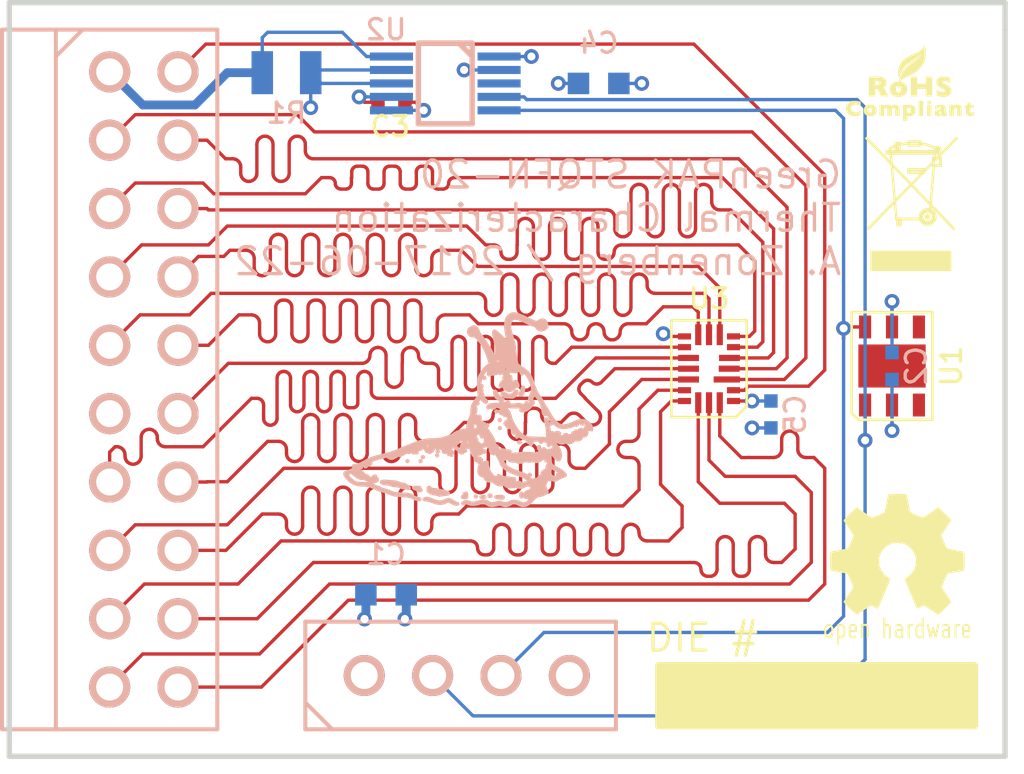
<source format=kicad_pcb>
(kicad_pcb (version 20170123) (host pcbnew "(2017-05-24 revision 38c8470)-master")
  (layers (0 F.Cu signal) (1 In1.Cu signal) (2 In2.Cu signal) (31 B.Cu signal) (34 B.Paste user) (35 F.Paste user) (36 B.SilkS user) (37 F.SilkS user) (38 B.Mask user) (39 F.Mask user) (44 Edge.Cuts user))
  (net 0 "")
  (net 1 /3V3)
  (net 2 "Net-(U2-Pad3)")
  (net 3 /I2C_SDA)
  (net 4 /I2C_SCL)
  (net 5 /GND)
  (net 6 /VDD_DUT)
  (net 7 /VDD_IN)
  (net 8 /DUT_P2)
  (net 9 /DUT_P3)
  (net 10 /DUT_P4)
  (net 11 /DUT_P5)
  (net 12 /DUT_P6)
  (net 13 /DUT_P7)
  (net 14 /DUT_P8)
  (net 15 /DUT_P9)
  (net 16 /DUT_P10)
  (net 17 /DUT_P12)
  (net 18 /DUT_P13)
  (net 19 /DUT_P14)
  (net 20 /DUT_P15)
  (net 21 /DUT_P16)
  (net 22 /DUT_P17)
  (net 23 /DUT_P18)
  (net 24 /DUT_P19)
  (net 25 /DUT_P20)
  (module azonenberg_pcb:LONGTHING-1200DPI (layer B.Cu) (at 91.5 65.5 180)
    (fp_text reference G*** hide)
    (fp_text value LOGO hide)
  )
  (module w_logo:Logo_silk_WEEE_3.4x5mm (layer F.Cu) (at 108.5 57.5)
    (fp_text reference G*** hide)
    (fp_text value LOGO hide)
  )
  (module w_logo:Logo_silk_ROHS_5x2.8mm (layer F.Cu) (at 108.5 53)
    (fp_text reference G*** hide)
    (fp_text value LOGO hide)
  )
  (module w_logo:Logo_silk_OSHW_6x6mm (layer F.Cu) (at 108 70.5)
    (fp_text reference G*** hide)
    (fp_text value LOGO hide)
  )
  (module azonenberg_pcb:CONN_HEADER_2.54MM_2x10_RA_FEMALE (layer B.Cu) (at 80 64 90)
    (fp_text reference J1 hide)
    (fp_text value GREENPAK_ZIF_HDR)
    (pad 8 thru_hole circle (at 3.81 1.27 90) (size 1.524 1.524) (drill 1) (layers *.Cu *.Mask B.SilkS) (net 14 /DUT_P8))
    (pad 7 thru_hole circle (at 3.81 -1.27 90) (size 1.524 1.524) (drill 1) (layers *.Cu *.Mask B.SilkS) (net 13 /DUT_P7))
    (pad 6 thru_hole circle (at 6.35 1.27 90) (size 1.524 1.524) (drill 1) (layers *.Cu *.Mask B.SilkS) (net 12 /DUT_P6))
    (pad 4 thru_hole circle (at 8.89 1.27 90) (size 1.524 1.524) (drill 1) (layers *.Cu *.Mask B.SilkS) (net 10 /DUT_P4))
    (pad 2 thru_hole circle (at 11.43 1.27 90) (size 1.524 1.524) (drill 1) (layers *.Cu *.Mask B.SilkS) (net 8 /DUT_P2))
    (pad 1 thru_hole circle (at 11.43 -1.27 90) (size 1.524 1.524) (drill 1) (layers *.Cu *.Mask B.SilkS) (net 7 /VDD_IN))
    (pad 3 thru_hole circle (at 8.89 -1.27 90) (size 1.524 1.524) (drill 1) (layers *.Cu *.Mask B.SilkS) (net 9 /DUT_P3))
    (pad 5 thru_hole circle (at 6.35 -1.27 90) (size 1.524 1.524) (drill 1) (layers *.Cu *.Mask B.SilkS) (net 11 /DUT_P5))
    (pad 11 thru_hole circle (at -1.27 -1.27 90) (size 1.524 1.524) (drill 1) (layers *.Cu *.Mask B.SilkS) (net 5 /GND))
    (pad 9 thru_hole circle (at 1.27 -1.27 90) (size 1.524 1.524) (drill 1) (layers *.Cu *.Mask B.SilkS) (net 15 /DUT_P9))
    (pad 15 thru_hole circle (at -6.35 -1.27 90) (size 1.524 1.524) (drill 1) (layers *.Cu *.Mask B.SilkS) (net 20 /DUT_P15))
    (pad 13 thru_hole circle (at -3.81 -1.27 90) (size 1.524 1.524) (drill 1) (layers *.Cu *.Mask B.SilkS) (net 18 /DUT_P13))
    (pad 17 thru_hole circle (at -8.89 -1.27 90) (size 1.524 1.524) (drill 1) (layers *.Cu *.Mask B.SilkS) (net 22 /DUT_P17))
    (pad 19 thru_hole circle (at -11.43 -1.27 90) (size 1.524 1.524) (drill 1) (layers *.Cu *.Mask B.SilkS) (net 24 /DUT_P19))
    (pad 10 thru_hole circle (at 1.27 1.27 90) (size 1.524 1.524) (drill 1) (layers *.Cu *.Mask B.SilkS) (net 16 /DUT_P10))
    (pad 12 thru_hole circle (at -1.27 1.27 90) (size 1.524 1.524) (drill 1) (layers *.Cu *.Mask B.SilkS) (net 17 /DUT_P12))
    (pad 14 thru_hole circle (at -3.81 1.27 90) (size 1.524 1.524) (drill 1) (layers *.Cu *.Mask B.SilkS) (net 19 /DUT_P14))
    (pad 16 thru_hole circle (at -6.35 1.27 90) (size 1.524 1.524) (drill 1) (layers *.Cu *.Mask B.SilkS) (net 21 /DUT_P16))
    (pad 18 thru_hole circle (at -8.89 1.27 90) (size 1.524 1.524) (drill 1) (layers *.Cu *.Mask B.SilkS) (net 23 /DUT_P18))
    (pad 20 thru_hole circle (at -11.43 1.27 90) (size 1.524 1.524) (drill 1) (layers *.Cu *.Mask B.SilkS) (net 25 /DUT_P20))
  )
  (module azonenberg_pcb:CONN_HEADER_2.54MM_1x4 (layer B.Cu) (at 92 75)
    (fp_text reference P1 hide)
    (fp_text value CONN_01X04)
    (pad 1 thru_hole circle (at -3.81 0) (size 1.524 1.524) (drill 1) (layers *.Cu *.Mask B.SilkS) (net 1 /3V3))
    (pad 2 thru_hole circle (at -1.27 0) (size 1.524 1.524) (drill 1) (layers *.Cu *.Mask B.SilkS) (net 3 /I2C_SDA))
    (pad 3 thru_hole circle (at 1.27 0) (size 1.524 1.524) (drill 1) (layers *.Cu *.Mask B.SilkS) (net 4 /I2C_SCL))
    (pad 4 thru_hole circle (at 3.81 0) (size 1.524 1.524) (drill 1) (layers *.Cu *.Mask B.SilkS) (net 5 /GND))
  )
  (module azonenberg_pcb:DFN_6_1MM_3x3MM (layer F.Cu) (at 107.8 63.5 90)
    (fp_text reference U1 (at 0 2.2 270) (layer F.SilkS) (effects (font (size 0.75 0.75) (thickness 0.125))))
    (fp_text value SI7050)
    (pad 1 smd rect (at -1.45 -1 90) (size 0.85 0.45) (layers F.Cu F.Paste F.Mask) (net 3 /I2C_SDA))
    (pad 2 smd rect (at -1.45 0 90) (size 0.85 0.45) (layers F.Cu F.Paste F.Mask) (net 5 /GND))
    (pad 3 smd rect (at -1.45 1 90) (size 0.85 0.45) (layers F.Cu F.Paste F.Mask))
    (pad 4 smd rect (at 1.45 1 90) (size 0.85 0.45) (layers F.Cu F.Paste F.Mask))
    (pad 5 smd rect (at 1.45 0 90) (size 0.85 0.45) (layers F.Cu F.Paste F.Mask) (net 1 /3V3))
    (pad 6 smd rect (at 1.45 -1 90) (size 0.85 0.45) (layers F.Cu F.Paste F.Mask) (net 4 /I2C_SCL))
    (pad PAD smd rect (at 0 0 90) (size 1.6 2.5) (layers F.Cu F.Paste F.Mask))
  )
  (module azonenberg_pcb:EIA_0402_CAP_NOSILK (layer B.Cu) (at 103.3 65.3 90)
    (fp_text reference C5 (at 0 0.9 90) (layer B.SilkS) (effects (font (size 0.75 0.75) (thickness 0.125)) (justify mirror)))
    (fp_text value "0.47 uF" hide)
    (pad 1 smd rect (at -0.5 0 90) (size 0.5 0.5) (layers B.Cu B.Paste B.Mask) (net 5 /GND))
    (pad 2 smd rect (at 0.5 0 90) (size 0.5 0.5) (layers B.Cu B.Paste B.Mask) (net 6 /VDD_DUT))
  )
  (module azonenberg_pcb:EIA_0402_CAP_NOSILK (layer F.Cu) (at 89.2 53.7 180)
    (fp_text reference C3 (at 0.05 -0.9 180) (layer F.SilkS) (effects (font (size 0.75 0.75) (thickness 0.125))))
    (fp_text value "0.47 uF" hide)
    (pad 2 smd rect (at 0.5 0 180) (size 0.5 0.5) (layers F.Cu F.Paste F.Mask) (net 5 /GND))
    (pad 1 smd rect (at -0.5 0 180) (size 0.5 0.5) (layers F.Cu F.Paste F.Mask) (net 1 /3V3))
  )
  (module azonenberg_pcb:EIA_0402_CAP_NOSILK (layer B.Cu) (at 107.8 63.5 270)
    (fp_text reference C2 (at 0 -0.9 270) (layer B.SilkS) (effects (font (size 0.75 0.75) (thickness 0.125)) (justify mirror)))
    (fp_text value "0.47 uF" hide)
    (pad 1 smd rect (at -0.5 0 270) (size 0.5 0.5) (layers B.Cu B.Paste B.Mask) (net 1 /3V3))
    (pad 2 smd rect (at 0.5 0 270) (size 0.5 0.5) (layers B.Cu B.Paste B.Mask) (net 5 /GND))
  )
  (module azonenberg_pcb:EIA_0603_CAP_NOSILK (layer B.Cu) (at 96.9 53)
    (fp_text reference C4 (at 0 -1.5) (layer B.SilkS) (effects (font (size 0.75 0.75) (thickness 0.125)) (justify mirror)))
    (fp_text value "4.7 uF" hide)
    (pad 2 smd rect (at 0.75 0) (size 0.8 0.8) (layers B.Cu B.Paste B.Mask) (net 6 /VDD_DUT))
    (pad 1 smd rect (at -0.75 0) (size 0.8 0.8) (layers B.Cu B.Paste B.Mask) (net 5 /GND))
  )
  (module azonenberg_pcb:EIA_0603_CAP_NOSILK (layer B.Cu) (at 89 72)
    (fp_text reference C1 (at 0 -1.5) (layer B.SilkS) (effects (font (size 0.75 0.75) (thickness 0.125)) (justify mirror)))
    (fp_text value "4.7 uF" hide)
    (pad 1 smd rect (at -0.75 0) (size 0.8 0.8) (layers B.Cu B.Paste B.Mask) (net 1 /3V3))
    (pad 2 smd rect (at 0.75 0) (size 0.8 0.8) (layers B.Cu B.Paste B.Mask) (net 5 /GND))
  )
  (module azonenberg_pcb:EIA_0805_CAP_NOSILK (layer B.Cu) (at 85.3 52.6 180)
    (fp_text reference R1 (at 0 -1.5 180) (layer B.SilkS) (effects (font (size 0.75 0.75) (thickness 0.125)) (justify mirror)))
    (fp_text value 1 hide)
    (pad 1 smd rect (at -0.9 0 180) (size 0.8 1.6) (layers B.Cu B.Paste B.Mask) (net 6 /VDD_DUT))
    (pad 2 smd rect (at 0.9 0 180) (size 0.8 1.6) (layers B.Cu B.Paste B.Mask) (net 7 /VDD_IN))
  )
  (module azonenberg_pcb:QFN_20_0.4MM_3x2MM_SILEGO_STQFN (layer F.Cu) (at 101 63.6 180)
    (fp_text reference U3 (at 0 2.6 180) (layer F.SilkS) (effects (font (size 0.75 0.75) (thickness 0.125))))
    (fp_text value SLG46620V hide)
    (pad 1 smd rect (at -0.91 -1.2 180) (size 0.485 0.23) (layers F.Cu F.Paste F.Mask) (net 6 /VDD_DUT))
    (pad 2 smd rect (at -0.91 -0.8 180) (size 0.485 0.23) (layers F.Cu F.Paste F.Mask) (net 8 /DUT_P2))
    (pad 3 smd rect (at -0.66 -0.4 180) (size 0.975 0.23) (layers F.Cu F.Paste F.Mask) (net 9 /DUT_P3))
    (pad 4 smd rect (at -0.75 0 180) (size 0.775 0.23) (layers F.Cu F.Paste F.Mask) (net 10 /DUT_P4))
    (pad 5 smd rect (at -0.76 0.4 180) (size 0.775 0.23) (layers F.Cu F.Paste F.Mask) (net 11 /DUT_P5))
    (pad 6 smd rect (at -0.91 0.8 180) (size 0.485 0.23) (layers F.Cu F.Paste F.Mask) (net 12 /DUT_P6))
    (pad 7 smd rect (at -0.91 1.2 180) (size 0.485 0.23) (layers F.Cu F.Paste F.Mask) (net 13 /DUT_P7))
    (pad 8 smd rect (at -0.4 1.263 270) (size 0.775 0.23) (layers F.Cu F.Paste F.Mask) (net 14 /DUT_P8))
    (pad 9 smd rect (at 0 1.263 270) (size 0.775 0.23) (layers F.Cu F.Paste F.Mask) (net 15 /DUT_P9))
    (pad 10 smd rect (at 0.4 1.263 270) (size 0.775 0.23) (layers F.Cu F.Paste F.Mask) (net 16 /DUT_P10))
    (pad 11 smd rect (at 0.91 1.2) (size 0.485 0.23) (layers F.Cu F.Paste F.Mask) (net 5 /GND))
    (pad 12 smd rect (at 0.91 0.8 180) (size 0.485 0.23) (layers F.Cu F.Paste F.Mask) (net 17 /DUT_P12))
    (pad 13 smd rect (at 0.76 0.4 180) (size 0.775 0.23) (layers F.Cu F.Paste F.Mask) (net 18 /DUT_P13))
    (pad 14 smd rect (at 0.76 0 180) (size 0.775 0.23) (layers F.Cu F.Paste F.Mask) (net 19 /DUT_P14))
    (pad 15 smd rect (at 0.76 -0.4 180) (size 0.775 0.23) (layers F.Cu F.Paste F.Mask) (net 20 /DUT_P15))
    (pad 16 smd rect (at 0.91 -0.8 180) (size 0.485 0.23) (layers F.Cu F.Paste F.Mask) (net 21 /DUT_P16))
    (pad 17 smd rect (at 0.91 -1.2 180) (size 0.485 0.23) (layers F.Cu F.Paste F.Mask) (net 22 /DUT_P17))
    (pad 18 smd rect (at 0.4 -1.263 270) (size 0.775 0.23) (layers F.Cu F.Paste F.Mask) (net 23 /DUT_P18))
    (pad 19 smd rect (at 0 -1.263 270) (size 0.775 0.23) (layers F.Cu F.Paste F.Mask) (net 24 /DUT_P19))
    (pad 20 smd rect (at -0.4 -1.263 270) (size 0.775 0.23) (layers F.Cu F.Paste F.Mask) (net 25 /DUT_P20))
  )
  (module azonenberg_pcb:SOP_10_0.5MM_3MM (layer B.Cu) (at 91.2 53 270)
    (fp_text reference U2 (at -2 2.2) (layer B.SilkS) (effects (font (size 0.75 0.75) (thickness 0.125)) (justify mirror)))
    (fp_text value INA226 hide)
    (pad 1 smd rect (at -1 -2 270) (size 0.3 1.6) (layers B.Cu B.Paste B.Mask) (net 1 /3V3))
    (pad 2 smd rect (at -0.5 -2 270) (size 0.3 1.6) (layers B.Cu B.Paste B.Mask) (net 1 /3V3))
    (pad 3 smd rect (at 0 -2 270) (size 0.3 1.6) (layers B.Cu B.Paste B.Mask) (net 2 "Net-(U2-Pad3)"))
    (pad 4 smd rect (at 0.5 -2 270) (size 0.3 1.6) (layers B.Cu B.Paste B.Mask) (net 3 /I2C_SDA))
    (pad 5 smd rect (at 1 -2 270) (size 0.3 1.6) (layers B.Cu B.Paste B.Mask) (net 4 /I2C_SCL))
    (pad 6 smd rect (at 1 2 270) (size 0.3 1.6) (layers B.Cu B.Paste B.Mask) (net 1 /3V3))
    (pad 7 smd rect (at 0.5 2 270) (size 0.3 1.6) (layers B.Cu B.Paste B.Mask) (net 5 /GND))
    (pad 8 smd rect (at 0 2 270) (size 0.3 1.6) (layers B.Cu B.Paste B.Mask) (net 6 /VDD_DUT))
    (pad 9 smd rect (at -0.5 2 270) (size 0.3 1.6) (layers B.Cu B.Paste B.Mask) (net 6 /VDD_DUT))
    (pad 10 smd rect (at -1 2 270) (size 0.3 1.6) (layers B.Cu B.Paste B.Mask) (net 7 /VDD_IN))
  )
  (gr_text "DIE #" (at 98.6 73.6) (layer F.SilkS) (effects (font (size 1 1) (thickness 0.125)) (justify left)))
  (gr_text "GreenPAK STQFN-20\nThermal Characterization\nA. Zonenberg / 2017-06-22" (at 106 58) (layer B.SilkS) (effects (font (size 1 1) (thickness 0.125)) (justify left mirror)))
  (gr_line (start 112 50) (end 75 50) (layer Edge.Cuts) (width 0.2))
  (gr_line (start 112 51) (end 112 50) (layer Edge.Cuts) (width 0.2))
  (gr_line (start 112 78) (end 112 51) (layer Edge.Cuts) (width 0.2))
  (gr_line (start 75 78) (end 112 78) (layer Edge.Cuts) (width 0.2))
  (gr_line (start 75 50) (end 75 78) (layer Edge.Cuts) (width 0.2))
  (segment (start 88.25 72) (end 88.25 72.85) (width 0.328) (layer B.Cu) (net 1))
  (segment (start 88.25 72.85) (end 88.2 72.9) (width 0.328) (layer B.Cu) (net 1))
  (via (at 88.2 72.9) (size 0.55) (drill 0.3) (layers F.Cu B.Cu) (net 1))
  (segment (start 107.8 61.1) (end 107.8 63) (width 0.125) (layer B.Cu) (net 1))
  (segment (start 107.8 62.05) (end 107.8 61.1) (width 0.125) (layer F.Cu) (net 1))
  (via (at 107.8 61.1) (size 0.55) (drill 0.3) (layers F.Cu B.Cu) (net 1))
  (segment (start 89.7 53.7) (end 90.1 53.7) (width 0.125) (layer F.Cu) (net 1))
  (segment (start 90.1 53.7) (end 90.4 54) (width 0.125) (layer F.Cu) (net 1))
  (segment (start 93.2 52) (end 94.4 52) (width 0.125) (layer B.Cu) (net 1))
  (via (at 94.4 52) (size 0.55) (drill 0.3) (layers F.Cu B.Cu) (net 1))
  (segment (start 93.2 52.5) (end 92.275 52.5) (width 0.125) (layer B.Cu) (net 1))
  (segment (start 92.275 52.5) (end 91.9 52.5) (width 0.125) (layer B.Cu) (net 1))
  (via (at 91.9 52.5) (size 0.55) (drill 0.3) (layers F.Cu B.Cu) (net 1))
  (segment (start 89.2 54) (end 90.4 54) (width 0.125) (layer B.Cu) (net 1))
  (via (at 90.4 54) (size 0.55) (drill 0.3) (layers F.Cu B.Cu) (net 1))
  (segment (start 88.25 74.94) (end 88.19 75) (width 0.328) (layer B.Cu) (net 1))
  (segment (start 106.8 66.2625) (end 106.8 74.4) (width 0.125) (layer B.Cu) (net 3))
  (segment (start 106.8 74.4) (end 104.7 76.5) (width 0.125) (layer B.Cu) (net 3))
  (segment (start 104.7 76.5) (end 92.23 76.5) (width 0.125) (layer B.Cu) (net 3))
  (segment (start 92.23 76.5) (end 90.73 75) (width 0.125) (layer B.Cu) (net 3))
  (segment (start 106.8 64.95) (end 106.8 66.2625) (width 0.125) (layer F.Cu) (net 3))
  (via (at 106.8 66.2625) (size 0.55) (drill 0.3) (layers F.Cu B.Cu) (net 3))
  (segment (start 106.8 53.9) (end 106.8 66.2625) (width 0.125) (layer B.Cu) (net 3))
  (segment (start 93.2 53.5) (end 94.125 53.5) (width 0.125) (layer B.Cu) (net 3))
  (segment (start 94.225 53.6) (end 106.5 53.6) (width 0.125) (layer B.Cu) (net 3))
  (segment (start 94.125 53.5) (end 94.225 53.6) (width 0.125) (layer B.Cu) (net 3))
  (segment (start 106.5 53.6) (end 106.8 53.9) (width 0.125) (layer B.Cu) (net 3))
  (segment (start 106 62.1) (end 106 72.8) (width 0.125) (layer B.Cu) (net 4))
  (segment (start 106 72.8) (end 105.4 73.4) (width 0.125) (layer B.Cu) (net 4))
  (segment (start 105.4 73.4) (end 94.87 73.4) (width 0.125) (layer B.Cu) (net 4))
  (segment (start 94.87 73.4) (end 93.27 75) (width 0.125) (layer B.Cu) (net 4))
  (segment (start 94.125 54) (end 105.7 54) (width 0.125) (layer B.Cu) (net 4))
  (segment (start 106 62.1) (end 106 54.3) (width 0.125) (layer B.Cu) (net 4))
  (segment (start 106 54.3) (end 105.7 54) (width 0.125) (layer B.Cu) (net 4))
  (segment (start 106 62.2) (end 106 62.5) (width 0.125) (layer F.Cu) (net 4))
  (segment (start 106 62.1) (end 106 62.5) (width 0.125) (layer F.Cu) (net 4))
  (segment (start 106.8 62.05) (end 106.05 62.05) (width 0.125) (layer F.Cu) (net 4))
  (segment (start 106.05 62.05) (end 106 62.1) (width 0.125) (layer F.Cu) (net 4))
  (via (at 106 62.1) (size 0.55) (drill 0.3) (layers F.Cu B.Cu) (net 4))
  (segment (start 93.2 54) (end 94.125 54) (width 0.125) (layer B.Cu) (net 4))
  (segment (start 96.15 53) (end 95.4 53) (width 0.125) (layer B.Cu) (net 5))
  (via (at 95.4 53) (size 0.55) (drill 0.3) (layers F.Cu B.Cu) (net 5))
  (segment (start 107.8 64) (end 107.8 64.375) (width 0.125) (layer B.Cu) (net 5))
  (segment (start 107.8 64.375) (end 107.8 65.9) (width 0.125) (layer B.Cu) (net 5))
  (segment (start 100.09 62.4) (end 99.4 62.4) (width 0.125) (layer F.Cu) (net 5))
  (segment (start 99.4 62.4) (end 99.3 62.3) (width 0.125) (layer F.Cu) (net 5))
  (via (at 99.3 62.3) (size 0.55) (drill 0.3) (layers F.Cu B.Cu) (net 5))
  (segment (start 107.8 65.9) (end 107.8 64.95) (width 0.125) (layer F.Cu) (net 5))
  (via (at 107.8 65.9) (size 0.55) (drill 0.3) (layers F.Cu B.Cu) (net 5))
  (segment (start 103.3 65.8) (end 102.6 65.8) (width 0.125) (layer B.Cu) (net 5))
  (via (at 102.6 65.8) (size 0.55) (drill 0.3) (layers F.Cu B.Cu) (net 5))
  (segment (start 88.7 53.7) (end 88.2 53.7) (width 0.125) (layer F.Cu) (net 5))
  (segment (start 88.2 53.7) (end 88 53.5) (width 0.125) (layer F.Cu) (net 5))
  (segment (start 89.2 53.5) (end 88 53.5) (width 0.125) (layer B.Cu) (net 5))
  (via (at 88 53.5) (size 0.55) (drill 0.3) (layers F.Cu B.Cu) (net 5))
  (segment (start 89.75 72) (end 89.75 72.85) (width 0.328) (layer B.Cu) (net 5))
  (via (at 89.7 72.9) (size 0.55) (drill 0.3) (layers F.Cu B.Cu) (net 5))
  (segment (start 89.75 72.85) (end 89.7 72.9) (width 0.328) (layer B.Cu) (net 5))
  (segment (start 86.2 53.9) (end 86.2 52.6) (width 0.125) (layer B.Cu) (net 6))
  (via (at 86.2 53.9) (size 0.55) (drill 0.3) (layers F.Cu B.Cu) (net 6))
  (segment (start 86.3 52.7) (end 86.2 52.6) (width 0.125) (layer B.Cu) (net 6))
  (segment (start 97.65 53) (end 98.5 53) (width 0.125) (layer B.Cu) (net 6))
  (via (at 98.5 53) (size 0.55) (drill 0.3) (layers F.Cu B.Cu) (net 6))
  (segment (start 103.3 64.8) (end 102.6 64.8) (width 0.125) (layer B.Cu) (net 6))
  (segment (start 101.91 64.8) (end 102.6 64.8) (width 0.125) (layer F.Cu) (net 6))
  (via (at 102.6 64.8) (size 0.55) (drill 0.3) (layers F.Cu B.Cu) (net 6))
  (segment (start 89.2 53) (end 86.6 53) (width 0.125) (layer B.Cu) (net 6))
  (segment (start 86.6 53) (end 86.2 52.6) (width 0.125) (layer B.Cu) (net 6))
  (segment (start 89.2 52.5) (end 86.3 52.5) (width 0.125) (layer B.Cu) (net 6))
  (segment (start 86.3 52.5) (end 86.2 52.6) (width 0.125) (layer B.Cu) (net 6))
  (segment (start 84.6 51.1) (end 84.4 51.3) (width 0.125) (layer B.Cu) (net 7))
  (segment (start 84.4 51.3) (end 84.4 52.6) (width 0.125) (layer B.Cu) (net 7))
  (segment (start 87.375 51.1) (end 84.6 51.1) (width 0.125) (layer B.Cu) (net 7))
  (segment (start 89.2 52) (end 88.275 52) (width 0.125) (layer B.Cu) (net 7))
  (segment (start 88.275 52) (end 87.375 51.1) (width 0.125) (layer B.Cu) (net 7))
  (segment (start 81.9 53.8) (end 83.1 52.6) (width 0.328) (layer B.Cu) (net 7))
  (segment (start 83.1 52.6) (end 84.4 52.6) (width 0.328) (layer B.Cu) (net 7))
  (segment (start 79.96 53.8) (end 81.9 53.8) (width 0.328) (layer B.Cu) (net 7))
  (segment (start 78.73 52.57) (end 79.96 53.8) (width 0.328) (layer B.Cu) (net 7))
  (segment (start 81.27 52.57) (end 82.302501 51.537499) (width 0.125) (layer F.Cu) (net 8))
  (segment (start 105.3 56.4) (end 105.3 63.65001) (width 0.125) (layer F.Cu) (net 8))
  (segment (start 82.302501 51.537499) (end 100.437499 51.537499) (width 0.125) (layer F.Cu) (net 8))
  (segment (start 104.7 64.25001) (end 102.465488 64.25001) (width 0.125) (layer F.Cu) (net 8))
  (segment (start 100.437499 51.537499) (end 105.3 56.4) (width 0.125) (layer F.Cu) (net 8))
  (segment (start 105.3 63.65001) (end 104.7 64.25001) (width 0.125) (layer F.Cu) (net 8))
  (segment (start 102.465488 64.25001) (end 102.315498 64.4) (width 0.125) (layer F.Cu) (net 8))
  (segment (start 101.91 64.4) (end 102.315498 64.4) (width 0.125) (layer F.Cu) (net 8))
  (segment (start 102.315498 64.4) (end 102.2775 64.4) (width 0.125) (layer F.Cu) (net 8))
  (segment (start 102.2775 64.4) (end 101.91 64.4) (width 0.125) (layer F.Cu) (net 8))
  (segment (start 78.73 55.11) (end 79.679501 54.160499) (width 0.125) (layer F.Cu) (net 9))
  (segment (start 79.679501 54.160499) (end 85.699001 54.160499) (width 0.125) (layer F.Cu) (net 9))
  (segment (start 85.699001 54.160499) (end 86.338502 54.8) (width 0.125) (layer F.Cu) (net 9))
  (segment (start 86.338502 54.8) (end 102.6 54.8) (width 0.125) (layer F.Cu) (net 9))
  (segment (start 102.6 54.8) (end 104.6 56.8) (width 0.125) (layer F.Cu) (net 9))
  (segment (start 104.6 56.8) (end 104.6 63.2) (width 0.125) (layer F.Cu) (net 9))
  (segment (start 104.6 63.2) (end 103.8 64) (width 0.125) (layer F.Cu) (net 9))
  (segment (start 103.8 64) (end 103.2 64) (width 0.125) (layer F.Cu) (net 9))
  (segment (start 103.2 64) (end 101.66 64) (width 0.125) (layer F.Cu) (net 9))
  (segment (start 81.27 55.11) (end 82.34763 55.11) (width 0.125) (layer F.Cu) (net 10))
  (segment (start 102.1 55.8) (end 103.9 57.6) (width 0.125) (layer F.Cu) (net 10))
  (segment (start 85.46545 55.072895) (end 85.512953 55.025392) (width 0.125) (layer F.Cu) (net 10))
  (segment (start 86.007521 55.566757) (end 86.029709 55.630166) (width 0.125) (layer F.Cu) (net 10))
  (segment (start 82.34763 55.11) (end 83.03763 55.8) (width 0.125) (layer F.Cu) (net 10))
  (segment (start 103.9 63.2) (end 103.5 63.6) (width 0.125) (layer F.Cu) (net 10))
  (segment (start 83.6 56.1) (end 83.6 56.340059) (width 0.125) (layer F.Cu) (net 10))
  (segment (start 84.630165 54.989651) (end 84.687046 55.025392) (width 0.125) (layer F.Cu) (net 10))
  (segment (start 85.334549 56.527105) (end 85.37029 56.470224) (width 0.125) (layer F.Cu) (net 10))
  (segment (start 83.9 56.640059) (end 83.966756 56.632537) (width 0.125) (layer F.Cu) (net 10))
  (segment (start 83.6 56.340059) (end 83.607521 56.406815) (width 0.125) (layer F.Cu) (net 10))
  (segment (start 84.369834 54.989651) (end 84.433243 54.967463) (width 0.125) (layer F.Cu) (net 10))
  (segment (start 85.512953 55.025392) (end 85.569834 54.989651) (width 0.125) (layer F.Cu) (net 10))
  (segment (start 84.8 55.259941) (end 84.8 56.340059) (width 0.125) (layer F.Cu) (net 10))
  (segment (start 83.03763 55.8) (end 83.3 55.8) (width 0.125) (layer F.Cu) (net 10))
  (segment (start 83.534549 55.912953) (end 83.57029 55.969834) (width 0.125) (layer F.Cu) (net 10))
  (segment (start 84.134549 56.527105) (end 84.17029 56.470224) (width 0.125) (layer F.Cu) (net 10))
  (segment (start 85.033243 56.632537) (end 85.1 56.640059) (width 0.125) (layer F.Cu) (net 10))
  (segment (start 83.966756 56.632537) (end 84.030165 56.610349) (width 0.125) (layer F.Cu) (net 10))
  (segment (start 84.312953 55.025392) (end 84.369834 54.989651) (width 0.125) (layer F.Cu) (net 10))
  (segment (start 85.37029 56.470224) (end 85.392478 56.406815) (width 0.125) (layer F.Cu) (net 10))
  (segment (start 83.629709 56.470224) (end 83.66545 56.527105) (width 0.125) (layer F.Cu) (net 10))
  (segment (start 83.3 55.8) (end 83.366756 55.807521) (width 0.125) (layer F.Cu) (net 10))
  (segment (start 83.66545 56.527105) (end 83.712953 56.574608) (width 0.125) (layer F.Cu) (net 10))
  (segment (start 83.366756 55.807521) (end 83.430165 55.829709) (width 0.125) (layer F.Cu) (net 10))
  (segment (start 85.429709 55.129776) (end 85.46545 55.072895) (width 0.125) (layer F.Cu) (net 10))
  (segment (start 85.1 56.640059) (end 85.166756 56.632537) (width 0.125) (layer F.Cu) (net 10))
  (segment (start 83.430165 55.829709) (end 83.487046 55.86545) (width 0.125) (layer F.Cu) (net 10))
  (segment (start 84.2 56.340059) (end 84.2 55.259941) (width 0.125) (layer F.Cu) (net 10))
  (segment (start 83.487046 55.86545) (end 83.534549 55.912953) (width 0.125) (layer F.Cu) (net 10))
  (segment (start 83.57029 55.969834) (end 83.592478 56.033243) (width 0.125) (layer F.Cu) (net 10))
  (segment (start 84.77029 55.129776) (end 84.792478 55.193185) (width 0.125) (layer F.Cu) (net 10))
  (segment (start 84.17029 56.470224) (end 84.192478 56.406815) (width 0.125) (layer F.Cu) (net 10))
  (segment (start 84.792478 55.193185) (end 84.8 55.259941) (width 0.125) (layer F.Cu) (net 10))
  (segment (start 84.26545 55.072895) (end 84.312953 55.025392) (width 0.125) (layer F.Cu) (net 10))
  (segment (start 83.592478 56.033243) (end 83.6 56.1) (width 0.125) (layer F.Cu) (net 10))
  (segment (start 83.607521 56.406815) (end 83.629709 56.470224) (width 0.125) (layer F.Cu) (net 10))
  (segment (start 86 55.5) (end 86.007521 55.566757) (width 0.125) (layer F.Cu) (net 10))
  (segment (start 83.712953 56.574608) (end 83.769834 56.610349) (width 0.125) (layer F.Cu) (net 10))
  (segment (start 85.407521 55.193185) (end 85.429709 55.129776) (width 0.125) (layer F.Cu) (net 10))
  (segment (start 85.4 55.259941) (end 85.407521 55.193185) (width 0.125) (layer F.Cu) (net 10))
  (segment (start 85.392478 56.406815) (end 85.4 56.340059) (width 0.125) (layer F.Cu) (net 10))
  (segment (start 84.207521 55.193185) (end 84.229709 55.129776) (width 0.125) (layer F.Cu) (net 10))
  (segment (start 83.769834 56.610349) (end 83.833243 56.632537) (width 0.125) (layer F.Cu) (net 10))
  (segment (start 83.833243 56.632537) (end 83.9 56.640059) (width 0.125) (layer F.Cu) (net 10))
  (segment (start 84.030165 56.610349) (end 84.087046 56.574608) (width 0.125) (layer F.Cu) (net 10))
  (segment (start 84.087046 56.574608) (end 84.134549 56.527105) (width 0.125) (layer F.Cu) (net 10))
  (segment (start 84.734549 55.072895) (end 84.77029 55.129776) (width 0.125) (layer F.Cu) (net 10))
  (segment (start 84.192478 56.406815) (end 84.2 56.340059) (width 0.125) (layer F.Cu) (net 10))
  (segment (start 84.2 55.259941) (end 84.207521 55.193185) (width 0.125) (layer F.Cu) (net 10))
  (segment (start 84.229709 55.129776) (end 84.26545 55.072895) (width 0.125) (layer F.Cu) (net 10))
  (segment (start 84.86545 56.527105) (end 84.912953 56.574608) (width 0.125) (layer F.Cu) (net 10))
  (segment (start 84.433243 54.967463) (end 84.5 54.959941) (width 0.125) (layer F.Cu) (net 10))
  (segment (start 86 55.259941) (end 86 55.5) (width 0.125) (layer F.Cu) (net 10))
  (segment (start 84.5 54.959941) (end 84.566756 54.967463) (width 0.125) (layer F.Cu) (net 10))
  (segment (start 84.566756 54.967463) (end 84.630165 54.989651) (width 0.125) (layer F.Cu) (net 10))
  (segment (start 84.687046 55.025392) (end 84.734549 55.072895) (width 0.125) (layer F.Cu) (net 10))
  (segment (start 84.8 56.340059) (end 84.807521 56.406815) (width 0.125) (layer F.Cu) (net 10))
  (segment (start 84.807521 56.406815) (end 84.829709 56.470224) (width 0.125) (layer F.Cu) (net 10))
  (segment (start 85.4 56.340059) (end 85.4 55.259941) (width 0.125) (layer F.Cu) (net 10))
  (segment (start 84.829709 56.470224) (end 84.86545 56.527105) (width 0.125) (layer F.Cu) (net 10))
  (segment (start 84.912953 56.574608) (end 84.969834 56.610349) (width 0.125) (layer F.Cu) (net 10))
  (segment (start 84.969834 56.610349) (end 85.033243 56.632537) (width 0.125) (layer F.Cu) (net 10))
  (segment (start 85.166756 56.632537) (end 85.230165 56.610349) (width 0.125) (layer F.Cu) (net 10))
  (segment (start 85.230165 56.610349) (end 85.287046 56.574608) (width 0.125) (layer F.Cu) (net 10))
  (segment (start 86.169834 55.770291) (end 86.233243 55.792479) (width 0.125) (layer F.Cu) (net 10))
  (segment (start 85.287046 56.574608) (end 85.334549 56.527105) (width 0.125) (layer F.Cu) (net 10))
  (segment (start 85.7 54.959941) (end 85.766756 54.967463) (width 0.125) (layer F.Cu) (net 10))
  (segment (start 85.569834 54.989651) (end 85.633243 54.967463) (width 0.125) (layer F.Cu) (net 10))
  (segment (start 85.633243 54.967463) (end 85.7 54.959941) (width 0.125) (layer F.Cu) (net 10))
  (segment (start 85.766756 54.967463) (end 85.830165 54.989651) (width 0.125) (layer F.Cu) (net 10))
  (segment (start 85.830165 54.989651) (end 85.887046 55.025392) (width 0.125) (layer F.Cu) (net 10))
  (segment (start 86.029709 55.630166) (end 86.06545 55.687047) (width 0.125) (layer F.Cu) (net 10))
  (segment (start 85.887046 55.025392) (end 85.934549 55.072895) (width 0.125) (layer F.Cu) (net 10))
  (segment (start 85.934549 55.072895) (end 85.97029 55.129776) (width 0.125) (layer F.Cu) (net 10))
  (segment (start 85.97029 55.129776) (end 85.992478 55.193185) (width 0.125) (layer F.Cu) (net 10))
  (segment (start 85.992478 55.193185) (end 86 55.259941) (width 0.125) (layer F.Cu) (net 10))
  (segment (start 86.06545 55.687047) (end 86.112953 55.73455) (width 0.125) (layer F.Cu) (net 10))
  (segment (start 86.112953 55.73455) (end 86.169834 55.770291) (width 0.125) (layer F.Cu) (net 10))
  (segment (start 86.233243 55.792479) (end 86.3 55.8) (width 0.125) (layer F.Cu) (net 10))
  (segment (start 86.3 55.8) (end 102.1 55.8) (width 0.125) (layer F.Cu) (net 10))
  (segment (start 103.9 57.6) (end 103.9 63.2) (width 0.125) (layer F.Cu) (net 10))
  (segment (start 103.5 63.6) (end 101.75 63.6) (width 0.125) (layer F.Cu) (net 10))
  (segment (start 87.278978 56.921076) (end 87.326422 56.926422) (width 0.125) (layer F.Cu) (net 11))
  (segment (start 82.200499 56.700499) (end 82.6 57.1) (width 0.125) (layer F.Cu) (net 11))
  (segment (start 88.925 56.286789) (end 88.930345 56.239346) (width 0.125) (layer F.Cu) (net 11))
  (segment (start 87.692096 56.805719) (end 87.707865 56.760654) (width 0.125) (layer F.Cu) (net 11))
  (segment (start 78.73 57.65) (end 79.679501 56.700499) (width 0.125) (layer F.Cu) (net 11))
  (segment (start 88.244723 56.120094) (end 88.278484 56.153855) (width 0.125) (layer F.Cu) (net 11))
  (segment (start 90.171515 56.153855) (end 90.205276 56.120094) (width 0.125) (layer F.Cu) (net 11))
  (segment (start 87.713211 56.713211) (end 87.713211 56.5) (width 0.125) (layer F.Cu) (net 11))
  (segment (start 88.111789 56.073578) (end 88.159232 56.078924) (width 0.125) (layer F.Cu) (net 11))
  (segment (start 79.679501 56.700499) (end 82.200499 56.700499) (width 0.125) (layer F.Cu) (net 11))
  (segment (start 88.759232 56.921076) (end 88.804297 56.905307) (width 0.125) (layer F.Cu) (net 11))
  (segment (start 87.066695 56.580276) (end 87.092096 56.620702) (width 0.125) (layer F.Cu) (net 11))
  (segment (start 91.204297 56.905307) (end 91.244723 56.879906) (width 0.125) (layer F.Cu) (net 11))
  (segment (start 88.711789 56.926422) (end 88.759232 56.921076) (width 0.125) (layer F.Cu) (net 11))
  (segment (start 87.233913 56.905307) (end 87.278978 56.921076) (width 0.125) (layer F.Cu) (net 11))
  (segment (start 88.445702 56.905307) (end 88.490767 56.921076) (width 0.125) (layer F.Cu) (net 11))
  (segment (start 82.6 57.1) (end 86 57.1) (width 0.125) (layer F.Cu) (net 11))
  (segment (start 87.547443 56.921076) (end 87.592508 56.905307) (width 0.125) (layer F.Cu) (net 11))
  (segment (start 90.245702 56.094693) (end 90.290767 56.078924) (width 0.125) (layer F.Cu) (net 11))
  (segment (start 90.771515 56.846145) (end 90.805276 56.879906) (width 0.125) (layer F.Cu) (net 11))
  (segment (start 87.134325 56.805719) (end 87.159726 56.846145) (width 0.125) (layer F.Cu) (net 11))
  (segment (start 86.9 56.5) (end 86.947443 56.505345) (width 0.125) (layer F.Cu) (net 11))
  (segment (start 87.159726 56.846145) (end 87.193487 56.879906) (width 0.125) (layer F.Cu) (net 11))
  (segment (start 87.326422 56.926422) (end 87.5 56.926422) (width 0.125) (layer F.Cu) (net 11))
  (segment (start 90.678484 56.153855) (end 90.703885 56.194281) (width 0.125) (layer F.Cu) (net 11))
  (segment (start 86 57.1) (end 86.6 56.5) (width 0.125) (layer F.Cu) (net 11))
  (segment (start 91.303885 56.805719) (end 91.319654 56.760654) (width 0.125) (layer F.Cu) (net 11))
  (segment (start 89.519654 56.239346) (end 89.525 56.286789) (width 0.125) (layer F.Cu) (net 11))
  (segment (start 87.725 56.286789) (end 87.730345 56.239346) (width 0.125) (layer F.Cu) (net 11))
  (segment (start 87.938211 56.073578) (end 88.111789 56.073578) (width 0.125) (layer F.Cu) (net 11))
  (segment (start 90.205276 56.120094) (end 90.245702 56.094693) (width 0.125) (layer F.Cu) (net 11))
  (segment (start 86.6 56.5) (end 86.9 56.5) (width 0.125) (layer F.Cu) (net 11))
  (segment (start 86.947443 56.505345) (end 86.992508 56.521114) (width 0.125) (layer F.Cu) (net 11))
  (segment (start 88.925 56.713211) (end 88.925 56.286789) (width 0.125) (layer F.Cu) (net 11))
  (segment (start 86.992508 56.521114) (end 87.032934 56.546515) (width 0.125) (layer F.Cu) (net 11))
  (segment (start 88.319654 56.239346) (end 88.325 56.286789) (width 0.125) (layer F.Cu) (net 11))
  (segment (start 88.919654 56.760654) (end 88.925 56.713211) (width 0.125) (layer F.Cu) (net 11))
  (segment (start 88.878484 56.846145) (end 88.903885 56.805719) (width 0.125) (layer F.Cu) (net 11))
  (segment (start 87.032934 56.546515) (end 87.066695 56.580276) (width 0.125) (layer F.Cu) (net 11))
  (segment (start 88.330345 56.760654) (end 88.346114 56.805719) (width 0.125) (layer F.Cu) (net 11))
  (segment (start 87.666695 56.846145) (end 87.692096 56.805719) (width 0.125) (layer F.Cu) (net 11))
  (segment (start 87.092096 56.620702) (end 87.107865 56.665767) (width 0.125) (layer F.Cu) (net 11))
  (segment (start 90.125 56.286789) (end 90.130345 56.239346) (width 0.125) (layer F.Cu) (net 11))
  (segment (start 87.107865 56.665767) (end 87.118556 56.760654) (width 0.125) (layer F.Cu) (net 11))
  (segment (start 87.118556 56.760654) (end 87.134325 56.805719) (width 0.125) (layer F.Cu) (net 11))
  (segment (start 91.319654 56.760654) (end 91.330345 56.665767) (width 0.125) (layer F.Cu) (net 11))
  (segment (start 88.325 56.286789) (end 88.325 56.713211) (width 0.125) (layer F.Cu) (net 11))
  (segment (start 88.371515 56.846145) (end 88.405276 56.879906) (width 0.125) (layer F.Cu) (net 11))
  (segment (start 88.903885 56.805719) (end 88.919654 56.760654) (width 0.125) (layer F.Cu) (net 11))
  (segment (start 89.530345 56.760654) (end 89.546114 56.805719) (width 0.125) (layer F.Cu) (net 11))
  (segment (start 87.193487 56.879906) (end 87.233913 56.905307) (width 0.125) (layer F.Cu) (net 11))
  (segment (start 87.5 56.926422) (end 87.547443 56.921076) (width 0.125) (layer F.Cu) (net 11))
  (segment (start 91.244723 56.879906) (end 91.278484 56.846145) (width 0.125) (layer F.Cu) (net 11))
  (segment (start 88.278484 56.153855) (end 88.303885 56.194281) (width 0.125) (layer F.Cu) (net 11))
  (segment (start 88.303885 56.194281) (end 88.319654 56.239346) (width 0.125) (layer F.Cu) (net 11))
  (segment (start 87.730345 56.239346) (end 87.746114 56.194281) (width 0.125) (layer F.Cu) (net 11))
  (segment (start 88.971515 56.153855) (end 89.005276 56.120094) (width 0.125) (layer F.Cu) (net 11))
  (segment (start 87.592508 56.905307) (end 87.632934 56.879906) (width 0.125) (layer F.Cu) (net 11))
  (segment (start 87.632934 56.879906) (end 87.666695 56.846145) (width 0.125) (layer F.Cu) (net 11))
  (segment (start 87.707865 56.760654) (end 87.713211 56.713211) (width 0.125) (layer F.Cu) (net 11))
  (segment (start 87.713211 56.5) (end 87.725 56.5) (width 0.125) (layer F.Cu) (net 11))
  (segment (start 91.371515 56.580276) (end 91.405276 56.546515) (width 0.125) (layer F.Cu) (net 11))
  (segment (start 87.725 56.5) (end 87.725 56.286789) (width 0.125) (layer F.Cu) (net 11))
  (segment (start 87.746114 56.194281) (end 87.771515 56.153855) (width 0.125) (layer F.Cu) (net 11))
  (segment (start 87.771515 56.153855) (end 87.805276 56.120094) (width 0.125) (layer F.Cu) (net 11))
  (segment (start 87.805276 56.120094) (end 87.845702 56.094693) (width 0.125) (layer F.Cu) (net 11))
  (segment (start 87.845702 56.094693) (end 87.890767 56.078924) (width 0.125) (layer F.Cu) (net 11))
  (segment (start 89.645702 56.905307) (end 89.690767 56.921076) (width 0.125) (layer F.Cu) (net 11))
  (segment (start 87.890767 56.078924) (end 87.938211 56.073578) (width 0.125) (layer F.Cu) (net 11))
  (segment (start 90.044723 56.879906) (end 90.078484 56.846145) (width 0.125) (layer F.Cu) (net 11))
  (segment (start 88.159232 56.078924) (end 88.204297 56.094693) (width 0.125) (layer F.Cu) (net 11))
  (segment (start 103.2 63.2) (end 101.76 63.2) (width 0.125) (layer F.Cu) (net 11))
  (segment (start 88.204297 56.094693) (end 88.244723 56.120094) (width 0.125) (layer F.Cu) (net 11))
  (segment (start 90.703885 56.194281) (end 90.719654 56.239346) (width 0.125) (layer F.Cu) (net 11))
  (segment (start 88.325 56.713211) (end 88.330345 56.760654) (width 0.125) (layer F.Cu) (net 11))
  (segment (start 89.503885 56.194281) (end 89.519654 56.239346) (width 0.125) (layer F.Cu) (net 11))
  (segment (start 88.346114 56.805719) (end 88.371515 56.846145) (width 0.125) (layer F.Cu) (net 11))
  (segment (start 88.405276 56.879906) (end 88.445702 56.905307) (width 0.125) (layer F.Cu) (net 11))
  (segment (start 89.690767 56.921076) (end 89.738211 56.926422) (width 0.125) (layer F.Cu) (net 11))
  (segment (start 88.490767 56.921076) (end 88.538211 56.926422) (width 0.125) (layer F.Cu) (net 11))
  (segment (start 88.538211 56.926422) (end 88.711789 56.926422) (width 0.125) (layer F.Cu) (net 11))
  (segment (start 88.804297 56.905307) (end 88.844723 56.879906) (width 0.125) (layer F.Cu) (net 11))
  (segment (start 88.844723 56.879906) (end 88.878484 56.846145) (width 0.125) (layer F.Cu) (net 11))
  (segment (start 88.930345 56.239346) (end 88.946114 56.194281) (width 0.125) (layer F.Cu) (net 11))
  (segment (start 103.4 58.4) (end 103.4 63) (width 0.125) (layer F.Cu) (net 11))
  (segment (start 88.946114 56.194281) (end 88.971515 56.153855) (width 0.125) (layer F.Cu) (net 11))
  (segment (start 89.005276 56.120094) (end 89.045702 56.094693) (width 0.125) (layer F.Cu) (net 11))
  (segment (start 90.719654 56.239346) (end 90.725 56.286789) (width 0.125) (layer F.Cu) (net 11))
  (segment (start 91.330345 56.665767) (end 91.346114 56.620702) (width 0.125) (layer F.Cu) (net 11))
  (segment (start 89.045702 56.094693) (end 89.090767 56.078924) (width 0.125) (layer F.Cu) (net 11))
  (segment (start 89.090767 56.078924) (end 89.138211 56.073578) (width 0.125) (layer F.Cu) (net 11))
  (segment (start 89.138211 56.073578) (end 89.311789 56.073578) (width 0.125) (layer F.Cu) (net 11))
  (segment (start 90.805276 56.879906) (end 90.845702 56.905307) (width 0.125) (layer F.Cu) (net 11))
  (segment (start 89.444723 56.120094) (end 89.478484 56.153855) (width 0.125) (layer F.Cu) (net 11))
  (segment (start 89.311789 56.073578) (end 89.359232 56.078924) (width 0.125) (layer F.Cu) (net 11))
  (segment (start 89.359232 56.078924) (end 89.404297 56.094693) (width 0.125) (layer F.Cu) (net 11))
  (segment (start 89.404297 56.094693) (end 89.444723 56.120094) (width 0.125) (layer F.Cu) (net 11))
  (segment (start 90.730345 56.760654) (end 90.746114 56.805719) (width 0.125) (layer F.Cu) (net 11))
  (segment (start 89.478484 56.153855) (end 89.503885 56.194281) (width 0.125) (layer F.Cu) (net 11))
  (segment (start 89.525 56.286789) (end 89.525 56.713211) (width 0.125) (layer F.Cu) (net 11))
  (segment (start 90.511789 56.073578) (end 90.559232 56.078924) (width 0.125) (layer F.Cu) (net 11))
  (segment (start 89.525 56.713211) (end 89.530345 56.760654) (width 0.125) (layer F.Cu) (net 11))
  (segment (start 90.559232 56.078924) (end 90.604297 56.094693) (width 0.125) (layer F.Cu) (net 11))
  (segment (start 89.571515 56.846145) (end 89.605276 56.879906) (width 0.125) (layer F.Cu) (net 11))
  (segment (start 89.546114 56.805719) (end 89.571515 56.846145) (width 0.125) (layer F.Cu) (net 11))
  (segment (start 90.338211 56.073578) (end 90.511789 56.073578) (width 0.125) (layer F.Cu) (net 11))
  (segment (start 90.103885 56.805719) (end 90.119654 56.760654) (width 0.125) (layer F.Cu) (net 11))
  (segment (start 89.605276 56.879906) (end 89.645702 56.905307) (width 0.125) (layer F.Cu) (net 11))
  (segment (start 89.738211 56.926422) (end 89.911789 56.926422) (width 0.125) (layer F.Cu) (net 11))
  (segment (start 89.959232 56.921076) (end 90.004297 56.905307) (width 0.125) (layer F.Cu) (net 11))
  (segment (start 89.911789 56.926422) (end 89.959232 56.921076) (width 0.125) (layer F.Cu) (net 11))
  (segment (start 90.004297 56.905307) (end 90.044723 56.879906) (width 0.125) (layer F.Cu) (net 11))
  (segment (start 90.644723 56.120094) (end 90.678484 56.153855) (width 0.125) (layer F.Cu) (net 11))
  (segment (start 90.845702 56.905307) (end 90.890767 56.921076) (width 0.125) (layer F.Cu) (net 11))
  (segment (start 90.078484 56.846145) (end 90.103885 56.805719) (width 0.125) (layer F.Cu) (net 11))
  (segment (start 90.119654 56.760654) (end 90.125 56.713211) (width 0.125) (layer F.Cu) (net 11))
  (segment (start 90.125 56.713211) (end 90.125 56.286789) (width 0.125) (layer F.Cu) (net 11))
  (segment (start 90.725 56.286789) (end 90.725 56.713211) (width 0.125) (layer F.Cu) (net 11))
  (segment (start 90.130345 56.239346) (end 90.146114 56.194281) (width 0.125) (layer F.Cu) (net 11))
  (segment (start 90.146114 56.194281) (end 90.171515 56.153855) (width 0.125) (layer F.Cu) (net 11))
  (segment (start 90.290767 56.078924) (end 90.338211 56.073578) (width 0.125) (layer F.Cu) (net 11))
  (segment (start 90.604297 56.094693) (end 90.644723 56.120094) (width 0.125) (layer F.Cu) (net 11))
  (segment (start 90.725 56.713211) (end 90.730345 56.760654) (width 0.125) (layer F.Cu) (net 11))
  (segment (start 90.746114 56.805719) (end 90.771515 56.846145) (width 0.125) (layer F.Cu) (net 11))
  (segment (start 90.890767 56.921076) (end 90.938211 56.926422) (width 0.125) (layer F.Cu) (net 11))
  (segment (start 90.938211 56.926422) (end 91.111789 56.926422) (width 0.125) (layer F.Cu) (net 11))
  (segment (start 91.111789 56.926422) (end 91.159232 56.921076) (width 0.125) (layer F.Cu) (net 11))
  (segment (start 91.159232 56.921076) (end 91.204297 56.905307) (width 0.125) (layer F.Cu) (net 11))
  (segment (start 91.278484 56.846145) (end 91.303885 56.805719) (width 0.125) (layer F.Cu) (net 11))
  (segment (start 91.346114 56.620702) (end 91.371515 56.580276) (width 0.125) (layer F.Cu) (net 11))
  (segment (start 91.405276 56.546515) (end 91.445702 56.521114) (width 0.125) (layer F.Cu) (net 11))
  (segment (start 91.445702 56.521114) (end 91.490767 56.505345) (width 0.125) (layer F.Cu) (net 11))
  (segment (start 91.490767 56.505345) (end 91.538211 56.5) (width 0.125) (layer F.Cu) (net 11))
  (segment (start 91.538211 56.5) (end 101.5 56.5) (width 0.125) (layer F.Cu) (net 11))
  (segment (start 101.5 56.5) (end 103.4 58.4) (width 0.125) (layer F.Cu) (net 11))
  (segment (start 103.4 63) (end 103.2 63.2) (width 0.125) (layer F.Cu) (net 11))
  (segment (start 98.4 56.750338) (end 98.466756 56.757859) (width 0.125) (layer F.Cu) (net 12))
  (segment (start 97.387046 57.765451) (end 97.434549 57.812954) (width 0.125) (layer F.Cu) (net 12))
  (segment (start 81.27 57.65) (end 82.34763 57.65) (width 0.125) (layer F.Cu) (net 12))
  (segment (start 97.8 58.699662) (end 97.866756 58.692141) (width 0.125) (layer F.Cu) (net 12))
  (segment (start 98.1 57.050338) (end 98.107521 56.983581) (width 0.125) (layer F.Cu) (net 12))
  (segment (start 99.96545 58.586709) (end 100.012953 58.634212) (width 0.125) (layer F.Cu) (net 12))
  (segment (start 97.434549 57.812954) (end 97.47029 57.869835) (width 0.125) (layer F.Cu) (net 12))
  (segment (start 97.330165 57.72971) (end 97.387046 57.765451) (width 0.125) (layer F.Cu) (net 12))
  (segment (start 82.34763 57.65) (end 82.39763 57.7) (width 0.125) (layer F.Cu) (net 12))
  (segment (start 97.5 58.399662) (end 97.507521 58.466419) (width 0.125) (layer F.Cu) (net 12))
  (segment (start 82.39763 57.7) (end 97.2 57.7) (width 0.125) (layer F.Cu) (net 12))
  (segment (start 100.529709 56.920172) (end 100.56545 56.863291) (width 0.125) (layer F.Cu) (net 12))
  (segment (start 97.612953 58.634212) (end 97.669834 58.669953) (width 0.125) (layer F.Cu) (net 12))
  (segment (start 99.292478 58.466419) (end 99.3 58.399662) (width 0.125) (layer F.Cu) (net 12))
  (segment (start 98.212953 56.815788) (end 98.269834 56.780047) (width 0.125) (layer F.Cu) (net 12))
  (segment (start 97.47029 57.869835) (end 97.492478 57.933244) (width 0.125) (layer F.Cu) (net 12))
  (segment (start 100.069834 58.669953) (end 100.133243 58.692141) (width 0.125) (layer F.Cu) (net 12))
  (segment (start 98.333243 56.757859) (end 98.4 56.750338) (width 0.125) (layer F.Cu) (net 12))
  (segment (start 97.2 57.7) (end 97.266756 57.707522) (width 0.125) (layer F.Cu) (net 12))
  (segment (start 101.129709 57.530165) (end 101.16545 57.587046) (width 0.125) (layer F.Cu) (net 12))
  (segment (start 97.266756 57.707522) (end 97.330165 57.72971) (width 0.125) (layer F.Cu) (net 12))
  (segment (start 100.387046 58.634212) (end 100.434549 58.586709) (width 0.125) (layer F.Cu) (net 12))
  (segment (start 97.492478 57.933244) (end 97.5 58) (width 0.125) (layer F.Cu) (net 12))
  (segment (start 98.729709 58.529828) (end 98.76545 58.586709) (width 0.125) (layer F.Cu) (net 12))
  (segment (start 100.012953 58.634212) (end 100.069834 58.669953) (width 0.125) (layer F.Cu) (net 12))
  (segment (start 97.5 58) (end 97.5 58.399662) (width 0.125) (layer F.Cu) (net 12))
  (segment (start 101.212953 57.634549) (end 101.269834 57.67029) (width 0.125) (layer F.Cu) (net 12))
  (segment (start 97.507521 58.466419) (end 97.529709 58.529828) (width 0.125) (layer F.Cu) (net 12))
  (segment (start 98.587046 56.815788) (end 98.634549 56.863291) (width 0.125) (layer F.Cu) (net 12))
  (segment (start 98.07029 58.529828) (end 98.092478 58.466419) (width 0.125) (layer F.Cu) (net 12))
  (segment (start 100.866756 56.757859) (end 100.930165 56.780047) (width 0.125) (layer F.Cu) (net 12))
  (segment (start 98.707521 58.466419) (end 98.729709 58.529828) (width 0.125) (layer F.Cu) (net 12))
  (segment (start 97.930165 58.669953) (end 97.987046 58.634212) (width 0.125) (layer F.Cu) (net 12))
  (segment (start 99.187046 58.634212) (end 99.234549 58.586709) (width 0.125) (layer F.Cu) (net 12))
  (segment (start 97.529709 58.529828) (end 97.56545 58.586709) (width 0.125) (layer F.Cu) (net 12))
  (segment (start 98.1 58.399662) (end 98.1 57.050338) (width 0.125) (layer F.Cu) (net 12))
  (segment (start 101.333243 57.692478) (end 101.4 57.7) (width 0.125) (layer F.Cu) (net 12))
  (segment (start 98.812953 58.634212) (end 98.869834 58.669953) (width 0.125) (layer F.Cu) (net 12))
  (segment (start 97.866756 58.692141) (end 97.930165 58.669953) (width 0.125) (layer F.Cu) (net 12))
  (segment (start 97.56545 58.586709) (end 97.612953 58.634212) (width 0.125) (layer F.Cu) (net 12))
  (segment (start 97.669834 58.669953) (end 97.733243 58.692141) (width 0.125) (layer F.Cu) (net 12))
  (segment (start 100.434549 58.586709) (end 100.47029 58.529828) (width 0.125) (layer F.Cu) (net 12))
  (segment (start 97.733243 58.692141) (end 97.8 58.699662) (width 0.125) (layer F.Cu) (net 12))
  (segment (start 98.092478 58.466419) (end 98.1 58.399662) (width 0.125) (layer F.Cu) (net 12))
  (segment (start 97.987046 58.634212) (end 98.034549 58.586709) (width 0.125) (layer F.Cu) (net 12))
  (segment (start 99.892478 56.983581) (end 99.9 57.050338) (width 0.125) (layer F.Cu) (net 12))
  (segment (start 99.130165 58.669953) (end 99.187046 58.634212) (width 0.125) (layer F.Cu) (net 12))
  (segment (start 99.412953 56.815788) (end 99.469834 56.780047) (width 0.125) (layer F.Cu) (net 12))
  (segment (start 98.034549 58.586709) (end 98.07029 58.529828) (width 0.125) (layer F.Cu) (net 12))
  (segment (start 101.269834 57.67029) (end 101.333243 57.692478) (width 0.125) (layer F.Cu) (net 12))
  (segment (start 102.8 62.8) (end 101.91 62.8) (width 0.125) (layer F.Cu) (net 12))
  (segment (start 98.107521 56.983581) (end 98.129709 56.920172) (width 0.125) (layer F.Cu) (net 12))
  (segment (start 98.16545 56.863291) (end 98.212953 56.815788) (width 0.125) (layer F.Cu) (net 12))
  (segment (start 98.129709 56.920172) (end 98.16545 56.863291) (width 0.125) (layer F.Cu) (net 12))
  (segment (start 98.269834 56.780047) (end 98.333243 56.757859) (width 0.125) (layer F.Cu) (net 12))
  (segment (start 98.466756 56.757859) (end 98.530165 56.780047) (width 0.125) (layer F.Cu) (net 12))
  (segment (start 101.8 57.7) (end 103 58.9) (width 0.125) (layer F.Cu) (net 12))
  (segment (start 98.634549 56.863291) (end 98.67029 56.920172) (width 0.125) (layer F.Cu) (net 12))
  (segment (start 99.3 57.050338) (end 99.307521 56.983581) (width 0.125) (layer F.Cu) (net 12))
  (segment (start 98.530165 56.780047) (end 98.587046 56.815788) (width 0.125) (layer F.Cu) (net 12))
  (segment (start 99.329709 56.920172) (end 99.36545 56.863291) (width 0.125) (layer F.Cu) (net 12))
  (segment (start 98.67029 56.920172) (end 98.692478 56.983581) (width 0.125) (layer F.Cu) (net 12))
  (segment (start 99.929709 58.529828) (end 99.96545 58.586709) (width 0.125) (layer F.Cu) (net 12))
  (segment (start 98.692478 56.983581) (end 98.7 57.050338) (width 0.125) (layer F.Cu) (net 12))
  (segment (start 98.7 57.050338) (end 98.7 58.399662) (width 0.125) (layer F.Cu) (net 12))
  (segment (start 101.07029 56.920172) (end 101.092478 56.983581) (width 0.125) (layer F.Cu) (net 12))
  (segment (start 98.7 58.399662) (end 98.707521 58.466419) (width 0.125) (layer F.Cu) (net 12))
  (segment (start 100.330165 58.669953) (end 100.387046 58.634212) (width 0.125) (layer F.Cu) (net 12))
  (segment (start 99.6 56.750338) (end 99.666756 56.757859) (width 0.125) (layer F.Cu) (net 12))
  (segment (start 98.76545 58.586709) (end 98.812953 58.634212) (width 0.125) (layer F.Cu) (net 12))
  (segment (start 98.869834 58.669953) (end 98.933243 58.692141) (width 0.125) (layer F.Cu) (net 12))
  (segment (start 101.1 57.4) (end 101.107521 57.466756) (width 0.125) (layer F.Cu) (net 12))
  (segment (start 98.933243 58.692141) (end 99 58.699662) (width 0.125) (layer F.Cu) (net 12))
  (segment (start 100.133243 58.692141) (end 100.2 58.699662) (width 0.125) (layer F.Cu) (net 12))
  (segment (start 100.987046 56.815788) (end 101.034549 56.863291) (width 0.125) (layer F.Cu) (net 12))
  (segment (start 99 58.699662) (end 99.066756 58.692141) (width 0.125) (layer F.Cu) (net 12))
  (segment (start 99.307521 56.983581) (end 99.329709 56.920172) (width 0.125) (layer F.Cu) (net 12))
  (segment (start 99.066756 58.692141) (end 99.130165 58.669953) (width 0.125) (layer F.Cu) (net 12))
  (segment (start 99.533243 56.757859) (end 99.6 56.750338) (width 0.125) (layer F.Cu) (net 12))
  (segment (start 99.234549 58.586709) (end 99.27029 58.529828) (width 0.125) (layer F.Cu) (net 12))
  (segment (start 99.469834 56.780047) (end 99.533243 56.757859) (width 0.125) (layer F.Cu) (net 12))
  (segment (start 99.27029 58.529828) (end 99.292478 58.466419) (width 0.125) (layer F.Cu) (net 12))
  (segment (start 99.3 58.399662) (end 99.3 57.050338) (width 0.125) (layer F.Cu) (net 12))
  (segment (start 99.36545 56.863291) (end 99.412953 56.815788) (width 0.125) (layer F.Cu) (net 12))
  (segment (start 101.034549 56.863291) (end 101.07029 56.920172) (width 0.125) (layer F.Cu) (net 12))
  (segment (start 99.666756 56.757859) (end 99.730165 56.780047) (width 0.125) (layer F.Cu) (net 12))
  (segment (start 99.730165 56.780047) (end 99.787046 56.815788) (width 0.125) (layer F.Cu) (net 12))
  (segment (start 99.787046 56.815788) (end 99.834549 56.863291) (width 0.125) (layer F.Cu) (net 12))
  (segment (start 99.834549 56.863291) (end 99.87029 56.920172) (width 0.125) (layer F.Cu) (net 12))
  (segment (start 99.87029 56.920172) (end 99.892478 56.983581) (width 0.125) (layer F.Cu) (net 12))
  (segment (start 99.9 57.050338) (end 99.9 58.399662) (width 0.125) (layer F.Cu) (net 12))
  (segment (start 99.9 58.399662) (end 99.907521 58.466419) (width 0.125) (layer F.Cu) (net 12))
  (segment (start 99.907521 58.466419) (end 99.929709 58.529828) (width 0.125) (layer F.Cu) (net 12))
  (segment (start 100.2 58.699662) (end 100.266756 58.692141) (width 0.125) (layer F.Cu) (net 12))
  (segment (start 100.266756 58.692141) (end 100.330165 58.669953) (width 0.125) (layer F.Cu) (net 12))
  (segment (start 100.47029 58.529828) (end 100.492478 58.466419) (width 0.125) (layer F.Cu) (net 12))
  (segment (start 100.492478 58.466419) (end 100.5 58.399662) (width 0.125) (layer F.Cu) (net 12))
  (segment (start 100.5 58.399662) (end 100.5 57.050338) (width 0.125) (layer F.Cu) (net 12))
  (segment (start 100.5 57.050338) (end 100.507521 56.983581) (width 0.125) (layer F.Cu) (net 12))
  (segment (start 100.507521 56.983581) (end 100.529709 56.920172) (width 0.125) (layer F.Cu) (net 12))
  (segment (start 100.56545 56.863291) (end 100.612953 56.815788) (width 0.125) (layer F.Cu) (net 12))
  (segment (start 100.612953 56.815788) (end 100.669834 56.780047) (width 0.125) (layer F.Cu) (net 12))
  (segment (start 100.669834 56.780047) (end 100.733243 56.757859) (width 0.125) (layer F.Cu) (net 12))
  (segment (start 103 62.6) (end 102.8 62.8) (width 0.125) (layer F.Cu) (net 12))
  (segment (start 100.733243 56.757859) (end 100.8 56.750338) (width 0.125) (layer F.Cu) (net 12))
  (segment (start 100.8 56.750338) (end 100.866756 56.757859) (width 0.125) (layer F.Cu) (net 12))
  (segment (start 100.930165 56.780047) (end 100.987046 56.815788) (width 0.125) (layer F.Cu) (net 12))
  (segment (start 101.092478 56.983581) (end 101.1 57.050338) (width 0.125) (layer F.Cu) (net 12))
  (segment (start 101.1 57.050338) (end 101.1 57.4) (width 0.125) (layer F.Cu) (net 12))
  (segment (start 101.107521 57.466756) (end 101.129709 57.530165) (width 0.125) (layer F.Cu) (net 12))
  (segment (start 101.16545 57.587046) (end 101.212953 57.634549) (width 0.125) (layer F.Cu) (net 12))
  (segment (start 101.4 57.7) (end 101.8 57.7) (width 0.125) (layer F.Cu) (net 12))
  (segment (start 103 58.9) (end 103 62.6) (width 0.125) (layer F.Cu) (net 12))
  (segment (start 95.609549 58.126972) (end 95.64529 58.183853) (width 0.125) (layer F.Cu) (net 13))
  (segment (start 93.904709 58.183853) (end 93.94045 58.126972) (width 0.125) (layer F.Cu) (net 13))
  (segment (start 95.733467 59.43508) (end 95.775901 59.477514) (width 0.125) (layer F.Cu) (net 13))
  (segment (start 78.73 60.19) (end 79.92 59) (width 0.125) (layer F.Cu) (net 13))
  (segment (start 94.241756 58.02154) (end 94.305165 58.043728) (width 0.125) (layer F.Cu) (net 13))
  (segment (start 97.742991 59) (end 102.1 59) (width 0.125) (layer F.Cu) (net 13))
  (segment (start 93.882521 58.247262) (end 93.904709 58.183853) (width 0.125) (layer F.Cu) (net 13))
  (segment (start 95.187953 58.079469) (end 95.244834 58.043728) (width 0.125) (layer F.Cu) (net 13))
  (segment (start 94.044834 58.043728) (end 94.108243 58.02154) (width 0.125) (layer F.Cu) (net 13))
  (segment (start 79.92 59) (end 82.4 59) (width 0.125) (layer F.Cu) (net 13))
  (segment (start 93.476348 59.529262) (end 93.535982 59.535982) (width 0.125) (layer F.Cu) (net 13))
  (segment (start 93.841451 59.384267) (end 93.861271 59.327624) (width 0.125) (layer F.Cu) (net 13))
  (segment (start 93.261271 59.208357) (end 93.27471 59.327624) (width 0.125) (layer F.Cu) (net 13))
  (segment (start 95.075 59.267991) (end 95.075 58.314018) (width 0.125) (layer F.Cu) (net 13))
  (segment (start 94.807009 59.535982) (end 94.866642 59.529262) (width 0.125) (layer F.Cu) (net 13))
  (segment (start 93 59) (end 93.059633 59.006719) (width 0.125) (layer F.Cu) (net 13))
  (segment (start 96.875 59.267991) (end 96.881719 59.327624) (width 0.125) (layer F.Cu) (net 13))
  (segment (start 82.4 59) (end 83.1 58.3) (width 0.125) (layer F.Cu) (net 13))
  (segment (start 92 58.3) (end 92.7 59) (width 0.125) (layer F.Cu) (net 13))
  (segment (start 94.533467 59.43508) (end 94.575901 59.477514) (width 0.125) (layer F.Cu) (net 13))
  (segment (start 83.1 58.3) (end 92 58.3) (width 0.125) (layer F.Cu) (net 13))
  (segment (start 93.659633 59.529262) (end 93.716276 59.509442) (width 0.125) (layer F.Cu) (net 13))
  (segment (start 93.059633 59.006719) (end 93.116276 59.026539) (width 0.125) (layer F.Cu) (net 13))
  (segment (start 97.142991 59.535982) (end 97.207009 59.535982) (width 0.125) (layer F.Cu) (net 13))
  (segment (start 96.24846 59.384267) (end 96.26828 59.327624) (width 0.125) (layer F.Cu) (net 13))
  (segment (start 92.7 59) (end 93 59) (width 0.125) (layer F.Cu) (net 13))
  (segment (start 93.27471 59.327624) (end 93.29453 59.384267) (width 0.125) (layer F.Cu) (net 13))
  (segment (start 94.866642 59.529262) (end 94.923285 59.509442) (width 0.125) (layer F.Cu) (net 13))
  (segment (start 97.207009 59.535982) (end 97.266642 59.529262) (width 0.125) (layer F.Cu) (net 13))
  (segment (start 93.116276 59.026539) (end 93.167089 59.058467) (width 0.125) (layer F.Cu) (net 13))
  (segment (start 96.066642 59.529262) (end 96.123285 59.509442) (width 0.125) (layer F.Cu) (net 13))
  (segment (start 97.44846 59.384267) (end 97.46828 59.327624) (width 0.125) (layer F.Cu) (net 13))
  (segment (start 93.29453 59.384267) (end 93.326458 59.43508) (width 0.125) (layer F.Cu) (net 13))
  (segment (start 93.167089 59.058467) (end 93.209523 59.100901) (width 0.125) (layer F.Cu) (net 13))
  (segment (start 94.175 58.014018) (end 94.241756 58.02154) (width 0.125) (layer F.Cu) (net 13))
  (segment (start 93.209523 59.100901) (end 93.241451 59.151714) (width 0.125) (layer F.Cu) (net 13))
  (segment (start 93.867991 59) (end 93.875 59) (width 0.125) (layer F.Cu) (net 13))
  (segment (start 94.974098 59.477514) (end 95.016532 59.43508) (width 0.125) (layer F.Cu) (net 13))
  (segment (start 93.419705 59.509442) (end 93.476348 59.529262) (width 0.125) (layer F.Cu) (net 13))
  (segment (start 93.241451 59.151714) (end 93.261271 59.208357) (width 0.125) (layer F.Cu) (net 13))
  (segment (start 93.326458 59.43508) (end 93.368892 59.477514) (width 0.125) (layer F.Cu) (net 13))
  (segment (start 93.716276 59.509442) (end 93.767089 59.477514) (width 0.125) (layer F.Cu) (net 13))
  (segment (start 93.809523 59.43508) (end 93.841451 59.384267) (width 0.125) (layer F.Cu) (net 13))
  (segment (start 94.305165 58.043728) (end 94.362046 58.079469) (width 0.125) (layer F.Cu) (net 13))
  (segment (start 96.809549 58.126972) (end 96.84529 58.183853) (width 0.125) (layer F.Cu) (net 13))
  (segment (start 93.368892 59.477514) (end 93.419705 59.509442) (width 0.125) (layer F.Cu) (net 13))
  (segment (start 93.867991 59.267991) (end 93.867991 59) (width 0.125) (layer F.Cu) (net 13))
  (segment (start 93.535982 59.535982) (end 93.6 59.535982) (width 0.125) (layer F.Cu) (net 13))
  (segment (start 93.875 59) (end 93.875 58.314018) (width 0.125) (layer F.Cu) (net 13))
  (segment (start 93.6 59.535982) (end 93.659633 59.529262) (width 0.125) (layer F.Cu) (net 13))
  (segment (start 94.481719 59.327624) (end 94.501539 59.384267) (width 0.125) (layer F.Cu) (net 13))
  (segment (start 95.308243 58.02154) (end 95.375 58.014018) (width 0.125) (layer F.Cu) (net 13))
  (segment (start 93.767089 59.477514) (end 93.809523 59.43508) (width 0.125) (layer F.Cu) (net 13))
  (segment (start 93.875 58.314018) (end 93.882521 58.247262) (width 0.125) (layer F.Cu) (net 13))
  (segment (start 97.026714 59.509442) (end 97.083357 59.529262) (width 0.125) (layer F.Cu) (net 13))
  (segment (start 96.282521 58.247262) (end 96.304709 58.183853) (width 0.125) (layer F.Cu) (net 13))
  (segment (start 93.861271 59.327624) (end 93.867991 59.267991) (width 0.125) (layer F.Cu) (net 13))
  (segment (start 96.508243 58.02154) (end 96.575 58.014018) (width 0.125) (layer F.Cu) (net 13))
  (segment (start 96.641756 58.02154) (end 96.705165 58.043728) (width 0.125) (layer F.Cu) (net 13))
  (segment (start 93.94045 58.126972) (end 93.987953 58.079469) (width 0.125) (layer F.Cu) (net 13))
  (segment (start 95.104709 58.183853) (end 95.14045 58.126972) (width 0.125) (layer F.Cu) (net 13))
  (segment (start 93.987953 58.079469) (end 94.044834 58.043728) (width 0.125) (layer F.Cu) (net 13))
  (segment (start 94.108243 58.02154) (end 94.175 58.014018) (width 0.125) (layer F.Cu) (net 13))
  (segment (start 94.362046 58.079469) (end 94.409549 58.126972) (width 0.125) (layer F.Cu) (net 13))
  (segment (start 94.409549 58.126972) (end 94.44529 58.183853) (width 0.125) (layer F.Cu) (net 13))
  (segment (start 94.44529 58.183853) (end 94.467478 58.247262) (width 0.125) (layer F.Cu) (net 13))
  (segment (start 94.467478 58.247262) (end 94.475 58.314018) (width 0.125) (layer F.Cu) (net 13))
  (segment (start 94.475 58.314018) (end 94.475 59.267991) (width 0.125) (layer F.Cu) (net 13))
  (segment (start 94.475 59.267991) (end 94.481719 59.327624) (width 0.125) (layer F.Cu) (net 13))
  (segment (start 94.626714 59.509442) (end 94.683357 59.529262) (width 0.125) (layer F.Cu) (net 13))
  (segment (start 94.501539 59.384267) (end 94.533467 59.43508) (width 0.125) (layer F.Cu) (net 13))
  (segment (start 95.675 59.267991) (end 95.681719 59.327624) (width 0.125) (layer F.Cu) (net 13))
  (segment (start 94.575901 59.477514) (end 94.626714 59.509442) (width 0.125) (layer F.Cu) (net 13))
  (segment (start 94.683357 59.529262) (end 94.742991 59.535982) (width 0.125) (layer F.Cu) (net 13))
  (segment (start 97.266642 59.529262) (end 97.323285 59.509442) (width 0.125) (layer F.Cu) (net 13))
  (segment (start 94.742991 59.535982) (end 94.807009 59.535982) (width 0.125) (layer F.Cu) (net 13))
  (segment (start 96.867478 58.247262) (end 96.875 58.314018) (width 0.125) (layer F.Cu) (net 13))
  (segment (start 94.923285 59.509442) (end 94.974098 59.477514) (width 0.125) (layer F.Cu) (net 13))
  (segment (start 95.016532 59.43508) (end 95.04846 59.384267) (width 0.125) (layer F.Cu) (net 13))
  (segment (start 95.667478 58.247262) (end 95.675 58.314018) (width 0.125) (layer F.Cu) (net 13))
  (segment (start 95.04846 59.384267) (end 95.06828 59.327624) (width 0.125) (layer F.Cu) (net 13))
  (segment (start 95.06828 59.327624) (end 95.075 59.267991) (width 0.125) (layer F.Cu) (net 13))
  (segment (start 95.075 58.314018) (end 95.082521 58.247262) (width 0.125) (layer F.Cu) (net 13))
  (segment (start 96.123285 59.509442) (end 96.174098 59.477514) (width 0.125) (layer F.Cu) (net 13))
  (segment (start 95.775901 59.477514) (end 95.826714 59.509442) (width 0.125) (layer F.Cu) (net 13))
  (segment (start 95.082521 58.247262) (end 95.104709 58.183853) (width 0.125) (layer F.Cu) (net 13))
  (segment (start 95.14045 58.126972) (end 95.187953 58.079469) (width 0.125) (layer F.Cu) (net 13))
  (segment (start 97.323285 59.509442) (end 97.374098 59.477514) (width 0.125) (layer F.Cu) (net 13))
  (segment (start 95.244834 58.043728) (end 95.308243 58.02154) (width 0.125) (layer F.Cu) (net 13))
  (segment (start 95.375 58.014018) (end 95.441756 58.02154) (width 0.125) (layer F.Cu) (net 13))
  (segment (start 95.826714 59.509442) (end 95.883357 59.529262) (width 0.125) (layer F.Cu) (net 13))
  (segment (start 95.441756 58.02154) (end 95.505165 58.043728) (width 0.125) (layer F.Cu) (net 13))
  (segment (start 95.505165 58.043728) (end 95.562046 58.079469) (width 0.125) (layer F.Cu) (net 13))
  (segment (start 95.562046 58.079469) (end 95.609549 58.126972) (width 0.125) (layer F.Cu) (net 13))
  (segment (start 95.64529 58.183853) (end 95.667478 58.247262) (width 0.125) (layer F.Cu) (net 13))
  (segment (start 95.675 58.314018) (end 95.675 59.267991) (width 0.125) (layer F.Cu) (net 13))
  (segment (start 95.681719 59.327624) (end 95.701539 59.384267) (width 0.125) (layer F.Cu) (net 13))
  (segment (start 95.701539 59.384267) (end 95.733467 59.43508) (width 0.125) (layer F.Cu) (net 13))
  (segment (start 95.883357 59.529262) (end 95.942991 59.535982) (width 0.125) (layer F.Cu) (net 13))
  (segment (start 96.705165 58.043728) (end 96.762046 58.079469) (width 0.125) (layer F.Cu) (net 13))
  (segment (start 95.942991 59.535982) (end 96.007009 59.535982) (width 0.125) (layer F.Cu) (net 13))
  (segment (start 96.007009 59.535982) (end 96.066642 59.529262) (width 0.125) (layer F.Cu) (net 13))
  (segment (start 97.374098 59.477514) (end 97.416532 59.43508) (width 0.125) (layer F.Cu) (net 13))
  (segment (start 96.174098 59.477514) (end 96.216532 59.43508) (width 0.125) (layer F.Cu) (net 13))
  (segment (start 96.216532 59.43508) (end 96.24846 59.384267) (width 0.125) (layer F.Cu) (net 13))
  (segment (start 96.387953 58.079469) (end 96.444834 58.043728) (width 0.125) (layer F.Cu) (net 13))
  (segment (start 96.26828 59.327624) (end 96.275 59.267991) (width 0.125) (layer F.Cu) (net 13))
  (segment (start 96.275 59.267991) (end 96.275 58.314018) (width 0.125) (layer F.Cu) (net 13))
  (segment (start 96.762046 58.079469) (end 96.809549 58.126972) (width 0.125) (layer F.Cu) (net 13))
  (segment (start 96.875 58.314018) (end 96.875 59.267991) (width 0.125) (layer F.Cu) (net 13))
  (segment (start 96.275 58.314018) (end 96.282521 58.247262) (width 0.125) (layer F.Cu) (net 13))
  (segment (start 96.304709 58.183853) (end 96.34045 58.126972) (width 0.125) (layer F.Cu) (net 13))
  (segment (start 96.34045 58.126972) (end 96.387953 58.079469) (width 0.125) (layer F.Cu) (net 13))
  (segment (start 96.444834 58.043728) (end 96.508243 58.02154) (width 0.125) (layer F.Cu) (net 13))
  (segment (start 96.575 58.014018) (end 96.641756 58.02154) (width 0.125) (layer F.Cu) (net 13))
  (segment (start 96.901539 59.384267) (end 96.933467 59.43508) (width 0.125) (layer F.Cu) (net 13))
  (segment (start 96.84529 58.183853) (end 96.867478 58.247262) (width 0.125) (layer F.Cu) (net 13))
  (segment (start 96.881719 59.327624) (end 96.901539 59.384267) (width 0.125) (layer F.Cu) (net 13))
  (segment (start 97.626714 59.026539) (end 97.683357 59.006719) (width 0.125) (layer F.Cu) (net 13))
  (segment (start 96.933467 59.43508) (end 96.975901 59.477514) (width 0.125) (layer F.Cu) (net 13))
  (segment (start 96.975901 59.477514) (end 97.026714 59.509442) (width 0.125) (layer F.Cu) (net 13))
  (segment (start 97.083357 59.529262) (end 97.142991 59.535982) (width 0.125) (layer F.Cu) (net 13))
  (segment (start 97.416532 59.43508) (end 97.44846 59.384267) (width 0.125) (layer F.Cu) (net 13))
  (segment (start 97.46828 59.327624) (end 97.481719 59.208357) (width 0.125) (layer F.Cu) (net 13))
  (segment (start 97.481719 59.208357) (end 97.501539 59.151714) (width 0.125) (layer F.Cu) (net 13))
  (segment (start 97.501539 59.151714) (end 97.533467 59.100901) (width 0.125) (layer F.Cu) (net 13))
  (segment (start 97.533467 59.100901) (end 97.575901 59.058467) (width 0.125) (layer F.Cu) (net 13))
  (segment (start 97.575901 59.058467) (end 97.626714 59.026539) (width 0.125) (layer F.Cu) (net 13))
  (segment (start 97.683357 59.006719) (end 97.742991 59) (width 0.125) (layer F.Cu) (net 13))
  (segment (start 102.1 59) (end 102.7 59.6) (width 0.125) (layer F.Cu) (net 13))
  (segment (start 102.7 59.6) (end 102.7 62.2) (width 0.125) (layer F.Cu) (net 13))
  (segment (start 102.7 62.2) (end 102.5 62.4) (width 0.125) (layer F.Cu) (net 13))
  (segment (start 102.5 62.4) (end 101.91 62.4) (width 0.125) (layer F.Cu) (net 13))
  (segment (start 87.869834 60.113797) (end 87.933243 60.135985) (width 0.125) (layer F.Cu) (net 14))
  (segment (start 88.364742 58.718224) (end 88.41173 58.671236) (width 0.125) (layer F.Cu) (net 14))
  (segment (start 84.634549 60.030553) (end 84.67029 59.973672) (width 0.125) (layer F.Cu) (net 14))
  (segment (start 81.27 60.19) (end 82.031999 59.428001) (width 0.125) (layer F.Cu) (net 14))
  (segment (start 84.7 58.903246) (end 84.70744 58.837213) (width 0.125) (layer F.Cu) (net 14))
  (segment (start 85.964742 58.718224) (end 86.01173 58.671236) (width 0.125) (layer F.Cu) (net 14))
  (segment (start 84.867996 58.635881) (end 84.930719 58.613934) (width 0.125) (layer F.Cu) (net 14))
  (segment (start 85.188269 58.671236) (end 85.235257 58.718224) (width 0.125) (layer F.Cu) (net 14))
  (segment (start 85.787046 60.078056) (end 85.834549 60.030553) (width 0.125) (layer F.Cu) (net 14))
  (segment (start 89.988269 58.671236) (end 90.035257 58.718224) (width 0.125) (layer F.Cu) (net 14))
  (segment (start 82.031999 59.428001) (end 82.971999 59.428001) (width 0.125) (layer F.Cu) (net 14))
  (segment (start 84.764742 58.718224) (end 84.81173 58.671236) (width 0.125) (layer F.Cu) (net 14))
  (segment (start 84.7 59.843507) (end 84.7 58.903246) (width 0.125) (layer F.Cu) (net 14))
  (segment (start 88.66928 58.613934) (end 88.732003 58.635881) (width 0.125) (layer F.Cu) (net 14))
  (segment (start 89.5 59.843507) (end 89.5 58.903246) (width 0.125) (layer F.Cu) (net 14))
  (segment (start 84.1 59.843507) (end 84.107521 59.910263) (width 0.125) (layer F.Cu) (net 14))
  (segment (start 86.435257 58.718224) (end 86.470612 58.77449) (width 0.125) (layer F.Cu) (net 14))
  (segment (start 82.971999 59.428001) (end 83.2 59.2) (width 0.125) (layer F.Cu) (net 14))
  (segment (start 85.329709 59.973672) (end 85.36545 60.030553) (width 0.125) (layer F.Cu) (net 14))
  (segment (start 83.2 59.2) (end 83.8 59.2) (width 0.125) (layer F.Cu) (net 14))
  (segment (start 86.8 60.143507) (end 86.866756 60.135985) (width 0.125) (layer F.Cu) (net 14))
  (segment (start 83.987046 59.26545) (end 84.034549 59.312953) (width 0.125) (layer F.Cu) (net 14))
  (segment (start 87.532003 58.635881) (end 87.588269 58.671236) (width 0.125) (layer F.Cu) (net 14))
  (segment (start 84.269834 60.113797) (end 84.333243 60.135985) (width 0.125) (layer F.Cu) (net 14))
  (segment (start 86.332003 58.635881) (end 86.388269 58.671236) (width 0.125) (layer F.Cu) (net 14))
  (segment (start 85.270612 58.77449) (end 85.292559 58.837213) (width 0.125) (layer F.Cu) (net 14))
  (segment (start 86.067996 58.635881) (end 86.130719 58.613934) (width 0.125) (layer F.Cu) (net 14))
  (segment (start 89.803247 58.606493) (end 89.86928 58.613934) (width 0.125) (layer F.Cu) (net 14))
  (segment (start 83.8 59.2) (end 83.866756 59.207521) (width 0.125) (layer F.Cu) (net 14))
  (segment (start 86.529709 59.973672) (end 86.56545 60.030553) (width 0.125) (layer F.Cu) (net 14))
  (segment (start 83.866756 59.207521) (end 83.930165 59.229709) (width 0.125) (layer F.Cu) (net 14))
  (segment (start 84.212953 60.078056) (end 84.269834 60.113797) (width 0.125) (layer F.Cu) (net 14))
  (segment (start 83.930165 59.229709) (end 83.987046 59.26545) (width 0.125) (layer F.Cu) (net 14))
  (segment (start 84.107521 59.910263) (end 84.129709 59.973672) (width 0.125) (layer F.Cu) (net 14))
  (segment (start 87.635257 58.718224) (end 87.670612 58.77449) (width 0.125) (layer F.Cu) (net 14))
  (segment (start 84.4 60.143507) (end 84.466756 60.135985) (width 0.125) (layer F.Cu) (net 14))
  (segment (start 90.933243 59.207521) (end 91 59.2) (width 0.125) (layer F.Cu) (net 14))
  (segment (start 85.307521 59.910263) (end 85.329709 59.973672) (width 0.125) (layer F.Cu) (net 14))
  (segment (start 85.9 59.843507) (end 85.9 58.903246) (width 0.125) (layer F.Cu) (net 14))
  (segment (start 90.76545 59.312953) (end 90.812953 59.26545) (width 0.125) (layer F.Cu) (net 14))
  (segment (start 84.034549 59.312953) (end 84.07029 59.369834) (width 0.125) (layer F.Cu) (net 14))
  (segment (start 84.07029 59.369834) (end 84.092478 59.433243) (width 0.125) (layer F.Cu) (net 14))
  (segment (start 84.092478 59.433243) (end 84.1 59.5) (width 0.125) (layer F.Cu) (net 14))
  (segment (start 84.1 59.5) (end 84.1 59.843507) (width 0.125) (layer F.Cu) (net 14))
  (segment (start 90.634549 60.030553) (end 90.67029 59.973672) (width 0.125) (layer F.Cu) (net 14))
  (segment (start 84.692478 59.910263) (end 84.7 59.843507) (width 0.125) (layer F.Cu) (net 14))
  (segment (start 84.129709 59.973672) (end 84.16545 60.030553) (width 0.125) (layer F.Cu) (net 14))
  (segment (start 86.01173 58.671236) (end 86.067996 58.635881) (width 0.125) (layer F.Cu) (net 14))
  (segment (start 88.329387 58.77449) (end 88.364742 58.718224) (width 0.125) (layer F.Cu) (net 14))
  (segment (start 84.70744 58.837213) (end 84.729387 58.77449) (width 0.125) (layer F.Cu) (net 14))
  (segment (start 89.667996 58.635881) (end 89.730719 58.613934) (width 0.125) (layer F.Cu) (net 14))
  (segment (start 92.4 59.8) (end 100.6 59.8) (width 0.125) (layer F.Cu) (net 14))
  (segment (start 87.1 59.843507) (end 87.1 58.903246) (width 0.125) (layer F.Cu) (net 14))
  (segment (start 84.16545 60.030553) (end 84.212953 60.078056) (width 0.125) (layer F.Cu) (net 14))
  (segment (start 88.30744 58.837213) (end 88.329387 58.77449) (width 0.125) (layer F.Cu) (net 14))
  (segment (start 90.466756 60.135985) (end 90.530165 60.113797) (width 0.125) (layer F.Cu) (net 14))
  (segment (start 87.21173 58.671236) (end 87.267996 58.635881) (width 0.125) (layer F.Cu) (net 14))
  (segment (start 84.333243 60.135985) (end 84.4 60.143507) (width 0.125) (layer F.Cu) (net 14))
  (segment (start 84.466756 60.135985) (end 84.530165 60.113797) (width 0.125) (layer F.Cu) (net 14))
  (segment (start 87.7 59.843507) (end 87.707521 59.910263) (width 0.125) (layer F.Cu) (net 14))
  (segment (start 84.530165 60.113797) (end 84.587046 60.078056) (width 0.125) (layer F.Cu) (net 14))
  (segment (start 88.788269 58.671236) (end 88.835257 58.718224) (width 0.125) (layer F.Cu) (net 14))
  (segment (start 88.907521 59.910263) (end 88.929709 59.973672) (width 0.125) (layer F.Cu) (net 14))
  (segment (start 88.292478 59.910263) (end 88.3 59.843507) (width 0.125) (layer F.Cu) (net 14))
  (segment (start 84.587046 60.078056) (end 84.634549 60.030553) (width 0.125) (layer F.Cu) (net 14))
  (segment (start 85.834549 60.030553) (end 85.87029 59.973672) (width 0.125) (layer F.Cu) (net 14))
  (segment (start 89.069834 60.113797) (end 89.133243 60.135985) (width 0.125) (layer F.Cu) (net 14))
  (segment (start 89.133243 60.135985) (end 89.2 60.143507) (width 0.125) (layer F.Cu) (net 14))
  (segment (start 84.996753 58.606493) (end 85.003247 58.606493) (width 0.125) (layer F.Cu) (net 14))
  (segment (start 84.67029 59.973672) (end 84.692478 59.910263) (width 0.125) (layer F.Cu) (net 14))
  (segment (start 89.730719 58.613934) (end 89.796753 58.606493) (width 0.125) (layer F.Cu) (net 14))
  (segment (start 85.929387 58.77449) (end 85.964742 58.718224) (width 0.125) (layer F.Cu) (net 14))
  (segment (start 84.729387 58.77449) (end 84.764742 58.718224) (width 0.125) (layer F.Cu) (net 14))
  (segment (start 84.81173 58.671236) (end 84.867996 58.635881) (width 0.125) (layer F.Cu) (net 14))
  (segment (start 91 59.2) (end 91.8 59.2) (width 0.125) (layer F.Cu) (net 14))
  (segment (start 84.930719 58.613934) (end 84.996753 58.606493) (width 0.125) (layer F.Cu) (net 14))
  (segment (start 89.50744 58.837213) (end 89.529387 58.77449) (width 0.125) (layer F.Cu) (net 14))
  (segment (start 86.56545 60.030553) (end 86.612953 60.078056) (width 0.125) (layer F.Cu) (net 14))
  (segment (start 85.003247 58.606493) (end 85.06928 58.613934) (width 0.125) (layer F.Cu) (net 14))
  (segment (start 85.412953 60.078056) (end 85.469834 60.113797) (width 0.125) (layer F.Cu) (net 14))
  (segment (start 85.06928 58.613934) (end 85.132003 58.635881) (width 0.125) (layer F.Cu) (net 14))
  (segment (start 90.16545 60.030553) (end 90.212953 60.078056) (width 0.125) (layer F.Cu) (net 14))
  (segment (start 87.267996 58.635881) (end 87.330719 58.613934) (width 0.125) (layer F.Cu) (net 14))
  (segment (start 88.066756 60.135985) (end 88.130165 60.113797) (width 0.125) (layer F.Cu) (net 14))
  (segment (start 85.132003 58.635881) (end 85.188269 58.671236) (width 0.125) (layer F.Cu) (net 14))
  (segment (start 101.4 60.6) (end 101.4 62.337) (width 0.125) (layer F.Cu) (net 14))
  (segment (start 85.292559 58.837213) (end 85.3 58.903246) (width 0.125) (layer F.Cu) (net 14))
  (segment (start 90.035257 58.718224) (end 90.070612 58.77449) (width 0.125) (layer F.Cu) (net 14))
  (segment (start 85.235257 58.718224) (end 85.270612 58.77449) (width 0.125) (layer F.Cu) (net 14))
  (segment (start 85.3 58.903246) (end 85.3 59.843507) (width 0.125) (layer F.Cu) (net 14))
  (segment (start 85.3 59.843507) (end 85.307521 59.910263) (width 0.125) (layer F.Cu) (net 14))
  (segment (start 86.612953 60.078056) (end 86.669834 60.113797) (width 0.125) (layer F.Cu) (net 14))
  (segment (start 85.36545 60.030553) (end 85.412953 60.078056) (width 0.125) (layer F.Cu) (net 14))
  (segment (start 85.469834 60.113797) (end 85.533243 60.135985) (width 0.125) (layer F.Cu) (net 14))
  (segment (start 88.870612 58.77449) (end 88.892559 58.837213) (width 0.125) (layer F.Cu) (net 14))
  (segment (start 90.67029 59.973672) (end 90.692478 59.910263) (width 0.125) (layer F.Cu) (net 14))
  (segment (start 85.533243 60.135985) (end 85.6 60.143507) (width 0.125) (layer F.Cu) (net 14))
  (segment (start 87.164742 58.718224) (end 87.21173 58.671236) (width 0.125) (layer F.Cu) (net 14))
  (segment (start 85.6 60.143507) (end 85.666756 60.135985) (width 0.125) (layer F.Cu) (net 14))
  (segment (start 88.732003 58.635881) (end 88.788269 58.671236) (width 0.125) (layer F.Cu) (net 14))
  (segment (start 88.929709 59.973672) (end 88.96545 60.030553) (width 0.125) (layer F.Cu) (net 14))
  (segment (start 89.387046 60.078056) (end 89.434549 60.030553) (width 0.125) (layer F.Cu) (net 14))
  (segment (start 88.234549 60.030553) (end 88.27029 59.973672) (width 0.125) (layer F.Cu) (net 14))
  (segment (start 87.692559 58.837213) (end 87.7 58.903246) (width 0.125) (layer F.Cu) (net 14))
  (segment (start 88.467996 58.635881) (end 88.530719 58.613934) (width 0.125) (layer F.Cu) (net 14))
  (segment (start 85.666756 60.135985) (end 85.730165 60.113797) (width 0.125) (layer F.Cu) (net 14))
  (segment (start 85.730165 60.113797) (end 85.787046 60.078056) (width 0.125) (layer F.Cu) (net 14))
  (segment (start 85.87029 59.973672) (end 85.892478 59.910263) (width 0.125) (layer F.Cu) (net 14))
  (segment (start 85.892478 59.910263) (end 85.9 59.843507) (width 0.125) (layer F.Cu) (net 14))
  (segment (start 85.9 58.903246) (end 85.90744 58.837213) (width 0.125) (layer F.Cu) (net 14))
  (segment (start 85.90744 58.837213) (end 85.929387 58.77449) (width 0.125) (layer F.Cu) (net 14))
  (segment (start 90.692478 59.910263) (end 90.7 59.843507) (width 0.125) (layer F.Cu) (net 14))
  (segment (start 86.130719 58.613934) (end 86.196753 58.606493) (width 0.125) (layer F.Cu) (net 14))
  (segment (start 90.129709 59.973672) (end 90.16545 60.030553) (width 0.125) (layer F.Cu) (net 14))
  (segment (start 88.27029 59.973672) (end 88.292478 59.910263) (width 0.125) (layer F.Cu) (net 14))
  (segment (start 87.7 58.903246) (end 87.7 59.843507) (width 0.125) (layer F.Cu) (net 14))
  (segment (start 87.707521 59.910263) (end 87.729709 59.973672) (width 0.125) (layer F.Cu) (net 14))
  (segment (start 86.196753 58.606493) (end 86.203247 58.606493) (width 0.125) (layer F.Cu) (net 14))
  (segment (start 88 60.143507) (end 88.066756 60.135985) (width 0.125) (layer F.Cu) (net 14))
  (segment (start 86.203247 58.606493) (end 86.26928 58.613934) (width 0.125) (layer F.Cu) (net 14))
  (segment (start 91.8 59.2) (end 92.4 59.8) (width 0.125) (layer F.Cu) (net 14))
  (segment (start 87.812953 60.078056) (end 87.869834 60.113797) (width 0.125) (layer F.Cu) (net 14))
  (segment (start 86.26928 58.613934) (end 86.332003 58.635881) (width 0.125) (layer F.Cu) (net 14))
  (segment (start 86.388269 58.671236) (end 86.435257 58.718224) (width 0.125) (layer F.Cu) (net 14))
  (segment (start 86.492559 58.837213) (end 86.5 58.903246) (width 0.125) (layer F.Cu) (net 14))
  (segment (start 89.86928 58.613934) (end 89.932003 58.635881) (width 0.125) (layer F.Cu) (net 14))
  (segment (start 90.530165 60.113797) (end 90.587046 60.078056) (width 0.125) (layer F.Cu) (net 14))
  (segment (start 86.470612 58.77449) (end 86.492559 58.837213) (width 0.125) (layer F.Cu) (net 14))
  (segment (start 86.5 58.903246) (end 86.5 59.843507) (width 0.125) (layer F.Cu) (net 14))
  (segment (start 86.5 59.843507) (end 86.507521 59.910263) (width 0.125) (layer F.Cu) (net 14))
  (segment (start 86.507521 59.910263) (end 86.529709 59.973672) (width 0.125) (layer F.Cu) (net 14))
  (segment (start 88.187046 60.078056) (end 88.234549 60.030553) (width 0.125) (layer F.Cu) (net 14))
  (segment (start 88.96545 60.030553) (end 89.012953 60.078056) (width 0.125) (layer F.Cu) (net 14))
  (segment (start 86.669834 60.113797) (end 86.733243 60.135985) (width 0.125) (layer F.Cu) (net 14))
  (segment (start 86.733243 60.135985) (end 86.8 60.143507) (width 0.125) (layer F.Cu) (net 14))
  (segment (start 89.932003 58.635881) (end 89.988269 58.671236) (width 0.125) (layer F.Cu) (net 14))
  (segment (start 86.866756 60.135985) (end 86.930165 60.113797) (width 0.125) (layer F.Cu) (net 14))
  (segment (start 86.930165 60.113797) (end 86.987046 60.078056) (width 0.125) (layer F.Cu) (net 14))
  (segment (start 87.670612 58.77449) (end 87.692559 58.837213) (width 0.125) (layer F.Cu) (net 14))
  (segment (start 88.596753 58.606493) (end 88.603247 58.606493) (width 0.125) (layer F.Cu) (net 14))
  (segment (start 86.987046 60.078056) (end 87.034549 60.030553) (width 0.125) (layer F.Cu) (net 14))
  (segment (start 87.034549 60.030553) (end 87.07029 59.973672) (width 0.125) (layer F.Cu) (net 14))
  (segment (start 88.3 58.903246) (end 88.30744 58.837213) (width 0.125) (layer F.Cu) (net 14))
  (segment (start 87.330719 58.613934) (end 87.396753 58.606493) (width 0.125) (layer F.Cu) (net 14))
  (segment (start 87.07029 59.973672) (end 87.092478 59.910263) (width 0.125) (layer F.Cu) (net 14))
  (segment (start 87.092478 59.910263) (end 87.1 59.843507) (width 0.125) (layer F.Cu) (net 14))
  (segment (start 87.1 58.903246) (end 87.10744 58.837213) (width 0.125) (layer F.Cu) (net 14))
  (segment (start 87.588269 58.671236) (end 87.635257 58.718224) (width 0.125) (layer F.Cu) (net 14))
  (segment (start 87.10744 58.837213) (end 87.129387 58.77449) (width 0.125) (layer F.Cu) (net 14))
  (segment (start 87.129387 58.77449) (end 87.164742 58.718224) (width 0.125) (layer F.Cu) (net 14))
  (segment (start 87.396753 58.606493) (end 87.403247 58.606493) (width 0.125) (layer F.Cu) (net 14))
  (segment (start 87.403247 58.606493) (end 87.46928 58.613934) (width 0.125) (layer F.Cu) (net 14))
  (segment (start 87.46928 58.613934) (end 87.532003 58.635881) (width 0.125) (layer F.Cu) (net 14))
  (segment (start 87.729709 59.973672) (end 87.76545 60.030553) (width 0.125) (layer F.Cu) (net 14))
  (segment (start 87.76545 60.030553) (end 87.812953 60.078056) (width 0.125) (layer F.Cu) (net 14))
  (segment (start 87.933243 60.135985) (end 88 60.143507) (width 0.125) (layer F.Cu) (net 14))
  (segment (start 90.812953 59.26545) (end 90.869834 59.229709) (width 0.125) (layer F.Cu) (net 14))
  (segment (start 88.130165 60.113797) (end 88.187046 60.078056) (width 0.125) (layer F.Cu) (net 14))
  (segment (start 89.434549 60.030553) (end 89.47029 59.973672) (width 0.125) (layer F.Cu) (net 14))
  (segment (start 88.3 59.843507) (end 88.3 58.903246) (width 0.125) (layer F.Cu) (net 14))
  (segment (start 88.41173 58.671236) (end 88.467996 58.635881) (width 0.125) (layer F.Cu) (net 14))
  (segment (start 88.530719 58.613934) (end 88.596753 58.606493) (width 0.125) (layer F.Cu) (net 14))
  (segment (start 88.603247 58.606493) (end 88.66928 58.613934) (width 0.125) (layer F.Cu) (net 14))
  (segment (start 88.835257 58.718224) (end 88.870612 58.77449) (width 0.125) (layer F.Cu) (net 14))
  (segment (start 88.892559 58.837213) (end 88.9 58.903246) (width 0.125) (layer F.Cu) (net 14))
  (segment (start 88.9 58.903246) (end 88.9 59.843507) (width 0.125) (layer F.Cu) (net 14))
  (segment (start 88.9 59.843507) (end 88.907521 59.910263) (width 0.125) (layer F.Cu) (net 14))
  (segment (start 89.529387 58.77449) (end 89.564742 58.718224) (width 0.125) (layer F.Cu) (net 14))
  (segment (start 89.012953 60.078056) (end 89.069834 60.113797) (width 0.125) (layer F.Cu) (net 14))
  (segment (start 89.2 60.143507) (end 89.266756 60.135985) (width 0.125) (layer F.Cu) (net 14))
  (segment (start 89.266756 60.135985) (end 89.330165 60.113797) (width 0.125) (layer F.Cu) (net 14))
  (segment (start 89.330165 60.113797) (end 89.387046 60.078056) (width 0.125) (layer F.Cu) (net 14))
  (segment (start 90.269834 60.113797) (end 90.333243 60.135985) (width 0.125) (layer F.Cu) (net 14))
  (segment (start 89.47029 59.973672) (end 89.492478 59.910263) (width 0.125) (layer F.Cu) (net 14))
  (segment (start 89.492478 59.910263) (end 89.5 59.843507) (width 0.125) (layer F.Cu) (net 14))
  (segment (start 89.5 58.903246) (end 89.50744 58.837213) (width 0.125) (layer F.Cu) (net 14))
  (segment (start 89.564742 58.718224) (end 89.61173 58.671236) (width 0.125) (layer F.Cu) (net 14))
  (segment (start 89.61173 58.671236) (end 89.667996 58.635881) (width 0.125) (layer F.Cu) (net 14))
  (segment (start 89.796753 58.606493) (end 89.803247 58.606493) (width 0.125) (layer F.Cu) (net 14))
  (segment (start 90.707521 59.433243) (end 90.729709 59.369834) (width 0.125) (layer F.Cu) (net 14))
  (segment (start 90.070612 58.77449) (end 90.092559 58.837213) (width 0.125) (layer F.Cu) (net 14))
  (segment (start 90.092559 58.837213) (end 90.1 58.903246) (width 0.125) (layer F.Cu) (net 14))
  (segment (start 90.1 58.903246) (end 90.1 59.843507) (width 0.125) (layer F.Cu) (net 14))
  (segment (start 90.1 59.843507) (end 90.107521 59.910263) (width 0.125) (layer F.Cu) (net 14))
  (segment (start 90.107521 59.910263) (end 90.129709 59.973672) (width 0.125) (layer F.Cu) (net 14))
  (segment (start 90.212953 60.078056) (end 90.269834 60.113797) (width 0.125) (layer F.Cu) (net 14))
  (segment (start 90.333243 60.135985) (end 90.4 60.143507) (width 0.125) (layer F.Cu) (net 14))
  (segment (start 90.4 60.143507) (end 90.466756 60.135985) (width 0.125) (layer F.Cu) (net 14))
  (segment (start 90.587046 60.078056) (end 90.634549 60.030553) (width 0.125) (layer F.Cu) (net 14))
  (segment (start 90.7 59.843507) (end 90.7 59.5) (width 0.125) (layer F.Cu) (net 14))
  (segment (start 90.7 59.5) (end 90.707521 59.433243) (width 0.125) (layer F.Cu) (net 14))
  (segment (start 90.729709 59.369834) (end 90.76545 59.312953) (width 0.125) (layer F.Cu) (net 14))
  (segment (start 90.869834 59.229709) (end 90.933243 59.207521) (width 0.125) (layer F.Cu) (net 14))
  (segment (start 100.6 59.8) (end 101.4 60.6) (width 0.125) (layer F.Cu) (net 14))
  (segment (start 96.533243 61.610745) (end 96.469834 61.588557) (width 0.125) (layer F.Cu) (net 15))
  (segment (start 101 62.337) (end 101 61) (width 0.125) (layer F.Cu) (net 15))
  (segment (start 101 61) (end 100.8 60.8) (width 0.125) (layer F.Cu) (net 15))
  (segment (start 100.8 60.8) (end 99 60.8) (width 0.125) (layer F.Cu) (net 15))
  (segment (start 98.76545 60.687046) (end 98.729709 60.630165) (width 0.125) (layer F.Cu) (net 15))
  (segment (start 95.812953 60.147184) (end 95.76545 60.194687) (width 0.125) (layer F.Cu) (net 15))
  (segment (start 96.469834 61.588557) (end 96.412953 61.552816) (width 0.125) (layer F.Cu) (net 15))
  (segment (start 98.092478 61.385023) (end 98.07029 61.448432) (width 0.125) (layer F.Cu) (net 15))
  (segment (start 95.7 60.381734) (end 95.7 61.318266) (width 0.125) (layer F.Cu) (net 15))
  (segment (start 92.4 60.8) (end 82.5 60.8) (width 0.125) (layer F.Cu) (net 15))
  (segment (start 98.269834 60.111443) (end 98.212953 60.147184) (width 0.125) (layer F.Cu) (net 15))
  (segment (start 94.330165 61.588557) (end 94.266756 61.610745) (width 0.125) (layer F.Cu) (net 15))
  (segment (start 93.6 60.081734) (end 93.533243 60.089255) (width 0.125) (layer F.Cu) (net 15))
  (segment (start 99 60.8) (end 98.933243 60.792478) (width 0.125) (layer F.Cu) (net 15))
  (segment (start 97.866756 61.610745) (end 97.8 61.618266) (width 0.125) (layer F.Cu) (net 15))
  (segment (start 98.07029 61.448432) (end 98.034549 61.505313) (width 0.125) (layer F.Cu) (net 15))
  (segment (start 96.27029 60.251568) (end 96.234549 60.194687) (width 0.125) (layer F.Cu) (net 15))
  (segment (start 98.933243 60.792478) (end 98.869834 60.77029) (width 0.125) (layer F.Cu) (net 15))
  (segment (start 98.7 60.5) (end 98.7 60.381734) (width 0.125) (layer F.Cu) (net 15))
  (segment (start 98.7 60.381734) (end 98.692478 60.314977) (width 0.125) (layer F.Cu) (net 15))
  (segment (start 97.507521 61.385023) (end 97.5 61.318266) (width 0.125) (layer F.Cu) (net 15))
  (segment (start 98.869834 60.77029) (end 98.812953 60.734549) (width 0.125) (layer F.Cu) (net 15))
  (segment (start 95.707521 60.314977) (end 95.7 60.381734) (width 0.125) (layer F.Cu) (net 15))
  (segment (start 98.812953 60.734549) (end 98.76545 60.687046) (width 0.125) (layer F.Cu) (net 15))
  (segment (start 98.707521 60.566756) (end 98.7 60.5) (width 0.125) (layer F.Cu) (net 15))
  (segment (start 97.330165 60.111443) (end 97.266756 60.089255) (width 0.125) (layer F.Cu) (net 15))
  (segment (start 98.729709 60.630165) (end 98.707521 60.566756) (width 0.125) (layer F.Cu) (net 15))
  (segment (start 96.907521 60.314977) (end 96.9 60.381734) (width 0.125) (layer F.Cu) (net 15))
  (segment (start 98.212953 60.147184) (end 98.16545 60.194687) (width 0.125) (layer F.Cu) (net 15))
  (segment (start 94.507521 60.314977) (end 94.5 60.381734) (width 0.125) (layer F.Cu) (net 15))
  (segment (start 98.67029 60.251568) (end 98.634549 60.194687) (width 0.125) (layer F.Cu) (net 15))
  (segment (start 97.987046 61.552816) (end 97.930165 61.588557) (width 0.125) (layer F.Cu) (net 15))
  (segment (start 98.692478 60.314977) (end 98.67029 60.251568) (width 0.125) (layer F.Cu) (net 15))
  (segment (start 96.834549 61.505313) (end 96.787046 61.552816) (width 0.125) (layer F.Cu) (net 15))
  (segment (start 98.16545 60.194687) (end 98.129709 60.251568) (width 0.125) (layer F.Cu) (net 15))
  (segment (start 98.634549 60.194687) (end 98.587046 60.147184) (width 0.125) (layer F.Cu) (net 15))
  (segment (start 98.129709 60.251568) (end 98.107521 60.314977) (width 0.125) (layer F.Cu) (net 15))
  (segment (start 82.5 60.8) (end 81.7 61.6) (width 0.125) (layer F.Cu) (net 15))
  (segment (start 98.034549 61.505313) (end 97.987046 61.552816) (width 0.125) (layer F.Cu) (net 15))
  (segment (start 98.587046 60.147184) (end 98.530165 60.111443) (width 0.125) (layer F.Cu) (net 15))
  (segment (start 97.133243 60.089255) (end 97.069834 60.111443) (width 0.125) (layer F.Cu) (net 15))
  (segment (start 79.491999 61.968001) (end 78.73 62.73) (width 0.125) (layer F.Cu) (net 15))
  (segment (start 98.530165 60.111443) (end 98.466756 60.089255) (width 0.125) (layer F.Cu) (net 15))
  (segment (start 94.733243 60.089255) (end 94.669834 60.111443) (width 0.125) (layer F.Cu) (net 15))
  (segment (start 97.669834 61.588557) (end 97.612953 61.552816) (width 0.125) (layer F.Cu) (net 15))
  (segment (start 94.930165 60.111443) (end 94.866756 60.089255) (width 0.125) (layer F.Cu) (net 15))
  (segment (start 97.434549 60.194687) (end 97.387046 60.147184) (width 0.125) (layer F.Cu) (net 15))
  (segment (start 94.387046 61.552816) (end 94.330165 61.588557) (width 0.125) (layer F.Cu) (net 15))
  (segment (start 98.466756 60.089255) (end 98.4 60.081734) (width 0.125) (layer F.Cu) (net 15))
  (segment (start 97.012953 60.147184) (end 96.96545 60.194687) (width 0.125) (layer F.Cu) (net 15))
  (segment (start 98.4 60.081734) (end 98.333243 60.089255) (width 0.125) (layer F.Cu) (net 15))
  (segment (start 95.107521 61.385023) (end 95.1 61.318266) (width 0.125) (layer F.Cu) (net 15))
  (segment (start 97.387046 60.147184) (end 97.330165 60.111443) (width 0.125) (layer F.Cu) (net 15))
  (segment (start 97.2 60.081734) (end 97.133243 60.089255) (width 0.125) (layer F.Cu) (net 15))
  (segment (start 92.869834 61.588557) (end 92.812953 61.552816) (width 0.125) (layer F.Cu) (net 15))
  (segment (start 98.333243 60.089255) (end 98.269834 60.111443) (width 0.125) (layer F.Cu) (net 15))
  (segment (start 96.87029 61.448432) (end 96.834549 61.505313) (width 0.125) (layer F.Cu) (net 15))
  (segment (start 96.929709 60.251568) (end 96.907521 60.314977) (width 0.125) (layer F.Cu) (net 15))
  (segment (start 98.107521 60.314977) (end 98.1 60.381734) (width 0.125) (layer F.Cu) (net 15))
  (segment (start 98.1 60.381734) (end 98.1 61.318266) (width 0.125) (layer F.Cu) (net 15))
  (segment (start 97.612953 61.552816) (end 97.56545 61.505313) (width 0.125) (layer F.Cu) (net 15))
  (segment (start 98.1 61.318266) (end 98.092478 61.385023) (width 0.125) (layer F.Cu) (net 15))
  (segment (start 93.87029 60.251568) (end 93.834549 60.194687) (width 0.125) (layer F.Cu) (net 15))
  (segment (start 96.307521 61.385023) (end 96.3 61.318266) (width 0.125) (layer F.Cu) (net 15))
  (segment (start 96.96545 60.194687) (end 96.929709 60.251568) (width 0.125) (layer F.Cu) (net 15))
  (segment (start 95.76545 60.194687) (end 95.729709 60.251568) (width 0.125) (layer F.Cu) (net 15))
  (segment (start 97.930165 61.588557) (end 97.866756 61.610745) (width 0.125) (layer F.Cu) (net 15))
  (segment (start 97.8 61.618266) (end 97.733243 61.610745) (width 0.125) (layer F.Cu) (net 15))
  (segment (start 97.733243 61.610745) (end 97.669834 61.588557) (width 0.125) (layer F.Cu) (net 15))
  (segment (start 97.56545 61.505313) (end 97.529709 61.448432) (width 0.125) (layer F.Cu) (net 15))
  (segment (start 97.529709 61.448432) (end 97.507521 61.385023) (width 0.125) (layer F.Cu) (net 15))
  (segment (start 97.5 61.318266) (end 97.5 60.381734) (width 0.125) (layer F.Cu) (net 15))
  (segment (start 97.5 60.381734) (end 97.492478 60.314977) (width 0.125) (layer F.Cu) (net 15))
  (segment (start 97.492478 60.314977) (end 97.47029 60.251568) (width 0.125) (layer F.Cu) (net 15))
  (segment (start 94.56545 60.194687) (end 94.529709 60.251568) (width 0.125) (layer F.Cu) (net 15))
  (segment (start 97.47029 60.251568) (end 97.434549 60.194687) (width 0.125) (layer F.Cu) (net 15))
  (segment (start 97.266756 60.089255) (end 97.2 60.081734) (width 0.125) (layer F.Cu) (net 15))
  (segment (start 96.787046 61.552816) (end 96.730165 61.588557) (width 0.125) (layer F.Cu) (net 15))
  (segment (start 94.069834 61.588557) (end 94.012953 61.552816) (width 0.125) (layer F.Cu) (net 15))
  (segment (start 95.692478 61.385023) (end 95.67029 61.448432) (width 0.125) (layer F.Cu) (net 15))
  (segment (start 97.069834 60.111443) (end 97.012953 60.147184) (width 0.125) (layer F.Cu) (net 15))
  (segment (start 93.907521 61.385023) (end 93.9 61.318266) (width 0.125) (layer F.Cu) (net 15))
  (segment (start 96.9 60.381734) (end 96.9 61.318266) (width 0.125) (layer F.Cu) (net 15))
  (segment (start 96.9 61.318266) (end 96.892478 61.385023) (width 0.125) (layer F.Cu) (net 15))
  (segment (start 95.587046 61.552816) (end 95.530165 61.588557) (width 0.125) (layer F.Cu) (net 15))
  (segment (start 96.892478 61.385023) (end 96.87029 61.448432) (width 0.125) (layer F.Cu) (net 15))
  (segment (start 96.730165 61.588557) (end 96.666756 61.610745) (width 0.125) (layer F.Cu) (net 15))
  (segment (start 96.666756 61.610745) (end 96.6 61.618266) (width 0.125) (layer F.Cu) (net 15))
  (segment (start 96.6 61.618266) (end 96.533243 61.610745) (width 0.125) (layer F.Cu) (net 15))
  (segment (start 96.412953 61.552816) (end 96.36545 61.505313) (width 0.125) (layer F.Cu) (net 15))
  (segment (start 96.36545 61.505313) (end 96.329709 61.448432) (width 0.125) (layer F.Cu) (net 15))
  (segment (start 96.329709 61.448432) (end 96.307521 61.385023) (width 0.125) (layer F.Cu) (net 15))
  (segment (start 96.3 61.318266) (end 96.3 60.381734) (width 0.125) (layer F.Cu) (net 15))
  (segment (start 96 60.081734) (end 95.933243 60.089255) (width 0.125) (layer F.Cu) (net 15))
  (segment (start 96.3 60.381734) (end 96.292478 60.314977) (width 0.125) (layer F.Cu) (net 15))
  (segment (start 96.292478 60.314977) (end 96.27029 60.251568) (width 0.125) (layer F.Cu) (net 15))
  (segment (start 96.234549 60.194687) (end 96.187046 60.147184) (width 0.125) (layer F.Cu) (net 15))
  (segment (start 95.729709 60.251568) (end 95.707521 60.314977) (width 0.125) (layer F.Cu) (net 15))
  (segment (start 96.187046 60.147184) (end 96.130165 60.111443) (width 0.125) (layer F.Cu) (net 15))
  (segment (start 96.130165 60.111443) (end 96.066756 60.089255) (width 0.125) (layer F.Cu) (net 15))
  (segment (start 95.129709 61.448432) (end 95.107521 61.385023) (width 0.125) (layer F.Cu) (net 15))
  (segment (start 96.066756 60.089255) (end 96 60.081734) (width 0.125) (layer F.Cu) (net 15))
  (segment (start 93.469834 60.111443) (end 93.412953 60.147184) (width 0.125) (layer F.Cu) (net 15))
  (segment (start 95.933243 60.089255) (end 95.869834 60.111443) (width 0.125) (layer F.Cu) (net 15))
  (segment (start 95.212953 61.552816) (end 95.16545 61.505313) (width 0.125) (layer F.Cu) (net 15))
  (segment (start 95.869834 60.111443) (end 95.812953 60.147184) (width 0.125) (layer F.Cu) (net 15))
  (segment (start 95.7 61.318266) (end 95.692478 61.385023) (width 0.125) (layer F.Cu) (net 15))
  (segment (start 94.492478 61.385023) (end 94.47029 61.448432) (width 0.125) (layer F.Cu) (net 15))
  (segment (start 94.47029 61.448432) (end 94.434549 61.505313) (width 0.125) (layer F.Cu) (net 15))
  (segment (start 95.67029 61.448432) (end 95.634549 61.505313) (width 0.125) (layer F.Cu) (net 15))
  (segment (start 95.634549 61.505313) (end 95.587046 61.552816) (width 0.125) (layer F.Cu) (net 15))
  (segment (start 95.530165 61.588557) (end 95.466756 61.610745) (width 0.125) (layer F.Cu) (net 15))
  (segment (start 95.466756 61.610745) (end 95.4 61.618266) (width 0.125) (layer F.Cu) (net 15))
  (segment (start 95.4 61.618266) (end 95.333243 61.610745) (width 0.125) (layer F.Cu) (net 15))
  (segment (start 79.86 61.6) (end 79.491999 61.968001) (width 0.125) (layer F.Cu) (net 15))
  (segment (start 95.333243 61.610745) (end 95.269834 61.588557) (width 0.125) (layer F.Cu) (net 15))
  (segment (start 95.269834 61.588557) (end 95.212953 61.552816) (width 0.125) (layer F.Cu) (net 15))
  (segment (start 94.612953 60.147184) (end 94.56545 60.194687) (width 0.125) (layer F.Cu) (net 15))
  (segment (start 95.16545 61.505313) (end 95.129709 61.448432) (width 0.125) (layer F.Cu) (net 15))
  (segment (start 93.307521 60.314977) (end 93.3 60.381734) (width 0.125) (layer F.Cu) (net 15))
  (segment (start 95.1 61.318266) (end 95.1 60.381734) (width 0.125) (layer F.Cu) (net 15))
  (segment (start 94.987046 60.147184) (end 94.930165 60.111443) (width 0.125) (layer F.Cu) (net 15))
  (segment (start 95.1 60.381734) (end 95.092478 60.314977) (width 0.125) (layer F.Cu) (net 15))
  (segment (start 95.092478 60.314977) (end 95.07029 60.251568) (width 0.125) (layer F.Cu) (net 15))
  (segment (start 93.412953 60.147184) (end 93.36545 60.194687) (width 0.125) (layer F.Cu) (net 15))
  (segment (start 94.8 60.081734) (end 94.733243 60.089255) (width 0.125) (layer F.Cu) (net 15))
  (segment (start 95.07029 60.251568) (end 95.034549 60.194687) (width 0.125) (layer F.Cu) (net 15))
  (segment (start 95.034549 60.194687) (end 94.987046 60.147184) (width 0.125) (layer F.Cu) (net 15))
  (segment (start 94.866756 60.089255) (end 94.8 60.081734) (width 0.125) (layer F.Cu) (net 15))
  (segment (start 94.669834 60.111443) (end 94.612953 60.147184) (width 0.125) (layer F.Cu) (net 15))
  (segment (start 93.130165 61.588557) (end 93.066756 61.610745) (width 0.125) (layer F.Cu) (net 15))
  (segment (start 94.529709 60.251568) (end 94.507521 60.314977) (width 0.125) (layer F.Cu) (net 15))
  (segment (start 94.5 60.381734) (end 94.5 61.318266) (width 0.125) (layer F.Cu) (net 15))
  (segment (start 94.434549 61.505313) (end 94.387046 61.552816) (width 0.125) (layer F.Cu) (net 15))
  (segment (start 94.5 61.318266) (end 94.492478 61.385023) (width 0.125) (layer F.Cu) (net 15))
  (segment (start 94.266756 61.610745) (end 94.2 61.618266) (width 0.125) (layer F.Cu) (net 15))
  (segment (start 94.2 61.618266) (end 94.133243 61.610745) (width 0.125) (layer F.Cu) (net 15))
  (segment (start 94.133243 61.610745) (end 94.069834 61.588557) (width 0.125) (layer F.Cu) (net 15))
  (segment (start 94.012953 61.552816) (end 93.96545 61.505313) (width 0.125) (layer F.Cu) (net 15))
  (segment (start 93.96545 61.505313) (end 93.929709 61.448432) (width 0.125) (layer F.Cu) (net 15))
  (segment (start 93.929709 61.448432) (end 93.907521 61.385023) (width 0.125) (layer F.Cu) (net 15))
  (segment (start 93.9 61.318266) (end 93.9 60.381734) (width 0.125) (layer F.Cu) (net 15))
  (segment (start 93.9 60.381734) (end 93.892478 60.314977) (width 0.125) (layer F.Cu) (net 15))
  (segment (start 93.892478 60.314977) (end 93.87029 60.251568) (width 0.125) (layer F.Cu) (net 15))
  (segment (start 93.787046 60.147184) (end 93.730165 60.111443) (width 0.125) (layer F.Cu) (net 15))
  (segment (start 93.834549 60.194687) (end 93.787046 60.147184) (width 0.125) (layer F.Cu) (net 15))
  (segment (start 93.730165 60.111443) (end 93.666756 60.089255) (width 0.125) (layer F.Cu) (net 15))
  (segment (start 93.666756 60.089255) (end 93.6 60.081734) (width 0.125) (layer F.Cu) (net 15))
  (segment (start 93.533243 60.089255) (end 93.469834 60.111443) (width 0.125) (layer F.Cu) (net 15))
  (segment (start 93.36545 60.194687) (end 93.329709 60.251568) (width 0.125) (layer F.Cu) (net 15))
  (segment (start 93.329709 60.251568) (end 93.307521 60.314977) (width 0.125) (layer F.Cu) (net 15))
  (segment (start 93.3 60.381734) (end 93.3 61.318266) (width 0.125) (layer F.Cu) (net 15))
  (segment (start 93.3 61.318266) (end 93.292478 61.385023) (width 0.125) (layer F.Cu) (net 15))
  (segment (start 93.292478 61.385023) (end 93.27029 61.448432) (width 0.125) (layer F.Cu) (net 15))
  (segment (start 92.729709 61.448432) (end 92.707521 61.385023) (width 0.125) (layer F.Cu) (net 15))
  (segment (start 93.27029 61.448432) (end 93.234549 61.505313) (width 0.125) (layer F.Cu) (net 15))
  (segment (start 92.933243 61.610745) (end 92.869834 61.588557) (width 0.125) (layer F.Cu) (net 15))
  (segment (start 93.234549 61.505313) (end 93.187046 61.552816) (width 0.125) (layer F.Cu) (net 15))
  (segment (start 93.187046 61.552816) (end 93.130165 61.588557) (width 0.125) (layer F.Cu) (net 15))
  (segment (start 93.066756 61.610745) (end 93 61.618266) (width 0.125) (layer F.Cu) (net 15))
  (segment (start 93 61.618266) (end 92.933243 61.610745) (width 0.125) (layer F.Cu) (net 15))
  (segment (start 92.812953 61.552816) (end 92.76545 61.505313) (width 0.125) (layer F.Cu) (net 15))
  (segment (start 92.76545 61.505313) (end 92.729709 61.448432) (width 0.125) (layer F.Cu) (net 15))
  (segment (start 92.707521 61.385023) (end 92.7 61.318266) (width 0.125) (layer F.Cu) (net 15))
  (segment (start 92.7 61.318266) (end 92.7 61.1) (width 0.125) (layer F.Cu) (net 15))
  (segment (start 92.7 61.1) (end 92.692478 61.033244) (width 0.125) (layer F.Cu) (net 15))
  (segment (start 92.692478 61.033244) (end 92.67029 60.969835) (width 0.125) (layer F.Cu) (net 15))
  (segment (start 92.67029 60.969835) (end 92.634549 60.912954) (width 0.125) (layer F.Cu) (net 15))
  (segment (start 92.634549 60.912954) (end 92.587046 60.865451) (width 0.125) (layer F.Cu) (net 15))
  (segment (start 92.587046 60.865451) (end 92.530165 60.82971) (width 0.125) (layer F.Cu) (net 15))
  (segment (start 92.530165 60.82971) (end 92.466756 60.807522) (width 0.125) (layer F.Cu) (net 15))
  (segment (start 92.466756 60.807522) (end 92.4 60.8) (width 0.125) (layer F.Cu) (net 15))
  (segment (start 81.7 61.6) (end 79.86 61.6) (width 0.125) (layer F.Cu) (net 15))
  (segment (start 96.930165 61.95971) (end 96.866756 61.937522) (width 0.125) (layer F.Cu) (net 16))
  (segment (start 97.16545 62.417047) (end 97.129709 62.360166) (width 0.125) (layer F.Cu) (net 16))
  (segment (start 90.9 62.3) (end 90.892478 62.366756) (width 0.125) (layer F.Cu) (net 16))
  (segment (start 87.130165 62.57029) (end 87.066756 62.592478) (width 0.125) (layer F.Cu) (net 16))
  (segment (start 97.933243 61.937522) (end 97.869834 61.95971) (width 0.125) (layer F.Cu) (net 16))
  (segment (start 97.869834 61.95971) (end 97.812953 61.995451) (width 0.125) (layer F.Cu) (net 16))
  (segment (start 89.072766 61.205682) (end 89.040003 61.153541) (width 0.125) (layer F.Cu) (net 16))
  (segment (start 84.469834 62.57029) (end 84.412953 62.534549) (width 0.125) (layer F.Cu) (net 16))
  (segment (start 96.2 62.53) (end 96.133243 62.522479) (width 0.125) (layer F.Cu) (net 16))
  (segment (start 100.6 62.337) (end 100.6 61.5) (width 0.125) (layer F.Cu) (net 16))
  (segment (start 89.129709 62.430165) (end 89.107521 62.366756) (width 0.125) (layer F.Cu) (net 16))
  (segment (start 97.634549 62.417047) (end 97.587046 62.46455) (width 0.125) (layer F.Cu) (net 16))
  (segment (start 97.092478 62.163244) (end 97.07029 62.099835) (width 0.125) (layer F.Cu) (net 16))
  (segment (start 100.6 61.5) (end 100.4 61.3) (width 0.125) (layer F.Cu) (net 16))
  (segment (start 97.67029 62.360166) (end 97.634549 62.417047) (width 0.125) (layer F.Cu) (net 16))
  (segment (start 86.544318 61.077234) (end 86.486193 61.056895) (width 0.125) (layer F.Cu) (net 16))
  (segment (start 100.4 61.3) (end 99.3 61.3) (width 0.125) (layer F.Cu) (net 16))
  (segment (start 90.025 61.05) (end 89.975 61.05) (width 0.125) (layer F.Cu) (net 16))
  (segment (start 96.330165 62.500291) (end 96.266756 62.522479) (width 0.125) (layer F.Cu) (net 16))
  (segment (start 84.787046 62.534549) (end 84.730165 62.57029) (width 0.125) (layer F.Cu) (net 16))
  (segment (start 95.666756 61.937522) (end 95.6 61.93) (width 0.125) (layer F.Cu) (net 16))
  (segment (start 90.240003 61.153541) (end 90.196459 61.109997) (width 0.125) (layer F.Cu) (net 16))
  (segment (start 90.307521 62.366756) (end 90.3 62.3) (width 0.125) (layer F.Cu) (net 16))
  (segment (start 97.692478 62.296757) (end 97.67029 62.360166) (width 0.125) (layer F.Cu) (net 16))
  (segment (start 97.587046 62.46455) (end 97.530165 62.500291) (width 0.125) (layer F.Cu) (net 16))
  (segment (start 85.113806 61.056895) (end 85.055681 61.077234) (width 0.125) (layer F.Cu) (net 16))
  (segment (start 99.3 61.3) (end 98.67 61.93) (width 0.125) (layer F.Cu) (net 16))
  (segment (start 96.733243 61.937522) (end 96.669834 61.95971) (width 0.125) (layer F.Cu) (net 16))
  (segment (start 84.533243 62.592478) (end 84.469834 62.57029) (width 0.125) (layer F.Cu) (net 16))
  (segment (start 90.412953 62.534549) (end 90.36545 62.487046) (width 0.125) (layer F.Cu) (net 16))
  (segment (start 87.575 61.05) (end 87.513806 61.056895) (width 0.125) (layer F.Cu) (net 16))
  (segment (start 97.812953 61.995451) (end 97.76545 62.042954) (width 0.125) (layer F.Cu) (net 16))
  (segment (start 92.43 61.93) (end 92.1 61.6) (width 0.125) (layer F.Cu) (net 16))
  (segment (start 96.866756 61.937522) (end 96.8 61.93) (width 0.125) (layer F.Cu) (net 16))
  (segment (start 98.67 61.93) (end 98 61.93) (width 0.125) (layer F.Cu) (net 16))
  (segment (start 90.929709 61.769834) (end 90.907521 61.833243) (width 0.125) (layer F.Cu) (net 16))
  (segment (start 97.530165 62.500291) (end 97.466756 62.522479) (width 0.125) (layer F.Cu) (net 16))
  (segment (start 95.787046 61.995451) (end 95.730165 61.95971) (width 0.125) (layer F.Cu) (net 16))
  (segment (start 97.466756 62.522479) (end 97.4 62.53) (width 0.125) (layer F.Cu) (net 16))
  (segment (start 84.892478 62.366756) (end 84.87029 62.430165) (width 0.125) (layer F.Cu) (net 16))
  (segment (start 98 61.93) (end 97.933243 61.937522) (width 0.125) (layer F.Cu) (net 16))
  (segment (start 95.907521 62.296757) (end 95.892478 62.163244) (width 0.125) (layer F.Cu) (net 16))
  (segment (start 89.333243 62.592478) (end 89.269834 62.57029) (width 0.125) (layer F.Cu) (net 16))
  (segment (start 97.76545 62.042954) (end 97.729709 62.099835) (width 0.125) (layer F.Cu) (net 16))
  (segment (start 88.944318 61.077234) (end 88.886193 61.056895) (width 0.125) (layer F.Cu) (net 16))
  (segment (start 97.4 62.53) (end 97.333243 62.522479) (width 0.125) (layer F.Cu) (net 16))
  (segment (start 87.893105 61.263807) (end 87.872766 61.205682) (width 0.125) (layer F.Cu) (net 16))
  (segment (start 88.527233 61.205682) (end 88.506894 61.263807) (width 0.125) (layer F.Cu) (net 16))
  (segment (start 97.729709 62.099835) (end 97.707521 62.163244) (width 0.125) (layer F.Cu) (net 16))
  (segment (start 90.6 62.6) (end 90.533243 62.592478) (width 0.125) (layer F.Cu) (net 16))
  (segment (start 97.707521 62.163244) (end 97.692478 62.296757) (width 0.125) (layer F.Cu) (net 16))
  (segment (start 88.655681 61.077234) (end 88.60354 61.109997) (width 0.125) (layer F.Cu) (net 16))
  (segment (start 97.034549 62.042954) (end 96.987046 61.995451) (width 0.125) (layer F.Cu) (net 16))
  (segment (start 97.333243 62.522479) (end 97.269834 62.500291) (width 0.125) (layer F.Cu) (net 16))
  (segment (start 97.269834 62.500291) (end 97.212953 62.46455) (width 0.125) (layer F.Cu) (net 16))
  (segment (start 84.3 61.9) (end 84.292478 61.833243) (width 0.125) (layer F.Cu) (net 16))
  (segment (start 97.07029 62.099835) (end 97.034549 62.042954) (width 0.125) (layer F.Cu) (net 16))
  (segment (start 86.729709 62.430165) (end 86.707521 62.366756) (width 0.125) (layer F.Cu) (net 16))
  (segment (start 96.266756 62.522479) (end 96.2 62.53) (width 0.125) (layer F.Cu) (net 16))
  (segment (start 97.212953 62.46455) (end 97.16545 62.417047) (width 0.125) (layer F.Cu) (net 16))
  (segment (start 97.129709 62.360166) (end 97.107521 62.296757) (width 0.125) (layer F.Cu) (net 16))
  (segment (start 86.76545 62.487046) (end 86.729709 62.430165) (width 0.125) (layer F.Cu) (net 16))
  (segment (start 90.36545 62.487046) (end 90.329709 62.430165) (width 0.125) (layer F.Cu) (net 16))
  (segment (start 97.107521 62.296757) (end 97.092478 62.163244) (width 0.125) (layer F.Cu) (net 16))
  (segment (start 96.669834 61.95971) (end 96.612953 61.995451) (width 0.125) (layer F.Cu) (net 16))
  (segment (start 85.5 62.3) (end 85.5 61.325) (width 0.125) (layer F.Cu) (net 16))
  (segment (start 96.492478 62.296757) (end 96.47029 62.360166) (width 0.125) (layer F.Cu) (net 16))
  (segment (start 96.987046 61.995451) (end 96.930165 61.95971) (width 0.125) (layer F.Cu) (net 16))
  (segment (start 89.67029 62.430165) (end 89.634549 62.487046) (width 0.125) (layer F.Cu) (net 16))
  (segment (start 90.293105 61.263807) (end 90.272766 61.205682) (width 0.125) (layer F.Cu) (net 16))
  (segment (start 96.8 61.93) (end 96.733243 61.937522) (width 0.125) (layer F.Cu) (net 16))
  (segment (start 96.47029 62.360166) (end 96.434549 62.417047) (width 0.125) (layer F.Cu) (net 16))
  (segment (start 96.069834 62.500291) (end 96.012953 62.46455) (width 0.125) (layer F.Cu) (net 16))
  (segment (start 84.234549 61.712953) (end 84.187046 61.66545) (width 0.125) (layer F.Cu) (net 16))
  (segment (start 96.612953 61.995451) (end 96.56545 62.042954) (width 0.125) (layer F.Cu) (net 16))
  (segment (start 90.787046 62.534549) (end 90.730165 62.57029) (width 0.125) (layer F.Cu) (net 16))
  (segment (start 96.56545 62.042954) (end 96.529709 62.099835) (width 0.125) (layer F.Cu) (net 16))
  (segment (start 87.796459 61.109997) (end 87.744318 61.077234) (width 0.125) (layer F.Cu) (net 16))
  (segment (start 96.529709 62.099835) (end 96.507521 62.163244) (width 0.125) (layer F.Cu) (net 16))
  (segment (start 86.07029 62.430165) (end 86.034549 62.487046) (width 0.125) (layer F.Cu) (net 16))
  (segment (start 89.4 62.6) (end 89.333243 62.592478) (width 0.125) (layer F.Cu) (net 16))
  (segment (start 95.892478 62.163244) (end 95.87029 62.099835) (width 0.125) (layer F.Cu) (net 16))
  (segment (start 90.907521 61.833243) (end 90.9 61.9) (width 0.125) (layer F.Cu) (net 16))
  (segment (start 96.507521 62.163244) (end 96.492478 62.296757) (width 0.125) (layer F.Cu) (net 16))
  (segment (start 96.133243 62.522479) (end 96.069834 62.500291) (width 0.125) (layer F.Cu) (net 16))
  (segment (start 96.434549 62.417047) (end 96.387046 62.46455) (width 0.125) (layer F.Cu) (net 16))
  (segment (start 89.107521 62.366756) (end 89.1 62.3) (width 0.125) (layer F.Cu) (net 16))
  (segment (start 96.387046 62.46455) (end 96.330165 62.500291) (width 0.125) (layer F.Cu) (net 16))
  (segment (start 85.5 61.325) (end 85.493105 61.263807) (width 0.125) (layer F.Cu) (net 16))
  (segment (start 95.834549 62.042954) (end 95.787046 61.995451) (width 0.125) (layer F.Cu) (net 16))
  (segment (start 90.144318 61.077234) (end 90.086193 61.056895) (width 0.125) (layer F.Cu) (net 16))
  (segment (start 87.96545 62.487046) (end 87.929709 62.430165) (width 0.125) (layer F.Cu) (net 16))
  (segment (start 96.012953 62.46455) (end 95.96545 62.417047) (width 0.125) (layer F.Cu) (net 16))
  (segment (start 85.396459 61.109997) (end 85.344318 61.077234) (width 0.125) (layer F.Cu) (net 16))
  (segment (start 95.96545 62.417047) (end 95.929709 62.360166) (width 0.125) (layer F.Cu) (net 16))
  (segment (start 95.87029 62.099835) (end 95.834549 62.042954) (width 0.125) (layer F.Cu) (net 16))
  (segment (start 95.929709 62.360166) (end 95.907521 62.296757) (width 0.125) (layer F.Cu) (net 16))
  (segment (start 95.730165 61.95971) (end 95.666756 61.937522) (width 0.125) (layer F.Cu) (net 16))
  (segment (start 95.6 61.93) (end 92.43 61.93) (width 0.125) (layer F.Cu) (net 16))
  (segment (start 92.1 61.6) (end 91.2 61.6) (width 0.125) (layer F.Cu) (net 16))
  (segment (start 88.996459 61.109997) (end 88.944318 61.077234) (width 0.125) (layer F.Cu) (net 16))
  (segment (start 91.2 61.6) (end 91.133243 61.607521) (width 0.125) (layer F.Cu) (net 16))
  (segment (start 91.133243 61.607521) (end 91.069834 61.629709) (width 0.125) (layer F.Cu) (net 16))
  (segment (start 90.469834 62.57029) (end 90.412953 62.534549) (width 0.125) (layer F.Cu) (net 16))
  (segment (start 86.159996 61.153541) (end 86.127233 61.205682) (width 0.125) (layer F.Cu) (net 16))
  (segment (start 91.069834 61.629709) (end 91.012953 61.66545) (width 0.125) (layer F.Cu) (net 16))
  (segment (start 85.733243 62.592478) (end 85.669834 62.57029) (width 0.125) (layer F.Cu) (net 16))
  (segment (start 88.825 61.05) (end 88.775 61.05) (width 0.125) (layer F.Cu) (net 16))
  (segment (start 91.012953 61.66545) (end 90.96545 61.712953) (width 0.125) (layer F.Cu) (net 16))
  (segment (start 90.96545 61.712953) (end 90.929709 61.769834) (width 0.125) (layer F.Cu) (net 16))
  (segment (start 85.507521 62.366756) (end 85.5 62.3) (width 0.125) (layer F.Cu) (net 16))
  (segment (start 90.3 62.3) (end 90.3 61.325) (width 0.125) (layer F.Cu) (net 16))
  (segment (start 90.9 61.9) (end 90.9 62.3) (width 0.125) (layer F.Cu) (net 16))
  (segment (start 90.892478 62.366756) (end 90.87029 62.430165) (width 0.125) (layer F.Cu) (net 16))
  (segment (start 90.87029 62.430165) (end 90.834549 62.487046) (width 0.125) (layer F.Cu) (net 16))
  (segment (start 89.7 61.325) (end 89.7 62.3) (width 0.125) (layer F.Cu) (net 16))
  (segment (start 90.730165 62.57029) (end 90.666756 62.592478) (width 0.125) (layer F.Cu) (net 16))
  (segment (start 89.692478 62.366756) (end 89.67029 62.430165) (width 0.125) (layer F.Cu) (net 16))
  (segment (start 90.834549 62.487046) (end 90.787046 62.534549) (width 0.125) (layer F.Cu) (net 16))
  (segment (start 90.666756 62.592478) (end 90.6 62.6) (width 0.125) (layer F.Cu) (net 16))
  (segment (start 90.533243 62.592478) (end 90.469834 62.57029) (width 0.125) (layer F.Cu) (net 16))
  (segment (start 90.329709 62.430165) (end 90.307521 62.366756) (width 0.125) (layer F.Cu) (net 16))
  (segment (start 89.1 62.3) (end 89.1 61.325) (width 0.125) (layer F.Cu) (net 16))
  (segment (start 90.272766 61.205682) (end 90.240003 61.153541) (width 0.125) (layer F.Cu) (net 16))
  (segment (start 90.3 61.325) (end 90.293105 61.263807) (width 0.125) (layer F.Cu) (net 16))
  (segment (start 90.196459 61.109997) (end 90.144318 61.077234) (width 0.125) (layer F.Cu) (net 16))
  (segment (start 85.669834 62.57029) (end 85.612953 62.534549) (width 0.125) (layer F.Cu) (net 16))
  (segment (start 90.086193 61.056895) (end 90.025 61.05) (width 0.125) (layer F.Cu) (net 16))
  (segment (start 84.27029 61.769834) (end 84.234549 61.712953) (width 0.125) (layer F.Cu) (net 16))
  (segment (start 89.975 61.05) (end 89.913806 61.056895) (width 0.125) (layer F.Cu) (net 16))
  (segment (start 89.913806 61.056895) (end 89.855681 61.077234) (width 0.125) (layer F.Cu) (net 16))
  (segment (start 89.855681 61.077234) (end 89.80354 61.109997) (width 0.125) (layer F.Cu) (net 16))
  (segment (start 89.80354 61.109997) (end 89.759996 61.153541) (width 0.125) (layer F.Cu) (net 16))
  (segment (start 88.133243 62.592478) (end 88.069834 62.57029) (width 0.125) (layer F.Cu) (net 16))
  (segment (start 84.6 62.6) (end 84.533243 62.592478) (width 0.125) (layer F.Cu) (net 16))
  (segment (start 89.727233 61.205682) (end 89.706894 61.263807) (width 0.125) (layer F.Cu) (net 16))
  (segment (start 89.759996 61.153541) (end 89.727233 61.205682) (width 0.125) (layer F.Cu) (net 16))
  (segment (start 84.959996 61.153541) (end 84.927233 61.205682) (width 0.125) (layer F.Cu) (net 16))
  (segment (start 89.706894 61.263807) (end 89.7 61.325) (width 0.125) (layer F.Cu) (net 16))
  (segment (start 87.359996 61.153541) (end 87.327233 61.205682) (width 0.125) (layer F.Cu) (net 16))
  (segment (start 86.255681 61.077234) (end 86.20354 61.109997) (width 0.125) (layer F.Cu) (net 16))
  (segment (start 89.7 62.3) (end 89.692478 62.366756) (width 0.125) (layer F.Cu) (net 16))
  (segment (start 84.906894 61.263807) (end 84.9 61.325) (width 0.125) (layer F.Cu) (net 16))
  (segment (start 84.9 62.3) (end 84.892478 62.366756) (width 0.125) (layer F.Cu) (net 16))
  (segment (start 89.634549 62.487046) (end 89.587046 62.534549) (width 0.125) (layer F.Cu) (net 16))
  (segment (start 89.587046 62.534549) (end 89.530165 62.57029) (width 0.125) (layer F.Cu) (net 16))
  (segment (start 89.530165 62.57029) (end 89.466756 62.592478) (width 0.125) (layer F.Cu) (net 16))
  (segment (start 89.093105 61.263807) (end 89.072766 61.205682) (width 0.125) (layer F.Cu) (net 16))
  (segment (start 86.933243 62.592478) (end 86.869834 62.57029) (width 0.125) (layer F.Cu) (net 16))
  (segment (start 84.730165 62.57029) (end 84.666756 62.592478) (width 0.125) (layer F.Cu) (net 16))
  (segment (start 89.466756 62.592478) (end 89.4 62.6) (width 0.125) (layer F.Cu) (net 16))
  (segment (start 89.269834 62.57029) (end 89.212953 62.534549) (width 0.125) (layer F.Cu) (net 16))
  (segment (start 89.212953 62.534549) (end 89.16545 62.487046) (width 0.125) (layer F.Cu) (net 16))
  (segment (start 88.5 61.325) (end 88.5 62.3) (width 0.125) (layer F.Cu) (net 16))
  (segment (start 89.16545 62.487046) (end 89.129709 62.430165) (width 0.125) (layer F.Cu) (net 16))
  (segment (start 89.1 61.325) (end 89.093105 61.263807) (width 0.125) (layer F.Cu) (net 16))
  (segment (start 86.092478 62.366756) (end 86.07029 62.430165) (width 0.125) (layer F.Cu) (net 16))
  (segment (start 89.040003 61.153541) (end 88.996459 61.109997) (width 0.125) (layer F.Cu) (net 16))
  (segment (start 86.812953 62.534549) (end 86.76545 62.487046) (width 0.125) (layer F.Cu) (net 16))
  (segment (start 86.106894 61.263807) (end 86.1 61.325) (width 0.125) (layer F.Cu) (net 16))
  (segment (start 88.886193 61.056895) (end 88.825 61.05) (width 0.125) (layer F.Cu) (net 16))
  (segment (start 88.713806 61.056895) (end 88.655681 61.077234) (width 0.125) (layer F.Cu) (net 16))
  (segment (start 88.775 61.05) (end 88.713806 61.056895) (width 0.125) (layer F.Cu) (net 16))
  (segment (start 88.60354 61.109997) (end 88.559996 61.153541) (width 0.125) (layer F.Cu) (net 16))
  (segment (start 88.506894 61.263807) (end 88.5 61.325) (width 0.125) (layer F.Cu) (net 16))
  (segment (start 88.559996 61.153541) (end 88.527233 61.205682) (width 0.125) (layer F.Cu) (net 16))
  (segment (start 88.5 62.3) (end 88.492478 62.366756) (width 0.125) (layer F.Cu) (net 16))
  (segment (start 88.492478 62.366756) (end 88.47029 62.430165) (width 0.125) (layer F.Cu) (net 16))
  (segment (start 88.47029 62.430165) (end 88.434549 62.487046) (width 0.125) (layer F.Cu) (net 16))
  (segment (start 88.434549 62.487046) (end 88.387046 62.534549) (width 0.125) (layer F.Cu) (net 16))
  (segment (start 88.387046 62.534549) (end 88.330165 62.57029) (width 0.125) (layer F.Cu) (net 16))
  (segment (start 88.330165 62.57029) (end 88.266756 62.592478) (width 0.125) (layer F.Cu) (net 16))
  (segment (start 88.266756 62.592478) (end 88.2 62.6) (width 0.125) (layer F.Cu) (net 16))
  (segment (start 88.2 62.6) (end 88.133243 62.592478) (width 0.125) (layer F.Cu) (net 16))
  (segment (start 88.069834 62.57029) (end 88.012953 62.534549) (width 0.125) (layer F.Cu) (net 16))
  (segment (start 88.012953 62.534549) (end 87.96545 62.487046) (width 0.125) (layer F.Cu) (net 16))
  (segment (start 87.929709 62.430165) (end 87.907521 62.366756) (width 0.125) (layer F.Cu) (net 16))
  (segment (start 87.907521 62.366756) (end 87.9 62.3) (width 0.125) (layer F.Cu) (net 16))
  (segment (start 85.529709 62.430165) (end 85.507521 62.366756) (width 0.125) (layer F.Cu) (net 16))
  (segment (start 87.9 62.3) (end 87.9 61.325) (width 0.125) (layer F.Cu) (net 16))
  (segment (start 87.686193 61.056895) (end 87.625 61.05) (width 0.125) (layer F.Cu) (net 16))
  (segment (start 87 62.6) (end 86.933243 62.592478) (width 0.125) (layer F.Cu) (net 16))
  (segment (start 87.9 61.325) (end 87.893105 61.263807) (width 0.125) (layer F.Cu) (net 16))
  (segment (start 87.872766 61.205682) (end 87.840003 61.153541) (width 0.125) (layer F.Cu) (net 16))
  (segment (start 84.3 62.3) (end 84.3 61.9) (width 0.125) (layer F.Cu) (net 16))
  (segment (start 87.840003 61.153541) (end 87.796459 61.109997) (width 0.125) (layer F.Cu) (net 16))
  (segment (start 84.834549 62.487046) (end 84.787046 62.534549) (width 0.125) (layer F.Cu) (net 16))
  (segment (start 87.744318 61.077234) (end 87.686193 61.056895) (width 0.125) (layer F.Cu) (net 16))
  (segment (start 85.612953 62.534549) (end 85.56545 62.487046) (width 0.125) (layer F.Cu) (net 16))
  (segment (start 87.625 61.05) (end 87.575 61.05) (width 0.125) (layer F.Cu) (net 16))
  (segment (start 87.513806 61.056895) (end 87.455681 61.077234) (width 0.125) (layer F.Cu) (net 16))
  (segment (start 86.313806 61.056895) (end 86.255681 61.077234) (width 0.125) (layer F.Cu) (net 16))
  (segment (start 87.455681 61.077234) (end 87.40354 61.109997) (width 0.125) (layer F.Cu) (net 16))
  (segment (start 87.40354 61.109997) (end 87.359996 61.153541) (width 0.125) (layer F.Cu) (net 16))
  (segment (start 87.327233 61.205682) (end 87.306894 61.263807) (width 0.125) (layer F.Cu) (net 16))
  (segment (start 85.930165 62.57029) (end 85.866756 62.592478) (width 0.125) (layer F.Cu) (net 16))
  (segment (start 85.344318 61.077234) (end 85.286193 61.056895) (width 0.125) (layer F.Cu) (net 16))
  (segment (start 87.306894 61.263807) (end 87.3 61.325) (width 0.125) (layer F.Cu) (net 16))
  (segment (start 87.3 62.3) (end 87.292478 62.366756) (width 0.125) (layer F.Cu) (net 16))
  (segment (start 87.3 61.325) (end 87.3 62.3) (width 0.125) (layer F.Cu) (net 16))
  (segment (start 87.292478 62.366756) (end 87.27029 62.430165) (width 0.125) (layer F.Cu) (net 16))
  (segment (start 87.27029 62.430165) (end 87.234549 62.487046) (width 0.125) (layer F.Cu) (net 16))
  (segment (start 84.87029 62.430165) (end 84.834549 62.487046) (width 0.125) (layer F.Cu) (net 16))
  (segment (start 87.234549 62.487046) (end 87.187046 62.534549) (width 0.125) (layer F.Cu) (net 16))
  (segment (start 86.869834 62.57029) (end 86.812953 62.534549) (width 0.125) (layer F.Cu) (net 16))
  (segment (start 85.472766 61.205682) (end 85.440003 61.153541) (width 0.125) (layer F.Cu) (net 16))
  (segment (start 87.187046 62.534549) (end 87.130165 62.57029) (width 0.125) (layer F.Cu) (net 16))
  (segment (start 87.066756 62.592478) (end 87 62.6) (width 0.125) (layer F.Cu) (net 16))
  (segment (start 86.707521 62.366756) (end 86.7 62.3) (width 0.125) (layer F.Cu) (net 16))
  (segment (start 86.7 62.3) (end 86.7 61.325) (width 0.125) (layer F.Cu) (net 16))
  (segment (start 86.7 61.325) (end 86.693105 61.263807) (width 0.125) (layer F.Cu) (net 16))
  (segment (start 86.693105 61.263807) (end 86.672766 61.205682) (width 0.125) (layer F.Cu) (net 16))
  (segment (start 86.672766 61.205682) (end 86.640003 61.153541) (width 0.125) (layer F.Cu) (net 16))
  (segment (start 86.640003 61.153541) (end 86.596459 61.109997) (width 0.125) (layer F.Cu) (net 16))
  (segment (start 86.596459 61.109997) (end 86.544318 61.077234) (width 0.125) (layer F.Cu) (net 16))
  (segment (start 86.486193 61.056895) (end 86.425 61.05) (width 0.125) (layer F.Cu) (net 16))
  (segment (start 84 61.6) (end 83.53 61.6) (width 0.125) (layer F.Cu) (net 16))
  (segment (start 86.425 61.05) (end 86.375 61.05) (width 0.125) (layer F.Cu) (net 16))
  (segment (start 84.292478 61.833243) (end 84.27029 61.769834) (width 0.125) (layer F.Cu) (net 16))
  (segment (start 86.375 61.05) (end 86.313806 61.056895) (width 0.125) (layer F.Cu) (net 16))
  (segment (start 86.20354 61.109997) (end 86.159996 61.153541) (width 0.125) (layer F.Cu) (net 16))
  (segment (start 86.127233 61.205682) (end 86.106894 61.263807) (width 0.125) (layer F.Cu) (net 16))
  (segment (start 86.1 61.325) (end 86.1 62.3) (width 0.125) (layer F.Cu) (net 16))
  (segment (start 86.1 62.3) (end 86.092478 62.366756) (width 0.125) (layer F.Cu) (net 16))
  (segment (start 84.412953 62.534549) (end 84.36545 62.487046) (width 0.125) (layer F.Cu) (net 16))
  (segment (start 86.034549 62.487046) (end 85.987046 62.534549) (width 0.125) (layer F.Cu) (net 16))
  (segment (start 85.987046 62.534549) (end 85.930165 62.57029) (width 0.125) (layer F.Cu) (net 16))
  (segment (start 85.866756 62.592478) (end 85.8 62.6) (width 0.125) (layer F.Cu) (net 16))
  (segment (start 85.8 62.6) (end 85.733243 62.592478) (width 0.125) (layer F.Cu) (net 16))
  (segment (start 85.225 61.05) (end 85.175 61.05) (width 0.125) (layer F.Cu) (net 16))
  (segment (start 85.56545 62.487046) (end 85.529709 62.430165) (width 0.125) (layer F.Cu) (net 16))
  (segment (start 85.493105 61.263807) (end 85.472766 61.205682) (width 0.125) (layer F.Cu) (net 16))
  (segment (start 83.53 61.6) (end 82.4 62.73) (width 0.125) (layer F.Cu) (net 16))
  (segment (start 85.440003 61.153541) (end 85.396459 61.109997) (width 0.125) (layer F.Cu) (net 16))
  (segment (start 85.286193 61.056895) (end 85.225 61.05) (width 0.125) (layer F.Cu) (net 16))
  (segment (start 85.175 61.05) (end 85.113806 61.056895) (width 0.125) (layer F.Cu) (net 16))
  (segment (start 85.055681 61.077234) (end 85.00354 61.109997) (width 0.125) (layer F.Cu) (net 16))
  (segment (start 85.00354 61.109997) (end 84.959996 61.153541) (width 0.125) (layer F.Cu) (net 16))
  (segment (start 84.927233 61.205682) (end 84.906894 61.263807) (width 0.125) (layer F.Cu) (net 16))
  (segment (start 84.36545 62.487046) (end 84.329709 62.430165) (width 0.125) (layer F.Cu) (net 16))
  (segment (start 84.9 61.325) (end 84.9 62.3) (width 0.125) (layer F.Cu) (net 16))
  (segment (start 84.666756 62.592478) (end 84.6 62.6) (width 0.125) (layer F.Cu) (net 16))
  (segment (start 84.329709 62.430165) (end 84.307521 62.366756) (width 0.125) (layer F.Cu) (net 16))
  (segment (start 84.307521 62.366756) (end 84.3 62.3) (width 0.125) (layer F.Cu) (net 16))
  (segment (start 84.187046 61.66545) (end 84.130165 61.629709) (width 0.125) (layer F.Cu) (net 16))
  (segment (start 84.130165 61.629709) (end 84.066756 61.607521) (width 0.125) (layer F.Cu) (net 16))
  (segment (start 84.066756 61.607521) (end 84 61.6) (width 0.125) (layer F.Cu) (net 16))
  (segment (start 82.4 62.73) (end 81.27 62.73) (width 0.125) (layer F.Cu) (net 16))
  (segment (start 93.004542 64.305873) (end 92.974757 64.258471) (width 0.125) (layer F.Cu) (net 17))
  (segment (start 100.09 62.8) (end 95.9 62.8) (width 0.125) (layer F.Cu) (net 17))
  (segment (start 94.925242 62.541529) (end 94.895457 62.494127) (width 0.125) (layer F.Cu) (net 17))
  (segment (start 91.443731 64.205631) (end 91.425242 64.258471) (width 0.125) (layer F.Cu) (net 17))
  (segment (start 94.75563 62.406268) (end 94.7 62.4) (width 0.125) (layer F.Cu) (net 17))
  (segment (start 94.355872 64.345458) (end 94.30847 64.375243) (width 0.125) (layer F.Cu) (net 17))
  (segment (start 95.9 62.8) (end 95.3 63.4) (width 0.125) (layer F.Cu) (net 17))
  (segment (start 94.591529 62.424757) (end 94.544127 62.454542) (width 0.125) (layer F.Cu) (net 17))
  (segment (start 95.3 63.4) (end 95.2 63.4) (width 0.125) (layer F.Cu) (net 17))
  (segment (start 92.75563 62.406268) (end 92.7 62.4) (width 0.125) (layer F.Cu) (net 17))
  (segment (start 94.974757 63.25847) (end 94.956268 63.20563) (width 0.125) (layer F.Cu) (net 17))
  (segment (start 95.2 63.4) (end 95.144369 63.393731) (width 0.125) (layer F.Cu) (net 17))
  (segment (start 89.97546 62.817192) (end 89.909794 62.809794) (width 0.125) (layer F.Cu) (net 17))
  (segment (start 94.895457 62.494127) (end 94.855872 62.454542) (width 0.125) (layer F.Cu) (net 17))
  (segment (start 95.144369 63.393731) (end 95.091529 63.375242) (width 0.125) (layer F.Cu) (net 17))
  (segment (start 94.45 64.15) (end 94.443731 64.205631) (width 0.125) (layer F.Cu) (net 17))
  (segment (start 94.855872 62.454542) (end 94.80847 62.424757) (width 0.125) (layer F.Cu) (net 17))
  (segment (start 95.091529 63.375242) (end 95.044127 63.345457) (width 0.125) (layer F.Cu) (net 17))
  (segment (start 92.855872 62.454542) (end 92.80847 62.424757) (width 0.125) (layer F.Cu) (net 17))
  (segment (start 95.004542 63.305872) (end 94.974757 63.25847) (width 0.125) (layer F.Cu) (net 17))
  (segment (start 90.7 63.4) (end 90.5 63.4) (width 0.125) (layer F.Cu) (net 17))
  (segment (start 95.044127 63.345457) (end 95.004542 63.305872) (width 0.125) (layer F.Cu) (net 17))
  (segment (start 91.504542 62.494127) (end 91.474757 62.541529) (width 0.125) (layer F.Cu) (net 17))
  (segment (start 92.974757 64.258471) (end 92.956268 64.205631) (width 0.125) (layer F.Cu) (net 17))
  (segment (start 94.091529 64.375243) (end 94.044127 64.345458) (width 0.125) (layer F.Cu) (net 17))
  (segment (start 94.443731 64.205631) (end 94.425242 64.258471) (width 0.125) (layer F.Cu) (net 17))
  (segment (start 94.956268 63.20563) (end 94.95 63.15) (width 0.125) (layer F.Cu) (net 17))
  (segment (start 91.45 62.65) (end 91.45 64.15) (width 0.125) (layer F.Cu) (net 17))
  (segment (start 94.95 63.15) (end 94.95 62.65) (width 0.125) (layer F.Cu) (net 17))
  (segment (start 88.832937 62.839018) (end 88.770563 62.817192) (width 0.125) (layer F.Cu) (net 17))
  (segment (start 94.45 62.65) (end 94.45 64.15) (width 0.125) (layer F.Cu) (net 17))
  (segment (start 92.591529 62.424757) (end 92.544127 62.454542) (width 0.125) (layer F.Cu) (net 17))
  (segment (start 93.591529 62.424757) (end 93.544127 62.454542) (width 0.125) (layer F.Cu) (net 17))
  (segment (start 94.95 62.65) (end 94.943731 62.594369) (width 0.125) (layer F.Cu) (net 17))
  (segment (start 92.80847 62.424757) (end 92.75563 62.406268) (width 0.125) (layer F.Cu) (net 17))
  (segment (start 94.456268 62.594369) (end 94.45 62.65) (width 0.125) (layer F.Cu) (net 17))
  (segment (start 94.943731 62.594369) (end 94.925242 62.541529) (width 0.125) (layer F.Cu) (net 17))
  (segment (start 94.80847 62.424757) (end 94.75563 62.406268) (width 0.125) (layer F.Cu) (net 17))
  (segment (start 93.456268 62.594369) (end 93.45 62.65) (width 0.125) (layer F.Cu) (net 17))
  (segment (start 94.644369 62.406268) (end 94.591529 62.424757) (width 0.125) (layer F.Cu) (net 17))
  (segment (start 90.925242 63.54153) (end 90.895457 63.494128) (width 0.125) (layer F.Cu) (net 17))
  (segment (start 94.004542 64.305873) (end 93.974757 64.258471) (width 0.125) (layer F.Cu) (net 17))
  (segment (start 94.474757 62.541529) (end 94.456268 62.594369) (width 0.125) (layer F.Cu) (net 17))
  (segment (start 93.95 62.65) (end 93.943731 62.594369) (width 0.125) (layer F.Cu) (net 17))
  (segment (start 91.044127 64.345458) (end 91.004542 64.305873) (width 0.125) (layer F.Cu) (net 17))
  (segment (start 91.80847 62.424757) (end 91.75563 62.406268) (width 0.125) (layer F.Cu) (net 17))
  (segment (start 94.7 62.4) (end 94.644369 62.406268) (width 0.125) (layer F.Cu) (net 17))
  (segment (start 93.044127 64.345458) (end 93.004542 64.305873) (width 0.125) (layer F.Cu) (net 17))
  (segment (start 94.544127 62.454542) (end 94.504542 62.494127) (width 0.125) (layer F.Cu) (net 17))
  (segment (start 91.456268 62.594369) (end 91.45 62.65) (width 0.125) (layer F.Cu) (net 17))
  (segment (start 93.95 64.15) (end 93.95 62.65) (width 0.125) (layer F.Cu) (net 17))
  (segment (start 94.425242 64.258471) (end 94.395457 64.305873) (width 0.125) (layer F.Cu) (net 17))
  (segment (start 89.909794 62.809794) (end 89.9 62.809794) (width 0.125) (layer F.Cu) (net 17))
  (segment (start 89.534549 64.177253) (end 89.487046 64.224756) (width 0.125) (layer F.Cu) (net 17))
  (segment (start 93.75563 62.406268) (end 93.7 62.4) (width 0.125) (layer F.Cu) (net 17))
  (segment (start 93.425242 64.258471) (end 93.395457 64.305873) (width 0.125) (layer F.Cu) (net 17))
  (segment (start 94.504542 62.494127) (end 94.474757 62.541529) (width 0.125) (layer F.Cu) (net 17))
  (segment (start 89.604897 63.4) (end 89.6 63.4) (width 0.125) (layer F.Cu) (net 17))
  (segment (start 91.956268 64.205631) (end 91.95 64.15) (width 0.125) (layer F.Cu) (net 17))
  (segment (start 94.395457 64.305873) (end 94.355872 64.345458) (width 0.125) (layer F.Cu) (net 17))
  (segment (start 89.634121 62.976856) (end 89.612295 63.03923) (width 0.125) (layer F.Cu) (net 17))
  (segment (start 94.30847 64.375243) (end 94.25563 64.393732) (width 0.125) (layer F.Cu) (net 17))
  (segment (start 90.855872 63.454543) (end 90.80847 63.424758) (width 0.125) (layer F.Cu) (net 17))
  (segment (start 94.25563 64.393732) (end 94.2 64.4) (width 0.125) (layer F.Cu) (net 17))
  (segment (start 93.943731 62.594369) (end 93.925242 62.541529) (width 0.125) (layer F.Cu) (net 17))
  (segment (start 90.212295 63.170563) (end 90.197498 63.03923) (width 0.125) (layer F.Cu) (net 17))
  (segment (start 92.45 62.65) (end 92.45 64.15) (width 0.125) (layer F.Cu) (net 17))
  (segment (start 94.2 64.4) (end 94.144369 64.393732) (width 0.125) (layer F.Cu) (net 17))
  (segment (start 91.544127 62.454542) (end 91.504542 62.494127) (width 0.125) (layer F.Cu) (net 17))
  (segment (start 92.2 64.4) (end 92.144369 64.393732) (width 0.125) (layer F.Cu) (net 17))
  (segment (start 93.855872 62.454542) (end 93.80847 62.424757) (width 0.125) (layer F.Cu) (net 17))
  (segment (start 93.091529 64.375243) (end 93.044127 64.345458) (width 0.125) (layer F.Cu) (net 17))
  (segment (start 93.395457 64.305873) (end 93.355872 64.345458) (width 0.125) (layer F.Cu) (net 17))
  (segment (start 91.925242 62.541529) (end 91.895457 62.494127) (width 0.125) (layer F.Cu) (net 17))
  (segment (start 94.144369 64.393732) (end 94.091529 64.375243) (width 0.125) (layer F.Cu) (net 17))
  (segment (start 92.956268 64.205631) (end 92.95 64.15) (width 0.125) (layer F.Cu) (net 17))
  (segment (start 94.044127 64.345458) (end 94.004542 64.305873) (width 0.125) (layer F.Cu) (net 17))
  (segment (start 88.28889 63.335617) (end 88.232937 63.370775) (width 0.125) (layer F.Cu) (net 17))
  (segment (start 93.474757 62.541529) (end 93.456268 62.594369) (width 0.125) (layer F.Cu) (net 17))
  (segment (start 93.974757 64.258471) (end 93.956268 64.205631) (width 0.125) (layer F.Cu) (net 17))
  (segment (start 93.956268 64.205631) (end 93.95 64.15) (width 0.125) (layer F.Cu) (net 17))
  (segment (start 93.925242 62.541529) (end 93.895457 62.494127) (width 0.125) (layer F.Cu) (net 17))
  (segment (start 93.895457 62.494127) (end 93.855872 62.454542) (width 0.125) (layer F.Cu) (net 17))
  (segment (start 92.144369 64.393732) (end 92.091529 64.375243) (width 0.125) (layer F.Cu) (net 17))
  (segment (start 93.80847 62.424757) (end 93.75563 62.406268) (width 0.125) (layer F.Cu) (net 17))
  (segment (start 93.7 62.4) (end 93.644369 62.406268) (width 0.125) (layer F.Cu) (net 17))
  (segment (start 93.644369 62.406268) (end 93.591529 62.424757) (width 0.125) (layer F.Cu) (net 17))
  (segment (start 93.544127 62.454542) (end 93.504542 62.494127) (width 0.125) (layer F.Cu) (net 17))
  (segment (start 93.504542 62.494127) (end 93.474757 62.541529) (width 0.125) (layer F.Cu) (net 17))
  (segment (start 90.175672 62.976856) (end 90.140514 62.920903) (width 0.125) (layer F.Cu) (net 17))
  (segment (start 93.45 62.65) (end 93.45 64.15) (width 0.125) (layer F.Cu) (net 17))
  (segment (start 93.355872 64.345458) (end 93.30847 64.375243) (width 0.125) (layer F.Cu) (net 17))
  (segment (start 91.95 64.15) (end 91.95 62.65) (width 0.125) (layer F.Cu) (net 17))
  (segment (start 93.45 64.15) (end 93.443731 64.205631) (width 0.125) (layer F.Cu) (net 17))
  (segment (start 93.443731 64.205631) (end 93.425242 64.258471) (width 0.125) (layer F.Cu) (net 17))
  (segment (start 90.80847 63.424758) (end 90.75563 63.406269) (width 0.125) (layer F.Cu) (net 17))
  (segment (start 91.425242 64.258471) (end 91.395457 64.305873) (width 0.125) (layer F.Cu) (net 17))
  (segment (start 92.895457 62.494127) (end 92.855872 62.454542) (width 0.125) (layer F.Cu) (net 17))
  (segment (start 93.30847 64.375243) (end 93.25563 64.393732) (width 0.125) (layer F.Cu) (net 17))
  (segment (start 93.25563 64.393732) (end 93.2 64.4) (width 0.125) (layer F.Cu) (net 17))
  (segment (start 92.30847 64.375243) (end 92.25563 64.393732) (width 0.125) (layer F.Cu) (net 17))
  (segment (start 93.2 64.4) (end 93.144369 64.393732) (width 0.125) (layer F.Cu) (net 17))
  (segment (start 88.970775 62.976856) (end 88.935617 62.920903) (width 0.125) (layer F.Cu) (net 17))
  (segment (start 91.644369 62.406268) (end 91.591529 62.424757) (width 0.125) (layer F.Cu) (net 17))
  (segment (start 92.425242 64.258471) (end 92.395457 64.305873) (width 0.125) (layer F.Cu) (net 17))
  (segment (start 93.144369 64.393732) (end 93.091529 64.375243) (width 0.125) (layer F.Cu) (net 17))
  (segment (start 91.474757 62.541529) (end 91.456268 62.594369) (width 0.125) (layer F.Cu) (net 17))
  (segment (start 92.95 64.15) (end 92.95 62.65) (width 0.125) (layer F.Cu) (net 17))
  (segment (start 92.95 62.65) (end 92.943731 62.594369) (width 0.125) (layer F.Cu) (net 17))
  (segment (start 92.443731 64.205631) (end 92.425242 64.258471) (width 0.125) (layer F.Cu) (net 17))
  (segment (start 92.943731 62.594369) (end 92.925242 62.541529) (width 0.125) (layer F.Cu) (net 17))
  (segment (start 90.371959 63.370775) (end 90.316006 63.335617) (width 0.125) (layer F.Cu) (net 17))
  (segment (start 92.925242 62.541529) (end 92.895457 62.494127) (width 0.125) (layer F.Cu) (net 17))
  (segment (start 90.093787 62.874176) (end 90.037834 62.839018) (width 0.125) (layer F.Cu) (net 17))
  (segment (start 92.7 62.4) (end 92.644369 62.406268) (width 0.125) (layer F.Cu) (net 17))
  (segment (start 92.644369 62.406268) (end 92.591529 62.424757) (width 0.125) (layer F.Cu) (net 17))
  (segment (start 92.544127 62.454542) (end 92.504542 62.494127) (width 0.125) (layer F.Cu) (net 17))
  (segment (start 92.504542 62.494127) (end 92.474757 62.541529) (width 0.125) (layer F.Cu) (net 17))
  (segment (start 92.474757 62.541529) (end 92.456268 62.594369) (width 0.125) (layer F.Cu) (net 17))
  (segment (start 88.567062 62.839018) (end 88.511109 62.874176) (width 0.125) (layer F.Cu) (net 17))
  (segment (start 92.456268 62.594369) (end 92.45 62.65) (width 0.125) (layer F.Cu) (net 17))
  (segment (start 89.169834 64.260497) (end 89.112953 64.224756) (width 0.125) (layer F.Cu) (net 17))
  (segment (start 92.45 64.15) (end 92.443731 64.205631) (width 0.125) (layer F.Cu) (net 17))
  (segment (start 92.395457 64.305873) (end 92.355872 64.345458) (width 0.125) (layer F.Cu) (net 17))
  (segment (start 92.355872 64.345458) (end 92.30847 64.375243) (width 0.125) (layer F.Cu) (net 17))
  (segment (start 92.004542 64.305873) (end 91.974757 64.258471) (width 0.125) (layer F.Cu) (net 17))
  (segment (start 90.316006 63.335617) (end 90.269279 63.28889) (width 0.125) (layer F.Cu) (net 17))
  (segment (start 92.25563 64.393732) (end 92.2 64.4) (width 0.125) (layer F.Cu) (net 17))
  (segment (start 91.7 62.4) (end 91.644369 62.406268) (width 0.125) (layer F.Cu) (net 17))
  (segment (start 91.95 62.65) (end 91.943731 62.594369) (width 0.125) (layer F.Cu) (net 17))
  (segment (start 92.091529 64.375243) (end 92.044127 64.345458) (width 0.125) (layer F.Cu) (net 17))
  (segment (start 92.044127 64.345458) (end 92.004542 64.305873) (width 0.125) (layer F.Cu) (net 17))
  (segment (start 88.232937 63.370775) (end 88.170563 63.392601) (width 0.125) (layer F.Cu) (net 17))
  (segment (start 91.974757 64.258471) (end 91.956268 64.205631) (width 0.125) (layer F.Cu) (net 17))
  (segment (start 91.943731 62.594369) (end 91.925242 62.541529) (width 0.125) (layer F.Cu) (net 17))
  (segment (start 91.895457 62.494127) (end 91.855872 62.454542) (width 0.125) (layer F.Cu) (net 17))
  (segment (start 91.855872 62.454542) (end 91.80847 62.424757) (width 0.125) (layer F.Cu) (net 17))
  (segment (start 90.95 64.15) (end 90.95 63.65) (width 0.125) (layer F.Cu) (net 17))
  (segment (start 91.75563 62.406268) (end 91.7 62.4) (width 0.125) (layer F.Cu) (net 17))
  (segment (start 91.591529 62.424757) (end 91.544127 62.454542) (width 0.125) (layer F.Cu) (net 17))
  (segment (start 91.45 64.15) (end 91.443731 64.205631) (width 0.125) (layer F.Cu) (net 17))
  (segment (start 88.392601 63.170563) (end 88.370775 63.232937) (width 0.125) (layer F.Cu) (net 17))
  (segment (start 91.395457 64.305873) (end 91.355872 64.345458) (width 0.125) (layer F.Cu) (net 17))
  (segment (start 91.355872 64.345458) (end 91.30847 64.375243) (width 0.125) (layer F.Cu) (net 17))
  (segment (start 91.30847 64.375243) (end 91.25563 64.393732) (width 0.125) (layer F.Cu) (net 17))
  (segment (start 91.25563 64.393732) (end 91.2 64.4) (width 0.125) (layer F.Cu) (net 17))
  (segment (start 91.2 64.4) (end 91.144369 64.393732) (width 0.125) (layer F.Cu) (net 17))
  (segment (start 90.234121 63.232937) (end 90.212295 63.170563) (width 0.125) (layer F.Cu) (net 17))
  (segment (start 91.144369 64.393732) (end 91.091529 64.375243) (width 0.125) (layer F.Cu) (net 17))
  (segment (start 91.091529 64.375243) (end 91.044127 64.345458) (width 0.125) (layer F.Cu) (net 17))
  (segment (start 91.004542 64.305873) (end 90.974757 64.258471) (width 0.125) (layer F.Cu) (net 17))
  (segment (start 90.974757 64.258471) (end 90.956268 64.205631) (width 0.125) (layer F.Cu) (net 17))
  (segment (start 89.112953 64.224756) (end 89.06545 64.177253) (width 0.125) (layer F.Cu) (net 17))
  (segment (start 90.956268 64.205631) (end 90.95 64.15) (width 0.125) (layer F.Cu) (net 17))
  (segment (start 90.95 63.65) (end 90.943731 63.59437) (width 0.125) (layer F.Cu) (net 17))
  (segment (start 90.943731 63.59437) (end 90.925242 63.54153) (width 0.125) (layer F.Cu) (net 17))
  (segment (start 90.037834 62.839018) (end 89.97546 62.817192) (width 0.125) (layer F.Cu) (net 17))
  (segment (start 90.895457 63.494128) (end 90.855872 63.454543) (width 0.125) (layer F.Cu) (net 17))
  (segment (start 90.75563 63.406269) (end 90.7 63.4) (width 0.125) (layer F.Cu) (net 17))
  (segment (start 89 63.104897) (end 88.992601 63.03923) (width 0.125) (layer F.Cu) (net 17))
  (segment (start 88.88889 62.874176) (end 88.832937 62.839018) (width 0.125) (layer F.Cu) (net 17))
  (segment (start 90.5 63.4) (end 90.434333 63.392601) (width 0.125) (layer F.Cu) (net 17))
  (segment (start 90.434333 63.392601) (end 90.371959 63.370775) (width 0.125) (layer F.Cu) (net 17))
  (segment (start 88.704897 62.809794) (end 88.695103 62.809794) (width 0.125) (layer F.Cu) (net 17))
  (segment (start 90.269279 63.28889) (end 90.234121 63.232937) (width 0.125) (layer F.Cu) (net 17))
  (segment (start 90.197498 63.03923) (end 90.175672 62.976856) (width 0.125) (layer F.Cu) (net 17))
  (segment (start 90.140514 62.920903) (end 90.093787 62.874176) (width 0.125) (layer F.Cu) (net 17))
  (segment (start 89.9 62.809794) (end 89.834333 62.817192) (width 0.125) (layer F.Cu) (net 17))
  (segment (start 88.695103 62.809794) (end 88.629436 62.817192) (width 0.125) (layer F.Cu) (net 17))
  (segment (start 89.834333 62.817192) (end 89.771959 62.839018) (width 0.125) (layer F.Cu) (net 17))
  (segment (start 89.771959 62.839018) (end 89.716006 62.874176) (width 0.125) (layer F.Cu) (net 17))
  (segment (start 89.716006 62.874176) (end 89.669279 62.920903) (width 0.125) (layer F.Cu) (net 17))
  (segment (start 89.57029 64.120372) (end 89.534549 64.177253) (width 0.125) (layer F.Cu) (net 17))
  (segment (start 89.669279 62.920903) (end 89.634121 62.976856) (width 0.125) (layer F.Cu) (net 17))
  (segment (start 89.612295 63.03923) (end 89.604897 63.104897) (width 0.125) (layer F.Cu) (net 17))
  (segment (start 88.407398 63.03923) (end 88.392601 63.170563) (width 0.125) (layer F.Cu) (net 17))
  (segment (start 89.604897 63.104897) (end 89.604897 63.4) (width 0.125) (layer F.Cu) (net 17))
  (segment (start 89.6 63.4) (end 89.6 63.990206) (width 0.125) (layer F.Cu) (net 17))
  (segment (start 89.6 63.990206) (end 89.592478 64.056963) (width 0.125) (layer F.Cu) (net 17))
  (segment (start 89.592478 64.056963) (end 89.57029 64.120372) (width 0.125) (layer F.Cu) (net 17))
  (segment (start 89.487046 64.224756) (end 89.430165 64.260497) (width 0.125) (layer F.Cu) (net 17))
  (segment (start 89.430165 64.260497) (end 89.366756 64.282685) (width 0.125) (layer F.Cu) (net 17))
  (segment (start 89.366756 64.282685) (end 89.3 64.290206) (width 0.125) (layer F.Cu) (net 17))
  (segment (start 88.629436 62.817192) (end 88.567062 62.839018) (width 0.125) (layer F.Cu) (net 17))
  (segment (start 89.3 64.290206) (end 89.233243 64.282685) (width 0.125) (layer F.Cu) (net 17))
  (segment (start 89.233243 64.282685) (end 89.169834 64.260497) (width 0.125) (layer F.Cu) (net 17))
  (segment (start 88.335617 63.28889) (end 88.28889 63.335617) (width 0.125) (layer F.Cu) (net 17))
  (segment (start 89.06545 64.177253) (end 89.029709 64.120372) (width 0.125) (layer F.Cu) (net 17))
  (segment (start 89.029709 64.120372) (end 89.007521 64.056963) (width 0.125) (layer F.Cu) (net 17))
  (segment (start 89.007521 64.056963) (end 89 63.990206) (width 0.125) (layer F.Cu) (net 17))
  (segment (start 89 63.990206) (end 89 63.104897) (width 0.125) (layer F.Cu) (net 17))
  (segment (start 88.992601 63.03923) (end 88.970775 62.976856) (width 0.125) (layer F.Cu) (net 17))
  (segment (start 88.935617 62.920903) (end 88.88889 62.874176) (width 0.125) (layer F.Cu) (net 17))
  (segment (start 88.770563 62.817192) (end 88.704897 62.809794) (width 0.125) (layer F.Cu) (net 17))
  (segment (start 88.511109 62.874176) (end 88.464382 62.920903) (width 0.125) (layer F.Cu) (net 17))
  (segment (start 88.464382 62.920903) (end 88.429224 62.976856) (width 0.125) (layer F.Cu) (net 17))
  (segment (start 88.429224 62.976856) (end 88.407398 63.03923) (width 0.125) (layer F.Cu) (net 17))
  (segment (start 88.370775 63.232937) (end 88.335617 63.28889) (width 0.125) (layer F.Cu) (net 17))
  (segment (start 88.170563 63.392601) (end 88.104897 63.4) (width 0.125) (layer F.Cu) (net 17))
  (segment (start 88.104897 63.4) (end 83.14 63.4) (width 0.125) (layer F.Cu) (net 17))
  (segment (start 83.14 63.4) (end 81.27 65.27) (width 0.125) (layer F.Cu) (net 17))
  (segment (start 88.644369 64.693732) (end 88.591529 64.675243) (width 0.125) (layer F.Cu) (net 18))
  (segment (start 84.395457 64.794127) (end 84.355872 64.754542) (width 0.125) (layer F.Cu) (net 18))
  (segment (start 79.9 66.15) (end 79.9 66.85) (width 0.125) (layer F.Cu) (net 18))
  (segment (start 100.24 63.2) (end 96.8 63.2) (width 0.125) (layer F.Cu) (net 18))
  (segment (start 88.45 64.45) (end 88.45 63.95) (width 0.125) (layer F.Cu) (net 18))
  (segment (start 87.625 65.05) (end 87.586058 65.045612) (width 0.125) (layer F.Cu) (net 18))
  (segment (start 86.95 63.95) (end 86.95 64.95) (width 0.125) (layer F.Cu) (net 18))
  (segment (start 96.8 63.2) (end 95.3 64.7) (width 0.125) (layer F.Cu) (net 18))
  (segment (start 87.355872 63.754543) (end 87.30847 63.724758) (width 0.125) (layer F.Cu) (net 18))
  (segment (start 87.54907 65.032669) (end 87.515889 65.01182) (width 0.125) (layer F.Cu) (net 18))
  (segment (start 85.544127 65.145457) (end 85.504542 65.105872) (width 0.125) (layer F.Cu) (net 18))
  (segment (start 95.3 64.7) (end 88.7 64.7) (width 0.125) (layer F.Cu) (net 18))
  (segment (start 87.454387 64.913941) (end 87.45 64.875) (width 0.125) (layer F.Cu) (net 18))
  (segment (start 78.73 66.7) (end 78.73 67.81) (width 0.125) (layer F.Cu) (net 18))
  (segment (start 86.355872 63.754543) (end 86.30847 63.724758) (width 0.125) (layer F.Cu) (net 18))
  (segment (start 88.45 63.95) (end 88.443731 63.89437) (width 0.125) (layer F.Cu) (net 18))
  (segment (start 84.45 64.95) (end 84.443731 64.894369) (width 0.125) (layer F.Cu) (net 18))
  (segment (start 86.895457 65.105872) (end 86.855872 65.145457) (width 0.125) (layer F.Cu) (net 18))
  (segment (start 87.956268 63.89437) (end 87.95 63.95) (width 0.125) (layer F.Cu) (net 18))
  (segment (start 88.7 64.7) (end 88.644369 64.693732) (width 0.125) (layer F.Cu) (net 18))
  (segment (start 79.187046 66.565451) (end 79.130165 66.52971) (width 0.125) (layer F.Cu) (net 18))
  (segment (start 85.95 64.95) (end 85.943731 65.00563) (width 0.125) (layer F.Cu) (net 18))
  (segment (start 80.47029 66.019834) (end 80.434549 65.962953) (width 0.125) (layer F.Cu) (net 18))
  (segment (start 88.474757 64.558471) (end 88.456268 64.505631) (width 0.125) (layer F.Cu) (net 18))
  (segment (start 88.591529 64.675243) (end 88.544127 64.645458) (width 0.125) (layer F.Cu) (net 18))
  (segment (start 88.544127 64.645458) (end 88.504542 64.605873) (width 0.125) (layer F.Cu) (net 18))
  (segment (start 86.456268 65.00563) (end 86.45 64.95) (width 0.125) (layer F.Cu) (net 18))
  (segment (start 88.504542 64.605873) (end 88.474757 64.558471) (width 0.125) (layer F.Cu) (net 18))
  (segment (start 85.144369 63.706269) (end 85.091529 63.724758) (width 0.125) (layer F.Cu) (net 18))
  (segment (start 84.956268 63.89437) (end 84.95 63.95) (width 0.125) (layer F.Cu) (net 18))
  (segment (start 88.395457 63.794128) (end 88.355872 63.754543) (width 0.125) (layer F.Cu) (net 18))
  (segment (start 84.895457 65.605872) (end 84.855872 65.645457) (width 0.125) (layer F.Cu) (net 18))
  (segment (start 88.456268 64.505631) (end 88.45 64.45) (width 0.125) (layer F.Cu) (net 18))
  (segment (start 88.443731 63.89437) (end 88.425242 63.84153) (width 0.125) (layer F.Cu) (net 18))
  (segment (start 87.932669 64.950929) (end 87.91182 64.98411) (width 0.125) (layer F.Cu) (net 18))
  (segment (start 87.25563 63.706269) (end 87.2 63.7) (width 0.125) (layer F.Cu) (net 18))
  (segment (start 84 64.7) (end 82.2 66.5) (width 0.125) (layer F.Cu) (net 18))
  (segment (start 88.425242 63.84153) (end 88.395457 63.794128) (width 0.125) (layer F.Cu) (net 18))
  (segment (start 88.355872 63.754543) (end 88.30847 63.724758) (width 0.125) (layer F.Cu) (net 18))
  (segment (start 79.666756 67.142479) (end 79.6 67.15) (width 0.125) (layer F.Cu) (net 18))
  (segment (start 87.95 64.875) (end 87.945612 64.913941) (width 0.125) (layer F.Cu) (net 18))
  (segment (start 88.30847 63.724758) (end 88.25563 63.706269) (width 0.125) (layer F.Cu) (net 18))
  (segment (start 85.474757 65.05847) (end 85.456268 65.00563) (width 0.125) (layer F.Cu) (net 18))
  (segment (start 87.813941 65.045612) (end 87.775 65.05) (width 0.125) (layer F.Cu) (net 18))
  (segment (start 88.25563 63.706269) (end 88.2 63.7) (width 0.125) (layer F.Cu) (net 18))
  (segment (start 85.80847 65.175242) (end 85.75563 65.193731) (width 0.125) (layer F.Cu) (net 18))
  (segment (start 87.45 64.875) (end 87.45 63.95) (width 0.125) (layer F.Cu) (net 18))
  (segment (start 80.669834 66.47029) (end 80.612953 66.434549) (width 0.125) (layer F.Cu) (net 18))
  (segment (start 85.395457 63.794128) (end 85.355872 63.754543) (width 0.125) (layer F.Cu) (net 18))
  (segment (start 87.95 63.95) (end 87.95 64.875) (width 0.125) (layer F.Cu) (net 18))
  (segment (start 88.2 63.7) (end 88.144369 63.706269) (width 0.125) (layer F.Cu) (net 18))
  (segment (start 88.144369 63.706269) (end 88.091529 63.724758) (width 0.125) (layer F.Cu) (net 18))
  (segment (start 86.30847 63.724758) (end 86.25563 63.706269) (width 0.125) (layer F.Cu) (net 18))
  (segment (start 88.091529 63.724758) (end 88.044127 63.754543) (width 0.125) (layer F.Cu) (net 18))
  (segment (start 87.586058 65.045612) (end 87.54907 65.032669) (width 0.125) (layer F.Cu) (net 18))
  (segment (start 88.044127 63.754543) (end 88.004542 63.794128) (width 0.125) (layer F.Cu) (net 18))
  (segment (start 85.355872 63.754543) (end 85.30847 63.724758) (width 0.125) (layer F.Cu) (net 18))
  (segment (start 88.004542 63.794128) (end 87.974757 63.84153) (width 0.125) (layer F.Cu) (net 18))
  (segment (start 86.25563 63.706269) (end 86.2 63.7) (width 0.125) (layer F.Cu) (net 18))
  (segment (start 87.945612 64.913941) (end 87.932669 64.950929) (width 0.125) (layer F.Cu) (net 18))
  (segment (start 87.91182 64.98411) (end 87.88411 65.01182) (width 0.125) (layer F.Cu) (net 18))
  (segment (start 85.45 64.95) (end 85.45 63.95) (width 0.125) (layer F.Cu) (net 18))
  (segment (start 87.144369 63.706269) (end 87.091529 63.724758) (width 0.125) (layer F.Cu) (net 18))
  (segment (start 79 66.5) (end 78.93 66.5) (width 0.125) (layer F.Cu) (net 18))
  (segment (start 87.974757 63.84153) (end 87.956268 63.89437) (width 0.125) (layer F.Cu) (net 18))
  (segment (start 80.387046 65.91545) (end 80.330165 65.879709) (width 0.125) (layer F.Cu) (net 18))
  (segment (start 79.130165 66.52971) (end 79.066756 66.507522) (width 0.125) (layer F.Cu) (net 18))
  (segment (start 87.850929 65.032669) (end 87.813941 65.045612) (width 0.125) (layer F.Cu) (net 18))
  (segment (start 84.45 65.45) (end 84.45 64.95) (width 0.125) (layer F.Cu) (net 18))
  (segment (start 86.45 64.95) (end 86.45 63.95) (width 0.125) (layer F.Cu) (net 18))
  (segment (start 87.2 63.7) (end 87.144369 63.706269) (width 0.125) (layer F.Cu) (net 18))
  (segment (start 87.091529 63.724758) (end 87.044127 63.754543) (width 0.125) (layer F.Cu) (net 18))
  (segment (start 87.88411 65.01182) (end 87.850929 65.032669) (width 0.125) (layer F.Cu) (net 18))
  (segment (start 87.775 65.05) (end 87.625 65.05) (width 0.125) (layer F.Cu) (net 18))
  (segment (start 84.25563 64.706268) (end 84.2 64.7) (width 0.125) (layer F.Cu) (net 18))
  (segment (start 84.2 64.7) (end 84 64.7) (width 0.125) (layer F.Cu) (net 18))
  (segment (start 84.95 63.95) (end 84.95 65.45) (width 0.125) (layer F.Cu) (net 18))
  (segment (start 86.974757 63.84153) (end 86.956268 63.89437) (width 0.125) (layer F.Cu) (net 18))
  (segment (start 87.515889 65.01182) (end 87.488179 64.98411) (width 0.125) (layer F.Cu) (net 18))
  (segment (start 86.943731 65.00563) (end 86.925242 65.05847) (width 0.125) (layer F.Cu) (net 18))
  (segment (start 79.066756 66.507522) (end 79 66.5) (width 0.125) (layer F.Cu) (net 18))
  (segment (start 86.504542 65.105872) (end 86.474757 65.05847) (width 0.125) (layer F.Cu) (net 18))
  (segment (start 87.488179 64.98411) (end 87.46733 64.950929) (width 0.125) (layer F.Cu) (net 18))
  (segment (start 85.943731 65.00563) (end 85.925242 65.05847) (width 0.125) (layer F.Cu) (net 18))
  (segment (start 87.46733 64.950929) (end 87.454387 64.913941) (width 0.125) (layer F.Cu) (net 18))
  (segment (start 86.544127 65.145457) (end 86.504542 65.105872) (width 0.125) (layer F.Cu) (net 18))
  (segment (start 86.855872 65.145457) (end 86.80847 65.175242) (width 0.125) (layer F.Cu) (net 18))
  (segment (start 86.80847 65.175242) (end 86.75563 65.193731) (width 0.125) (layer F.Cu) (net 18))
  (segment (start 84.925242 65.55847) (end 84.895457 65.605872) (width 0.125) (layer F.Cu) (net 18))
  (segment (start 87.45 63.95) (end 87.443731 63.89437) (width 0.125) (layer F.Cu) (net 18))
  (segment (start 87.443731 63.89437) (end 87.425242 63.84153) (width 0.125) (layer F.Cu) (net 18))
  (segment (start 87.425242 63.84153) (end 87.395457 63.794128) (width 0.125) (layer F.Cu) (net 18))
  (segment (start 87.395457 63.794128) (end 87.355872 63.754543) (width 0.125) (layer F.Cu) (net 18))
  (segment (start 80.5 66.15) (end 80.492478 66.083243) (width 0.125) (layer F.Cu) (net 18))
  (segment (start 86.591529 65.175242) (end 86.544127 65.145457) (width 0.125) (layer F.Cu) (net 18))
  (segment (start 87.004542 63.794128) (end 86.974757 63.84153) (width 0.125) (layer F.Cu) (net 18))
  (segment (start 86.95 64.95) (end 86.943731 65.00563) (width 0.125) (layer F.Cu) (net 18))
  (segment (start 87.30847 63.724758) (end 87.25563 63.706269) (width 0.125) (layer F.Cu) (net 18))
  (segment (start 84.30847 64.724757) (end 84.25563 64.706268) (width 0.125) (layer F.Cu) (net 18))
  (segment (start 87.044127 63.754543) (end 87.004542 63.794128) (width 0.125) (layer F.Cu) (net 18))
  (segment (start 86.956268 63.89437) (end 86.95 63.95) (width 0.125) (layer F.Cu) (net 18))
  (segment (start 86.925242 65.05847) (end 86.895457 65.105872) (width 0.125) (layer F.Cu) (net 18))
  (segment (start 85.95 63.95) (end 85.95 64.95) (width 0.125) (layer F.Cu) (net 18))
  (segment (start 80.612953 66.434549) (end 80.56545 66.387046) (width 0.125) (layer F.Cu) (net 18))
  (segment (start 86.75563 65.193731) (end 86.7 65.2) (width 0.125) (layer F.Cu) (net 18))
  (segment (start 84.544127 65.645457) (end 84.504542 65.605872) (width 0.125) (layer F.Cu) (net 18))
  (segment (start 86.004542 63.794128) (end 85.974757 63.84153) (width 0.125) (layer F.Cu) (net 18))
  (segment (start 86.7 65.2) (end 86.644369 65.193731) (width 0.125) (layer F.Cu) (net 18))
  (segment (start 86.644369 65.193731) (end 86.591529 65.175242) (width 0.125) (layer F.Cu) (net 18))
  (segment (start 85.45 63.95) (end 85.443731 63.89437) (width 0.125) (layer F.Cu) (net 18))
  (segment (start 86.474757 65.05847) (end 86.456268 65.00563) (width 0.125) (layer F.Cu) (net 18))
  (segment (start 84.855872 65.645457) (end 84.80847 65.675242) (width 0.125) (layer F.Cu) (net 18))
  (segment (start 86.45 63.95) (end 86.443731 63.89437) (width 0.125) (layer F.Cu) (net 18))
  (segment (start 86.443731 63.89437) (end 86.425242 63.84153) (width 0.125) (layer F.Cu) (net 18))
  (segment (start 86.425242 63.84153) (end 86.395457 63.794128) (width 0.125) (layer F.Cu) (net 18))
  (segment (start 86.395457 63.794128) (end 86.355872 63.754543) (width 0.125) (layer F.Cu) (net 18))
  (segment (start 84.644369 65.693731) (end 84.591529 65.675242) (width 0.125) (layer F.Cu) (net 18))
  (segment (start 86.2 63.7) (end 86.144369 63.706269) (width 0.125) (layer F.Cu) (net 18))
  (segment (start 79.3 66.8) (end 79.292478 66.733244) (width 0.125) (layer F.Cu) (net 18))
  (segment (start 86.144369 63.706269) (end 86.091529 63.724758) (width 0.125) (layer F.Cu) (net 18))
  (segment (start 84.943731 65.50563) (end 84.925242 65.55847) (width 0.125) (layer F.Cu) (net 18))
  (segment (start 86.091529 63.724758) (end 86.044127 63.754543) (width 0.125) (layer F.Cu) (net 18))
  (segment (start 86.044127 63.754543) (end 86.004542 63.794128) (width 0.125) (layer F.Cu) (net 18))
  (segment (start 85.974757 63.84153) (end 85.956268 63.89437) (width 0.125) (layer F.Cu) (net 18))
  (segment (start 85.956268 63.89437) (end 85.95 63.95) (width 0.125) (layer F.Cu) (net 18))
  (segment (start 79.469834 67.120291) (end 79.412953 67.08455) (width 0.125) (layer F.Cu) (net 18))
  (segment (start 85.425242 63.84153) (end 85.395457 63.794128) (width 0.125) (layer F.Cu) (net 18))
  (segment (start 79.307521 66.916757) (end 79.3 66.85) (width 0.125) (layer F.Cu) (net 18))
  (segment (start 85.925242 65.05847) (end 85.895457 65.105872) (width 0.125) (layer F.Cu) (net 18))
  (segment (start 85.004542 63.794128) (end 84.974757 63.84153) (width 0.125) (layer F.Cu) (net 18))
  (segment (start 85.895457 65.105872) (end 85.855872 65.145457) (width 0.125) (layer F.Cu) (net 18))
  (segment (start 85.855872 65.145457) (end 85.80847 65.175242) (width 0.125) (layer F.Cu) (net 18))
  (segment (start 85.644369 65.193731) (end 85.591529 65.175242) (width 0.125) (layer F.Cu) (net 18))
  (segment (start 85.75563 65.193731) (end 85.7 65.2) (width 0.125) (layer F.Cu) (net 18))
  (segment (start 80.069834 65.879709) (end 80.012953 65.91545) (width 0.125) (layer F.Cu) (net 18))
  (segment (start 85.7 65.2) (end 85.644369 65.193731) (width 0.125) (layer F.Cu) (net 18))
  (segment (start 85.591529 65.175242) (end 85.544127 65.145457) (width 0.125) (layer F.Cu) (net 18))
  (segment (start 85.504542 65.105872) (end 85.474757 65.05847) (width 0.125) (layer F.Cu) (net 18))
  (segment (start 85.456268 65.00563) (end 85.45 64.95) (width 0.125) (layer F.Cu) (net 18))
  (segment (start 85.443731 63.89437) (end 85.425242 63.84153) (width 0.125) (layer F.Cu) (net 18))
  (segment (start 85.30847 63.724758) (end 85.25563 63.706269) (width 0.125) (layer F.Cu) (net 18))
  (segment (start 85.091529 63.724758) (end 85.044127 63.754543) (width 0.125) (layer F.Cu) (net 18))
  (segment (start 85.2 63.7) (end 85.144369 63.706269) (width 0.125) (layer F.Cu) (net 18))
  (segment (start 85.25563 63.706269) (end 85.2 63.7) (width 0.125) (layer F.Cu) (net 18))
  (segment (start 80.133243 65.857521) (end 80.069834 65.879709) (width 0.125) (layer F.Cu) (net 18))
  (segment (start 85.044127 63.754543) (end 85.004542 63.794128) (width 0.125) (layer F.Cu) (net 18))
  (segment (start 84.974757 63.84153) (end 84.956268 63.89437) (width 0.125) (layer F.Cu) (net 18))
  (segment (start 84.95 65.45) (end 84.943731 65.50563) (width 0.125) (layer F.Cu) (net 18))
  (segment (start 84.80847 65.675242) (end 84.75563 65.693731) (width 0.125) (layer F.Cu) (net 18))
  (segment (start 84.75563 65.693731) (end 84.7 65.7) (width 0.125) (layer F.Cu) (net 18))
  (segment (start 84.7 65.7) (end 84.644369 65.693731) (width 0.125) (layer F.Cu) (net 18))
  (segment (start 84.591529 65.675242) (end 84.544127 65.645457) (width 0.125) (layer F.Cu) (net 18))
  (segment (start 82.2 66.5) (end 80.8 66.5) (width 0.125) (layer F.Cu) (net 18))
  (segment (start 84.504542 65.605872) (end 84.474757 65.55847) (width 0.125) (layer F.Cu) (net 18))
  (segment (start 84.474757 65.55847) (end 84.456268 65.50563) (width 0.125) (layer F.Cu) (net 18))
  (segment (start 79.27029 66.669835) (end 79.234549 66.612954) (width 0.125) (layer F.Cu) (net 18))
  (segment (start 84.456268 65.50563) (end 84.45 65.45) (width 0.125) (layer F.Cu) (net 18))
  (segment (start 84.443731 64.894369) (end 84.425242 64.841529) (width 0.125) (layer F.Cu) (net 18))
  (segment (start 79.36545 67.037047) (end 79.329709 66.980166) (width 0.125) (layer F.Cu) (net 18))
  (segment (start 84.425242 64.841529) (end 84.395457 64.794127) (width 0.125) (layer F.Cu) (net 18))
  (segment (start 84.355872 64.754542) (end 84.30847 64.724757) (width 0.125) (layer F.Cu) (net 18))
  (segment (start 80.8 66.5) (end 80.733243 66.492478) (width 0.125) (layer F.Cu) (net 18))
  (segment (start 80.733243 66.492478) (end 80.669834 66.47029) (width 0.125) (layer F.Cu) (net 18))
  (segment (start 80.56545 66.387046) (end 80.529709 66.330165) (width 0.125) (layer F.Cu) (net 18))
  (segment (start 80.529709 66.330165) (end 80.507521 66.266756) (width 0.125) (layer F.Cu) (net 18))
  (segment (start 80.507521 66.266756) (end 80.5 66.2) (width 0.125) (layer F.Cu) (net 18))
  (segment (start 80.5 66.2) (end 80.5 66.15) (width 0.125) (layer F.Cu) (net 18))
  (segment (start 80.492478 66.083243) (end 80.47029 66.019834) (width 0.125) (layer F.Cu) (net 18))
  (segment (start 79.87029 66.980166) (end 79.834549 67.037047) (width 0.125) (layer F.Cu) (net 18))
  (segment (start 80.434549 65.962953) (end 80.387046 65.91545) (width 0.125) (layer F.Cu) (net 18))
  (segment (start 79.730165 67.120291) (end 79.666756 67.142479) (width 0.125) (layer F.Cu) (net 18))
  (segment (start 80.330165 65.879709) (end 80.266756 65.857521) (width 0.125) (layer F.Cu) (net 18))
  (segment (start 79.907521 66.083243) (end 79.9 66.15) (width 0.125) (layer F.Cu) (net 18))
  (segment (start 79.412953 67.08455) (end 79.36545 67.037047) (width 0.125) (layer F.Cu) (net 18))
  (segment (start 80.266756 65.857521) (end 80.2 65.85) (width 0.125) (layer F.Cu) (net 18))
  (segment (start 80.2 65.85) (end 80.133243 65.857521) (width 0.125) (layer F.Cu) (net 18))
  (segment (start 80.012953 65.91545) (end 79.96545 65.962953) (width 0.125) (layer F.Cu) (net 18))
  (segment (start 79.96545 65.962953) (end 79.929709 66.019834) (width 0.125) (layer F.Cu) (net 18))
  (segment (start 79.929709 66.019834) (end 79.907521 66.083243) (width 0.125) (layer F.Cu) (net 18))
  (segment (start 79.9 66.85) (end 79.892478 66.916757) (width 0.125) (layer F.Cu) (net 18))
  (segment (start 79.892478 66.916757) (end 79.87029 66.980166) (width 0.125) (layer F.Cu) (net 18))
  (segment (start 79.834549 67.037047) (end 79.787046 67.08455) (width 0.125) (layer F.Cu) (net 18))
  (segment (start 79.787046 67.08455) (end 79.730165 67.120291) (width 0.125) (layer F.Cu) (net 18))
  (segment (start 79.6 67.15) (end 79.533243 67.142479) (width 0.125) (layer F.Cu) (net 18))
  (segment (start 79.533243 67.142479) (end 79.469834 67.120291) (width 0.125) (layer F.Cu) (net 18))
  (segment (start 79.329709 66.980166) (end 79.307521 66.916757) (width 0.125) (layer F.Cu) (net 18))
  (segment (start 79.3 66.85) (end 79.3 66.8) (width 0.125) (layer F.Cu) (net 18))
  (segment (start 79.292478 66.733244) (end 79.27029 66.669835) (width 0.125) (layer F.Cu) (net 18))
  (segment (start 79.234549 66.612954) (end 79.187046 66.565451) (width 0.125) (layer F.Cu) (net 18))
  (segment (start 78.93 66.5) (end 78.73 66.7) (width 0.125) (layer F.Cu) (net 18))
  (segment (start 100.24 63.6) (end 97.5 63.6) (width 0.125) (layer F.Cu) (net 19))
  (segment (start 96.880395 65.182477) (end 96.92228 65.235) (width 0.125) (layer F.Cu) (net 19))
  (segment (start 89.669834 65.32971) (end 89.612953 65.365451) (width 0.125) (layer F.Cu) (net 19))
  (segment (start 93.941756 66.223332) (end 93.875 66.230853) (width 0.125) (layer F.Cu) (net 19))
  (segment (start 89.387046 66.984549) (end 89.330165 67.02029) (width 0.125) (layer F.Cu) (net 19))
  (segment (start 86.330165 65.32971) (end 86.266756 65.307522) (width 0.125) (layer F.Cu) (net 19))
  (segment (start 94.884509 65.542092) (end 94.842481 65.500064) (width 0.125) (layer F.Cu) (net 19))
  (segment (start 96.9094 64.156927) (end 96.856912 64.168907) (width 0.125) (layer F.Cu) (net 19))
  (segment (start 88.892478 65.533244) (end 88.87029 65.469835) (width 0.125) (layer F.Cu) (net 19))
  (segment (start 97.5 63.6) (end 97 64.1) (width 0.125) (layer F.Cu) (net 19))
  (segment (start 88.187046 66.984549) (end 88.130165 67.02029) (width 0.125) (layer F.Cu) (net 19))
  (segment (start 92.968345 65.393636) (end 92.948714 65.449738) (width 0.125) (layer F.Cu) (net 19))
  (segment (start 96.880395 65.606741) (end 96.827873 65.648627) (width 0.125) (layer F.Cu) (net 19))
  (segment (start 88.666756 65.307522) (end 88.6 65.3) (width 0.125) (layer F.Cu) (net 19))
  (segment (start 88.3 65.6) (end 88.3 66.75) (width 0.125) (layer F.Cu) (net 19))
  (segment (start 96.202152 64.226341) (end 96.178793 64.274848) (width 0.125) (layer F.Cu) (net 19))
  (segment (start 96.803073 64.168907) (end 96.750585 64.156927) (width 0.125) (layer F.Cu) (net 19))
  (segment (start 85.292478 66.533243) (end 85.27029 66.469834) (width 0.125) (layer F.Cu) (net 19))
  (segment (start 92.948714 65.449738) (end 92.917092 65.500064) (width 0.125) (layer F.Cu) (net 19))
  (segment (start 97 64.1) (end 96.957907 64.133567) (width 0.125) (layer F.Cu) (net 19))
  (segment (start 95.941106 65.251456) (end 95.875613 65.266404) (width 0.125) (layer F.Cu) (net 19))
  (segment (start 87.16545 65.412954) (end 87.129709 65.469835) (width 0.125) (layer F.Cu) (net 19))
  (segment (start 94.45 65.069147) (end 94.390937 65.075801) (width 0.125) (layer F.Cu) (net 19))
  (segment (start 96.957907 64.133567) (end 96.9094 64.156927) (width 0.125) (layer F.Cu) (net 19))
  (segment (start 92.824738 65.573714) (end 92.768636 65.593345) (width 0.125) (layer F.Cu) (net 19))
  (segment (start 94.175 65.930853) (end 94.167478 65.99761) (width 0.125) (layer F.Cu) (net 19))
  (segment (start 96.966377 65.428199) (end 96.951429 65.493692) (width 0.125) (layer F.Cu) (net 19))
  (segment (start 86.987046 66.984549) (end 86.930165 67.02029) (width 0.125) (layer F.Cu) (net 19))
  (segment (start 96.508655 65.648626) (end 96.456131 65.606741) (width 0.125) (layer F.Cu) (net 19))
  (segment (start 94.634312 65.095432) (end 94.57821 65.075801) (width 0.125) (layer F.Cu) (net 19))
  (segment (start 96.516897 64.031091) (end 96.463059 64.031091) (width 0.125) (layer F.Cu) (net 19))
  (segment (start 94.777919 65.27551) (end 94.758288 65.219408) (width 0.125) (layer F.Cu) (net 19))
  (segment (start 85.87029 66.880165) (end 85.834549 66.937046) (width 0.125) (layer F.Cu) (net 19))
  (segment (start 93.875 66.230853) (end 93.808243 66.223332) (width 0.125) (layer F.Cu) (net 19))
  (segment (start 96.856912 64.168907) (end 96.803073 64.168907) (width 0.125) (layer F.Cu) (net 19))
  (segment (start 96.750585 64.156927) (end 96.702078 64.133567) (width 0.125) (layer F.Cu) (net 19))
  (segment (start 96.702078 64.133567) (end 96.617892 64.066431) (width 0.125) (layer F.Cu) (net 19))
  (segment (start 93.582521 65.99761) (end 93.575 65.930853) (width 0.125) (layer F.Cu) (net 19))
  (segment (start 96.617892 64.066431) (end 96.569386 64.043072) (width 0.125) (layer F.Cu) (net 19))
  (segment (start 87.869834 67.02029) (end 87.812953 66.984549) (width 0.125) (layer F.Cu) (net 19))
  (segment (start 96.569386 64.043072) (end 96.516897 64.031091) (width 0.125) (layer F.Cu) (net 19))
  (segment (start 96.186828 65.337438) (end 96.134305 65.295553) (width 0.125) (layer F.Cu) (net 19))
  (segment (start 89.2 67.05) (end 89.133243 67.042478) (width 0.125) (layer F.Cu) (net 19))
  (segment (start 95.05 65.6) (end 94.990937 65.593345) (width 0.125) (layer F.Cu) (net 19))
  (segment (start 96.41057 64.043072) (end 96.362064 64.066431) (width 0.125) (layer F.Cu) (net 19))
  (segment (start 96.463059 64.031091) (end 96.41057 64.043072) (width 0.125) (layer F.Cu) (net 19))
  (segment (start 88.234549 66.937046) (end 88.187046 66.984549) (width 0.125) (layer F.Cu) (net 19))
  (segment (start 96.362064 64.066431) (end 96.319971 64.099999) (width 0.125) (layer F.Cu) (net 19))
  (segment (start 96.319971 64.099999) (end 96.23572 64.184249) (width 0.125) (layer F.Cu) (net 19))
  (segment (start 82.34763 67.81) (end 81.27 67.81) (width 0.125) (layer F.Cu) (net 19))
  (segment (start 94.184574 65.334574) (end 94.184574 65.6) (width 0.125) (layer F.Cu) (net 19))
  (segment (start 95.815087 65.295552) (end 95.762564 65.337438) (width 0.125) (layer F.Cu) (net 19))
  (segment (start 93.368636 65.075801) (end 93.309574 65.069147) (width 0.125) (layer F.Cu) (net 19))
  (segment (start 96.951429 65.493692) (end 96.922281 65.554218) (width 0.125) (layer F.Cu) (net 19))
  (segment (start 94.684638 65.127054) (end 94.634312 65.095432) (width 0.125) (layer F.Cu) (net 19))
  (segment (start 96.966378 65.361019) (end 96.966377 65.428199) (width 0.125) (layer F.Cu) (net 19))
  (segment (start 89.434549 66.937046) (end 89.387046 66.984549) (width 0.125) (layer F.Cu) (net 19))
  (segment (start 85 66.3) (end 84.6 66.3) (width 0.125) (layer F.Cu) (net 19))
  (segment (start 96.23572 64.184249) (end 96.202152 64.226341) (width 0.125) (layer F.Cu) (net 19))
  (segment (start 86.266756 65.307522) (end 86.2 65.3) (width 0.125) (layer F.Cu) (net 19))
  (segment (start 90.16545 66.187047) (end 90.129709 66.130166) (width 0.125) (layer F.Cu) (net 19))
  (segment (start 96.634675 65.692722) (end 96.56918 65.677774) (width 0.125) (layer F.Cu) (net 19))
  (segment (start 94.842481 65.500064) (end 94.810859 65.449738) (width 0.125) (layer F.Cu) (net 19))
  (segment (start 94.791228 65.393636) (end 94.777919 65.27551) (width 0.125) (layer F.Cu) (net 19))
  (segment (start 96.166813 64.327337) (end 96.166813 64.381175) (width 0.125) (layer F.Cu) (net 19))
  (segment (start 87.034549 66.937046) (end 86.987046 66.984549) (width 0.125) (layer F.Cu) (net 19))
  (segment (start 93.475064 65.127054) (end 93.424738 65.095432) (width 0.125) (layer F.Cu) (net 19))
  (segment (start 93.575 65.334573) (end 93.568345 65.27551) (width 0.125) (layer F.Cu) (net 19))
  (segment (start 96.178793 64.274848) (end 96.166813 64.327337) (width 0.125) (layer F.Cu) (net 19))
  (segment (start 96.166813 64.381175) (end 96.178793 64.433663) (width 0.125) (layer F.Cu) (net 19))
  (segment (start 86.8 67.05) (end 86.733243 67.042478) (width 0.125) (layer F.Cu) (net 19))
  (segment (start 91.9 65.6) (end 91.2 66.3) (width 0.125) (layer F.Cu) (net 19))
  (segment (start 96.178793 64.433663) (end 96.202152 64.48217) (width 0.125) (layer F.Cu) (net 19))
  (segment (start 89.56545 65.412954) (end 89.529709 65.469835) (width 0.125) (layer F.Cu) (net 19))
  (segment (start 94.934835 65.573714) (end 94.884509 65.542092) (width 0.125) (layer F.Cu) (net 19))
  (segment (start 96.23572 64.524263) (end 96.405727 64.69427) (width 0.125) (layer F.Cu) (net 19))
  (segment (start 95.762564 65.337438) (end 95.5 65.6) (width 0.125) (layer F.Cu) (net 19))
  (segment (start 96.202152 64.48217) (end 96.23572 64.524263) (width 0.125) (layer F.Cu) (net 19))
  (segment (start 96.405727 64.69427) (end 96.398959 64.701041) (width 0.125) (layer F.Cu) (net 19))
  (segment (start 96.398959 64.701041) (end 96.880395 65.182477) (width 0.125) (layer F.Cu) (net 19))
  (segment (start 96.92228 65.235) (end 96.951428 65.295526) (width 0.125) (layer F.Cu) (net 19))
  (segment (start 90.4 66.3) (end 90.333243 66.292479) (width 0.125) (layer F.Cu) (net 19))
  (segment (start 88.87029 65.469835) (end 88.834549 65.412954) (width 0.125) (layer F.Cu) (net 19))
  (segment (start 96.951428 65.295526) (end 96.966378 65.361019) (width 0.125) (layer F.Cu) (net 19))
  (segment (start 96.922281 65.554218) (end 96.880395 65.606741) (width 0.125) (layer F.Cu) (net 19))
  (segment (start 96.827873 65.648627) (end 96.767348 65.677773) (width 0.125) (layer F.Cu) (net 19))
  (segment (start 96.134305 65.295553) (end 96.073779 65.266405) (width 0.125) (layer F.Cu) (net 19))
  (segment (start 91.2 66.3) (end 90.4 66.3) (width 0.125) (layer F.Cu) (net 19))
  (segment (start 85.469834 67.02029) (end 85.412953 66.984549) (width 0.125) (layer F.Cu) (net 19))
  (segment (start 96.767348 65.677773) (end 96.701853 65.692723) (width 0.125) (layer F.Cu) (net 19))
  (segment (start 87.729709 66.880165) (end 87.707521 66.816756) (width 0.125) (layer F.Cu) (net 19))
  (segment (start 96.701853 65.692723) (end 96.634675 65.692722) (width 0.125) (layer F.Cu) (net 19))
  (segment (start 94.175 65.6) (end 94.175 65.930853) (width 0.125) (layer F.Cu) (net 19))
  (segment (start 92.709574 65.6) (end 91.9 65.6) (width 0.125) (layer F.Cu) (net 19))
  (segment (start 96.56918 65.677774) (end 96.508655 65.648626) (width 0.125) (layer F.Cu) (net 19))
  (segment (start 93.575 65.930853) (end 93.575 65.334573) (width 0.125) (layer F.Cu) (net 19))
  (segment (start 96.456131 65.606741) (end 96.186828 65.337438) (width 0.125) (layer F.Cu) (net 19))
  (segment (start 93.309574 65.069147) (end 93.240426 65.069147) (width 0.125) (layer F.Cu) (net 19))
  (segment (start 93.517092 65.169082) (end 93.475064 65.127054) (width 0.125) (layer F.Cu) (net 19))
  (segment (start 90.212953 66.23455) (end 90.16545 66.187047) (width 0.125) (layer F.Cu) (net 19))
  (segment (start 96.073779 65.266405) (end 96.008286 65.251455) (width 0.125) (layer F.Cu) (net 19))
  (segment (start 88.834549 65.412954) (end 88.787046 65.365451) (width 0.125) (layer F.Cu) (net 19))
  (segment (start 95.875613 65.266404) (end 95.815087 65.295552) (width 0.125) (layer F.Cu) (net 19))
  (segment (start 96.008286 65.251455) (end 95.941106 65.251456) (width 0.125) (layer F.Cu) (net 19))
  (segment (start 89.5 66.75) (end 89.492478 66.816756) (width 0.125) (layer F.Cu) (net 19))
  (segment (start 94.334835 65.095432) (end 94.284509 65.127054) (width 0.125) (layer F.Cu) (net 19))
  (segment (start 95.5 65.6) (end 95.05 65.6) (width 0.125) (layer F.Cu) (net 19))
  (segment (start 90.07029 65.469835) (end 90.034549 65.412954) (width 0.125) (layer F.Cu) (net 19))
  (segment (start 94.990937 65.593345) (end 94.934835 65.573714) (width 0.125) (layer F.Cu) (net 19))
  (segment (start 94.810859 65.449738) (end 94.791228 65.393636) (width 0.125) (layer F.Cu) (net 19))
  (segment (start 86.733243 67.042478) (end 86.669834 67.02029) (width 0.125) (layer F.Cu) (net 19))
  (segment (start 94.758288 65.219408) (end 94.726666 65.169082) (width 0.125) (layer F.Cu) (net 19))
  (segment (start 88.066756 67.042478) (end 88 67.05) (width 0.125) (layer F.Cu) (net 19))
  (segment (start 94.726666 65.169082) (end 94.684638 65.127054) (width 0.125) (layer F.Cu) (net 19))
  (segment (start 94.57821 65.075801) (end 94.519148 65.069147) (width 0.125) (layer F.Cu) (net 19))
  (segment (start 94.519148 65.069147) (end 94.45 65.069147) (width 0.125) (layer F.Cu) (net 19))
  (segment (start 93.032907 65.169082) (end 93.001285 65.219408) (width 0.125) (layer F.Cu) (net 19))
  (segment (start 94.390937 65.075801) (end 94.334835 65.095432) (width 0.125) (layer F.Cu) (net 19))
  (segment (start 94.284509 65.127054) (end 94.242481 65.169082) (width 0.125) (layer F.Cu) (net 19))
  (segment (start 85.96545 65.412954) (end 85.929709 65.469835) (width 0.125) (layer F.Cu) (net 19))
  (segment (start 85.36545 66.937046) (end 85.329709 66.880165) (width 0.125) (layer F.Cu) (net 19))
  (segment (start 94.242481 65.169082) (end 94.210859 65.219408) (width 0.125) (layer F.Cu) (net 19))
  (segment (start 94.210859 65.219408) (end 94.191228 65.27551) (width 0.125) (layer F.Cu) (net 19))
  (segment (start 87.333243 65.307522) (end 87.269834 65.32971) (width 0.125) (layer F.Cu) (net 19))
  (segment (start 94.191228 65.27551) (end 94.184574 65.334574) (width 0.125) (layer F.Cu) (net 19))
  (segment (start 94.184574 65.6) (end 94.175 65.6) (width 0.125) (layer F.Cu) (net 19))
  (segment (start 88.469834 65.32971) (end 88.412953 65.365451) (width 0.125) (layer F.Cu) (net 19))
  (segment (start 85.27029 66.469834) (end 85.234549 66.412953) (width 0.125) (layer F.Cu) (net 19))
  (segment (start 94.167478 65.99761) (end 94.14529 66.061019) (width 0.125) (layer F.Cu) (net 19))
  (segment (start 87.76545 66.937046) (end 87.729709 66.880165) (width 0.125) (layer F.Cu) (net 19))
  (segment (start 94.14529 66.061019) (end 94.109549 66.1179) (width 0.125) (layer F.Cu) (net 19))
  (segment (start 88.27029 66.880165) (end 88.234549 66.937046) (width 0.125) (layer F.Cu) (net 19))
  (segment (start 89.930165 65.32971) (end 89.866756 65.307522) (width 0.125) (layer F.Cu) (net 19))
  (segment (start 94.109549 66.1179) (end 94.062046 66.165403) (width 0.125) (layer F.Cu) (net 19))
  (segment (start 94.062046 66.165403) (end 94.005165 66.201144) (width 0.125) (layer F.Cu) (net 19))
  (segment (start 89.012953 66.984549) (end 88.96545 66.937046) (width 0.125) (layer F.Cu) (net 19))
  (segment (start 94.005165 66.201144) (end 93.941756 66.223332) (width 0.125) (layer F.Cu) (net 19))
  (segment (start 86.529709 66.880165) (end 86.507521 66.816756) (width 0.125) (layer F.Cu) (net 19))
  (segment (start 93.808243 66.223332) (end 93.744834 66.201144) (width 0.125) (layer F.Cu) (net 19))
  (segment (start 86.387046 65.365451) (end 86.330165 65.32971) (width 0.125) (layer F.Cu) (net 19))
  (segment (start 93.744834 66.201144) (end 93.687953 66.165403) (width 0.125) (layer F.Cu) (net 19))
  (segment (start 93.687953 66.165403) (end 93.64045 66.1179) (width 0.125) (layer F.Cu) (net 19))
  (segment (start 88.9 65.6) (end 88.892478 65.533244) (width 0.125) (layer F.Cu) (net 19))
  (segment (start 93.64045 66.1179) (end 93.604709 66.061019) (width 0.125) (layer F.Cu) (net 19))
  (segment (start 93.604709 66.061019) (end 93.582521 65.99761) (width 0.125) (layer F.Cu) (net 19))
  (segment (start 93.568345 65.27551) (end 93.548714 65.219408) (width 0.125) (layer F.Cu) (net 19))
  (segment (start 93.548714 65.219408) (end 93.517092 65.169082) (width 0.125) (layer F.Cu) (net 19))
  (segment (start 88.907521 66.816756) (end 88.9 66.75) (width 0.125) (layer F.Cu) (net 19))
  (segment (start 93.424738 65.095432) (end 93.368636 65.075801) (width 0.125) (layer F.Cu) (net 19))
  (segment (start 93.240426 65.069147) (end 93.181363 65.075801) (width 0.125) (layer F.Cu) (net 19))
  (segment (start 93.181363 65.075801) (end 93.125261 65.095432) (width 0.125) (layer F.Cu) (net 19))
  (segment (start 93.125261 65.095432) (end 93.074935 65.127054) (width 0.125) (layer F.Cu) (net 19))
  (segment (start 93.074935 65.127054) (end 93.032907 65.169082) (width 0.125) (layer F.Cu) (net 19))
  (segment (start 84.6 66.3) (end 83.1 67.8) (width 0.125) (layer F.Cu) (net 19))
  (segment (start 93.001285 65.219408) (end 92.981654 65.27551) (width 0.125) (layer F.Cu) (net 19))
  (segment (start 92.981654 65.27551) (end 92.968345 65.393636) (width 0.125) (layer F.Cu) (net 19))
  (segment (start 88.36545 65.412954) (end 88.329709 65.469835) (width 0.125) (layer F.Cu) (net 19))
  (segment (start 92.917092 65.500064) (end 92.875064 65.542092) (width 0.125) (layer F.Cu) (net 19))
  (segment (start 89.330165 67.02029) (end 89.266756 67.042478) (width 0.125) (layer F.Cu) (net 19))
  (segment (start 92.875064 65.542092) (end 92.824738 65.573714) (width 0.125) (layer F.Cu) (net 19))
  (segment (start 92.768636 65.593345) (end 92.709574 65.6) (width 0.125) (layer F.Cu) (net 19))
  (segment (start 90.333243 66.292479) (end 90.269834 66.270291) (width 0.125) (layer F.Cu) (net 19))
  (segment (start 87.812953 66.984549) (end 87.76545 66.937046) (width 0.125) (layer F.Cu) (net 19))
  (segment (start 89.866756 65.307522) (end 89.8 65.3) (width 0.125) (layer F.Cu) (net 19))
  (segment (start 90.269834 66.270291) (end 90.212953 66.23455) (width 0.125) (layer F.Cu) (net 19))
  (segment (start 87.530165 65.32971) (end 87.466756 65.307522) (width 0.125) (layer F.Cu) (net 19))
  (segment (start 90.129709 66.130166) (end 90.107521 66.066757) (width 0.125) (layer F.Cu) (net 19))
  (segment (start 90.107521 66.066757) (end 90.1 66) (width 0.125) (layer F.Cu) (net 19))
  (segment (start 90.1 66) (end 90.1 65.6) (width 0.125) (layer F.Cu) (net 19))
  (segment (start 90.1 65.6) (end 90.092478 65.533244) (width 0.125) (layer F.Cu) (net 19))
  (segment (start 90.092478 65.533244) (end 90.07029 65.469835) (width 0.125) (layer F.Cu) (net 19))
  (segment (start 86.612953 66.984549) (end 86.56545 66.937046) (width 0.125) (layer F.Cu) (net 19))
  (segment (start 85.6 67.05) (end 85.533243 67.042478) (width 0.125) (layer F.Cu) (net 19))
  (segment (start 90.034549 65.412954) (end 89.987046 65.365451) (width 0.125) (layer F.Cu) (net 19))
  (segment (start 89.987046 65.365451) (end 89.930165 65.32971) (width 0.125) (layer F.Cu) (net 19))
  (segment (start 88.329709 65.469835) (end 88.307521 65.533244) (width 0.125) (layer F.Cu) (net 19))
  (segment (start 85.130165 66.329709) (end 85.066756 66.307521) (width 0.125) (layer F.Cu) (net 19))
  (segment (start 85.066756 66.307521) (end 85 66.3) (width 0.125) (layer F.Cu) (net 19))
  (segment (start 89.8 65.3) (end 89.733243 65.307522) (width 0.125) (layer F.Cu) (net 19))
  (segment (start 89.733243 65.307522) (end 89.669834 65.32971) (width 0.125) (layer F.Cu) (net 19))
  (segment (start 89.612953 65.365451) (end 89.56545 65.412954) (width 0.125) (layer F.Cu) (net 19))
  (segment (start 89.529709 65.469835) (end 89.507521 65.533244) (width 0.125) (layer F.Cu) (net 19))
  (segment (start 89.507521 65.533244) (end 89.5 65.6) (width 0.125) (layer F.Cu) (net 19))
  (segment (start 86.2 65.3) (end 86.133243 65.307522) (width 0.125) (layer F.Cu) (net 19))
  (segment (start 89.5 65.6) (end 89.5 66.75) (width 0.125) (layer F.Cu) (net 19))
  (segment (start 89.492478 66.816756) (end 89.47029 66.880165) (width 0.125) (layer F.Cu) (net 19))
  (segment (start 89.47029 66.880165) (end 89.434549 66.937046) (width 0.125) (layer F.Cu) (net 19))
  (segment (start 89.266756 67.042478) (end 89.2 67.05) (width 0.125) (layer F.Cu) (net 19))
  (segment (start 89.133243 67.042478) (end 89.069834 67.02029) (width 0.125) (layer F.Cu) (net 19))
  (segment (start 89.069834 67.02029) (end 89.012953 66.984549) (width 0.125) (layer F.Cu) (net 19))
  (segment (start 88.307521 65.533244) (end 88.3 65.6) (width 0.125) (layer F.Cu) (net 19))
  (segment (start 88.96545 66.937046) (end 88.929709 66.880165) (width 0.125) (layer F.Cu) (net 19))
  (segment (start 88.929709 66.880165) (end 88.907521 66.816756) (width 0.125) (layer F.Cu) (net 19))
  (segment (start 85.666756 67.042478) (end 85.6 67.05) (width 0.125) (layer F.Cu) (net 19))
  (segment (start 88.9 66.75) (end 88.9 65.6) (width 0.125) (layer F.Cu) (net 19))
  (segment (start 88.6 65.3) (end 88.533243 65.307522) (width 0.125) (layer F.Cu) (net 19))
  (segment (start 87.4 65.3) (end 87.333243 65.307522) (width 0.125) (layer F.Cu) (net 19))
  (segment (start 88.787046 65.365451) (end 88.730165 65.32971) (width 0.125) (layer F.Cu) (net 19))
  (segment (start 86.133243 65.307522) (end 86.069834 65.32971) (width 0.125) (layer F.Cu) (net 19))
  (segment (start 88.730165 65.32971) (end 88.666756 65.307522) (width 0.125) (layer F.Cu) (net 19))
  (segment (start 88.533243 65.307522) (end 88.469834 65.32971) (width 0.125) (layer F.Cu) (net 19))
  (segment (start 88.412953 65.365451) (end 88.36545 65.412954) (width 0.125) (layer F.Cu) (net 19))
  (segment (start 85.9 66.75) (end 85.892478 66.816756) (width 0.125) (layer F.Cu) (net 19))
  (segment (start 88.3 66.75) (end 88.292478 66.816756) (width 0.125) (layer F.Cu) (net 19))
  (segment (start 87.634549 65.412954) (end 87.587046 65.365451) (width 0.125) (layer F.Cu) (net 19))
  (segment (start 88.292478 66.816756) (end 88.27029 66.880165) (width 0.125) (layer F.Cu) (net 19))
  (segment (start 88.130165 67.02029) (end 88.066756 67.042478) (width 0.125) (layer F.Cu) (net 19))
  (segment (start 88 67.05) (end 87.933243 67.042478) (width 0.125) (layer F.Cu) (net 19))
  (segment (start 87.933243 67.042478) (end 87.869834 67.02029) (width 0.125) (layer F.Cu) (net 19))
  (segment (start 85.730165 67.02029) (end 85.666756 67.042478) (width 0.125) (layer F.Cu) (net 19))
  (segment (start 87.707521 66.816756) (end 87.7 66.75) (width 0.125) (layer F.Cu) (net 19))
  (segment (start 86.069834 65.32971) (end 86.012953 65.365451) (width 0.125) (layer F.Cu) (net 19))
  (segment (start 87.7 66.75) (end 87.7 65.6) (width 0.125) (layer F.Cu) (net 19))
  (segment (start 85.307521 66.816756) (end 85.3 66.75) (width 0.125) (layer F.Cu) (net 19))
  (segment (start 87.7 65.6) (end 87.692478 65.533244) (width 0.125) (layer F.Cu) (net 19))
  (segment (start 87.692478 65.533244) (end 87.67029 65.469835) (width 0.125) (layer F.Cu) (net 19))
  (segment (start 87.67029 65.469835) (end 87.634549 65.412954) (width 0.125) (layer F.Cu) (net 19))
  (segment (start 87.587046 65.365451) (end 87.530165 65.32971) (width 0.125) (layer F.Cu) (net 19))
  (segment (start 87.466756 65.307522) (end 87.4 65.3) (width 0.125) (layer F.Cu) (net 19))
  (segment (start 87.269834 65.32971) (end 87.212953 65.365451) (width 0.125) (layer F.Cu) (net 19))
  (segment (start 86.507521 66.816756) (end 86.5 66.75) (width 0.125) (layer F.Cu) (net 19))
  (segment (start 87.212953 65.365451) (end 87.16545 65.412954) (width 0.125) (layer F.Cu) (net 19))
  (segment (start 87.129709 65.469835) (end 87.107521 65.533244) (width 0.125) (layer F.Cu) (net 19))
  (segment (start 87.107521 65.533244) (end 87.1 65.6) (width 0.125) (layer F.Cu) (net 19))
  (segment (start 87.1 65.6) (end 87.1 66.75) (width 0.125) (layer F.Cu) (net 19))
  (segment (start 85.892478 66.816756) (end 85.87029 66.880165) (width 0.125) (layer F.Cu) (net 19))
  (segment (start 85.3 66.6) (end 85.292478 66.533243) (width 0.125) (layer F.Cu) (net 19))
  (segment (start 87.1 66.75) (end 87.092478 66.816756) (width 0.125) (layer F.Cu) (net 19))
  (segment (start 87.092478 66.816756) (end 87.07029 66.880165) (width 0.125) (layer F.Cu) (net 19))
  (segment (start 87.07029 66.880165) (end 87.034549 66.937046) (width 0.125) (layer F.Cu) (net 19))
  (segment (start 86.930165 67.02029) (end 86.866756 67.042478) (width 0.125) (layer F.Cu) (net 19))
  (segment (start 86.866756 67.042478) (end 86.8 67.05) (width 0.125) (layer F.Cu) (net 19))
  (segment (start 86.669834 67.02029) (end 86.612953 66.984549) (width 0.125) (layer F.Cu) (net 19))
  (segment (start 86.56545 66.937046) (end 86.529709 66.880165) (width 0.125) (layer F.Cu) (net 19))
  (segment (start 86.5 66.75) (end 86.5 65.6) (width 0.125) (layer F.Cu) (net 19))
  (segment (start 86.5 65.6) (end 86.492478 65.533244) (width 0.125) (layer F.Cu) (net 19))
  (segment (start 86.492478 65.533244) (end 86.47029 65.469835) (width 0.125) (layer F.Cu) (net 19))
  (segment (start 86.47029 65.469835) (end 86.434549 65.412954) (width 0.125) (layer F.Cu) (net 19))
  (segment (start 86.434549 65.412954) (end 86.387046 65.365451) (width 0.125) (layer F.Cu) (net 19))
  (segment (start 86.012953 65.365451) (end 85.96545 65.412954) (width 0.125) (layer F.Cu) (net 19))
  (segment (start 85.929709 65.469835) (end 85.907521 65.533244) (width 0.125) (layer F.Cu) (net 19))
  (segment (start 85.907521 65.533244) (end 85.9 65.6) (width 0.125) (layer F.Cu) (net 19))
  (segment (start 85.9 65.6) (end 85.9 66.75) (width 0.125) (layer F.Cu) (net 19))
  (segment (start 85.834549 66.937046) (end 85.787046 66.984549) (width 0.125) (layer F.Cu) (net 19))
  (segment (start 85.787046 66.984549) (end 85.730165 67.02029) (width 0.125) (layer F.Cu) (net 19))
  (segment (start 85.3 66.75) (end 85.3 66.6) (width 0.125) (layer F.Cu) (net 19))
  (segment (start 85.533243 67.042478) (end 85.469834 67.02029) (width 0.125) (layer F.Cu) (net 19))
  (segment (start 85.412953 66.984549) (end 85.36545 66.937046) (width 0.125) (layer F.Cu) (net 19))
  (segment (start 85.329709 66.880165) (end 85.307521 66.816756) (width 0.125) (layer F.Cu) (net 19))
  (segment (start 85.234549 66.412953) (end 85.187046 66.36545) (width 0.125) (layer F.Cu) (net 19))
  (segment (start 85.187046 66.36545) (end 85.130165 66.329709) (width 0.125) (layer F.Cu) (net 19))
  (segment (start 83.1 67.8) (end 82.35763 67.8) (width 0.125) (layer F.Cu) (net 19))
  (segment (start 82.35763 67.8) (end 82.34763 67.81) (width 0.125) (layer F.Cu) (net 19))
  (segment (start 100.24 64) (end 98.5 64) (width 0.125) (layer F.Cu) (net 20))
  (segment (start 93.033243 66.401748) (end 92.969834 66.423936) (width 0.125) (layer F.Cu) (net 20))
  (segment (start 94.3 66.394227) (end 94.233243 66.401748) (width 0.125) (layer F.Cu) (net 20))
  (segment (start 92.030165 66.423936) (end 91.966756 66.401748) (width 0.125) (layer F.Cu) (net 20))
  (segment (start 95.630165 66.423936) (end 95.566756 66.401748) (width 0.125) (layer F.Cu) (net 20))
  (segment (start 98.5 64) (end 97.3 65.2) (width 0.125) (layer F.Cu) (net 20))
  (segment (start 94.833243 68.198252) (end 94.769834 68.176064) (width 0.125) (layer F.Cu) (net 20))
  (segment (start 95.134549 68.09282) (end 95.087046 68.140323) (width 0.125) (layer F.Cu) (net 20))
  (segment (start 95.207521 66.62747) (end 95.2 66.694227) (width 0.125) (layer F.Cu) (net 20))
  (segment (start 95.734549 66.50718) (end 95.687046 66.459677) (width 0.125) (layer F.Cu) (net 20))
  (segment (start 91.534549 68.09282) (end 91.487046 68.140323) (width 0.125) (layer F.Cu) (net 20))
  (segment (start 90.97029 67.469835) (end 90.934549 67.412954) (width 0.125) (layer F.Cu) (net 20))
  (segment (start 97.3 65.2) (end 97.3 66.4) (width 0.125) (layer F.Cu) (net 20))
  (segment (start 97.3 66.4) (end 96.4 67.3) (width 0.125) (layer F.Cu) (net 20))
  (segment (start 92.433243 68.198252) (end 92.369834 68.176064) (width 0.125) (layer F.Cu) (net 20))
  (segment (start 94.112953 66.459677) (end 94.06545 66.50718) (width 0.125) (layer F.Cu) (net 20))
  (segment (start 94.6 67.905773) (end 94.6 66.694227) (width 0.125) (layer F.Cu) (net 20))
  (segment (start 95.369834 66.423936) (end 95.312953 66.459677) (width 0.125) (layer F.Cu) (net 20))
  (segment (start 95.77029 66.564061) (end 95.734549 66.50718) (width 0.125) (layer F.Cu) (net 20))
  (segment (start 91.712953 66.459677) (end 91.66545 66.50718) (width 0.125) (layer F.Cu) (net 20))
  (segment (start 95.566756 66.401748) (end 95.5 66.394227) (width 0.125) (layer F.Cu) (net 20))
  (segment (start 95.912953 67.234549) (end 95.86545 67.187046) (width 0.125) (layer F.Cu) (net 20))
  (segment (start 95.792478 66.62747) (end 95.77029 66.564061) (width 0.125) (layer F.Cu) (net 20))
  (segment (start 92.792478 67.97253) (end 92.77029 68.035939) (width 0.125) (layer F.Cu) (net 20))
  (segment (start 96.4 67.3) (end 96.1 67.3) (width 0.125) (layer F.Cu) (net 20))
  (segment (start 96.1 67.3) (end 96.033243 67.292478) (width 0.125) (layer F.Cu) (net 20))
  (segment (start 95.687046 66.459677) (end 95.630165 66.423936) (width 0.125) (layer F.Cu) (net 20))
  (segment (start 93.830165 68.176064) (end 93.766756 68.198252) (width 0.125) (layer F.Cu) (net 20))
  (segment (start 95.433243 66.401748) (end 95.369834 66.423936) (width 0.125) (layer F.Cu) (net 20))
  (segment (start 95.8 67) (end 95.8 66.694227) (width 0.125) (layer F.Cu) (net 20))
  (segment (start 96.033243 67.292478) (end 95.969834 67.27029) (width 0.125) (layer F.Cu) (net 20))
  (segment (start 92.86545 66.50718) (end 92.829709 66.564061) (width 0.125) (layer F.Cu) (net 20))
  (segment (start 95.86545 67.187046) (end 95.829709 67.130165) (width 0.125) (layer F.Cu) (net 20))
  (segment (start 91.592478 67.97253) (end 91.57029 68.035939) (width 0.125) (layer F.Cu) (net 20))
  (segment (start 95.969834 67.27029) (end 95.912953 67.234549) (width 0.125) (layer F.Cu) (net 20))
  (segment (start 94.366756 66.401748) (end 94.3 66.394227) (width 0.125) (layer F.Cu) (net 20))
  (segment (start 95.829709 67.130165) (end 95.807521 67.066756) (width 0.125) (layer F.Cu) (net 20))
  (segment (start 95.087046 68.140323) (end 95.030165 68.176064) (width 0.125) (layer F.Cu) (net 20))
  (segment (start 94.712953 68.140323) (end 94.66545 68.09282) (width 0.125) (layer F.Cu) (net 20))
  (segment (start 92.687046 68.140323) (end 92.630165 68.176064) (width 0.125) (layer F.Cu) (net 20))
  (segment (start 95.807521 67.066756) (end 95.8 67) (width 0.125) (layer F.Cu) (net 20))
  (segment (start 91.430165 68.176064) (end 91.366756 68.198252) (width 0.125) (layer F.Cu) (net 20))
  (segment (start 94.966756 68.198252) (end 94.9 68.205773) (width 0.125) (layer F.Cu) (net 20))
  (segment (start 94.769834 68.176064) (end 94.712953 68.140323) (width 0.125) (layer F.Cu) (net 20))
  (segment (start 93.46545 68.09282) (end 93.429709 68.035939) (width 0.125) (layer F.Cu) (net 20))
  (segment (start 94.66545 68.09282) (end 94.629709 68.035939) (width 0.125) (layer F.Cu) (net 20))
  (segment (start 92.369834 68.176064) (end 92.312953 68.140323) (width 0.125) (layer F.Cu) (net 20))
  (segment (start 95.8 66.694227) (end 95.792478 66.62747) (width 0.125) (layer F.Cu) (net 20))
  (segment (start 94.169834 66.423936) (end 94.112953 66.459677) (width 0.125) (layer F.Cu) (net 20))
  (segment (start 95.312953 66.459677) (end 95.26545 66.50718) (width 0.125) (layer F.Cu) (net 20))
  (segment (start 95.5 66.394227) (end 95.433243 66.401748) (width 0.125) (layer F.Cu) (net 20))
  (segment (start 95.2 67.905773) (end 95.192478 67.97253) (width 0.125) (layer F.Cu) (net 20))
  (segment (start 95.26545 66.50718) (end 95.229709 66.564061) (width 0.125) (layer F.Cu) (net 20))
  (segment (start 95.229709 66.564061) (end 95.207521 66.62747) (width 0.125) (layer F.Cu) (net 20))
  (segment (start 95.2 66.694227) (end 95.2 67.905773) (width 0.125) (layer F.Cu) (net 20))
  (segment (start 94.607521 67.97253) (end 94.6 67.905773) (width 0.125) (layer F.Cu) (net 20))
  (segment (start 93.934549 68.09282) (end 93.887046 68.140323) (width 0.125) (layer F.Cu) (net 20))
  (segment (start 95.192478 67.97253) (end 95.17029 68.035939) (width 0.125) (layer F.Cu) (net 20))
  (segment (start 92.969834 66.423936) (end 92.912953 66.459677) (width 0.125) (layer F.Cu) (net 20))
  (segment (start 92.207521 67.97253) (end 92.2 67.905773) (width 0.125) (layer F.Cu) (net 20))
  (segment (start 95.17029 68.035939) (end 95.134549 68.09282) (width 0.125) (layer F.Cu) (net 20))
  (segment (start 93.887046 68.140323) (end 93.830165 68.176064) (width 0.125) (layer F.Cu) (net 20))
  (segment (start 95.030165 68.176064) (end 94.966756 68.198252) (width 0.125) (layer F.Cu) (net 20))
  (segment (start 94.9 68.205773) (end 94.833243 68.198252) (width 0.125) (layer F.Cu) (net 20))
  (segment (start 91.769834 66.423936) (end 91.712953 66.459677) (width 0.125) (layer F.Cu) (net 20))
  (segment (start 92.26545 68.09282) (end 92.229709 68.035939) (width 0.125) (layer F.Cu) (net 20))
  (segment (start 93.166756 66.401748) (end 93.1 66.394227) (width 0.125) (layer F.Cu) (net 20))
  (segment (start 94.629709 68.035939) (end 94.607521 67.97253) (width 0.125) (layer F.Cu) (net 20))
  (segment (start 94.6 66.694227) (end 94.592478 66.62747) (width 0.125) (layer F.Cu) (net 20))
  (segment (start 91.66545 66.50718) (end 91.629709 66.564061) (width 0.125) (layer F.Cu) (net 20))
  (segment (start 92.566756 68.198252) (end 92.5 68.205773) (width 0.125) (layer F.Cu) (net 20))
  (segment (start 93.37029 66.564061) (end 93.334549 66.50718) (width 0.125) (layer F.Cu) (net 20))
  (segment (start 94.592478 66.62747) (end 94.57029 66.564061) (width 0.125) (layer F.Cu) (net 20))
  (segment (start 94.06545 66.50718) (end 94.029709 66.564061) (width 0.125) (layer F.Cu) (net 20))
  (segment (start 92.630165 68.176064) (end 92.566756 68.198252) (width 0.125) (layer F.Cu) (net 20))
  (segment (start 94.57029 66.564061) (end 94.534549 66.50718) (width 0.125) (layer F.Cu) (net 20))
  (segment (start 93.992478 67.97253) (end 93.97029 68.035939) (width 0.125) (layer F.Cu) (net 20))
  (segment (start 94.534549 66.50718) (end 94.487046 66.459677) (width 0.125) (layer F.Cu) (net 20))
  (segment (start 94.487046 66.459677) (end 94.430165 66.423936) (width 0.125) (layer F.Cu) (net 20))
  (segment (start 93.1 66.394227) (end 93.033243 66.401748) (width 0.125) (layer F.Cu) (net 20))
  (segment (start 94 66.694227) (end 94 67.905773) (width 0.125) (layer F.Cu) (net 20))
  (segment (start 94.430165 66.423936) (end 94.366756 66.401748) (width 0.125) (layer F.Cu) (net 20))
  (segment (start 92.312953 68.140323) (end 92.26545 68.09282) (width 0.125) (layer F.Cu) (net 20))
  (segment (start 94.233243 66.401748) (end 94.169834 66.423936) (width 0.125) (layer F.Cu) (net 20))
  (segment (start 94.029709 66.564061) (end 94.007521 66.62747) (width 0.125) (layer F.Cu) (net 20))
  (segment (start 91.366756 68.198252) (end 91.3 68.205773) (width 0.125) (layer F.Cu) (net 20))
  (segment (start 91.007521 67.97253) (end 91 67.905773) (width 0.125) (layer F.Cu) (net 20))
  (segment (start 94 67.905773) (end 93.992478 67.97253) (width 0.125) (layer F.Cu) (net 20))
  (segment (start 94.007521 66.62747) (end 94 66.694227) (width 0.125) (layer F.Cu) (net 20))
  (segment (start 93.97029 68.035939) (end 93.934549 68.09282) (width 0.125) (layer F.Cu) (net 20))
  (segment (start 93.569834 68.176064) (end 93.512953 68.140323) (width 0.125) (layer F.Cu) (net 20))
  (segment (start 93.766756 68.198252) (end 93.7 68.205773) (width 0.125) (layer F.Cu) (net 20))
  (segment (start 93.7 68.205773) (end 93.633243 68.198252) (width 0.125) (layer F.Cu) (net 20))
  (segment (start 93.633243 68.198252) (end 93.569834 68.176064) (width 0.125) (layer F.Cu) (net 20))
  (segment (start 93.512953 68.140323) (end 93.46545 68.09282) (width 0.125) (layer F.Cu) (net 20))
  (segment (start 93.429709 68.035939) (end 93.407521 67.97253) (width 0.125) (layer F.Cu) (net 20))
  (segment (start 93.407521 67.97253) (end 93.4 67.905773) (width 0.125) (layer F.Cu) (net 20))
  (segment (start 91.966756 66.401748) (end 91.9 66.394227) (width 0.125) (layer F.Cu) (net 20))
  (segment (start 93.4 67.905773) (end 93.4 66.694227) (width 0.125) (layer F.Cu) (net 20))
  (segment (start 93.4 66.694227) (end 93.392478 66.62747) (width 0.125) (layer F.Cu) (net 20))
  (segment (start 91.6 66.694227) (end 91.6 67.905773) (width 0.125) (layer F.Cu) (net 20))
  (segment (start 93.392478 66.62747) (end 93.37029 66.564061) (width 0.125) (layer F.Cu) (net 20))
  (segment (start 92.8 66.694227) (end 92.8 67.905773) (width 0.125) (layer F.Cu) (net 20))
  (segment (start 93.334549 66.50718) (end 93.287046 66.459677) (width 0.125) (layer F.Cu) (net 20))
  (segment (start 92.5 68.205773) (end 92.433243 68.198252) (width 0.125) (layer F.Cu) (net 20))
  (segment (start 93.287046 66.459677) (end 93.230165 66.423936) (width 0.125) (layer F.Cu) (net 20))
  (segment (start 91.487046 68.140323) (end 91.430165 68.176064) (width 0.125) (layer F.Cu) (net 20))
  (segment (start 91.029709 68.035939) (end 91.007521 67.97253) (width 0.125) (layer F.Cu) (net 20))
  (segment (start 93.230165 66.423936) (end 93.166756 66.401748) (width 0.125) (layer F.Cu) (net 20))
  (segment (start 92.912953 66.459677) (end 92.86545 66.50718) (width 0.125) (layer F.Cu) (net 20))
  (segment (start 90.887046 67.365451) (end 90.830165 67.32971) (width 0.125) (layer F.Cu) (net 20))
  (segment (start 92.829709 66.564061) (end 92.807521 66.62747) (width 0.125) (layer F.Cu) (net 20))
  (segment (start 92.807521 66.62747) (end 92.8 66.694227) (width 0.125) (layer F.Cu) (net 20))
  (segment (start 91.629709 66.564061) (end 91.607521 66.62747) (width 0.125) (layer F.Cu) (net 20))
  (segment (start 92.8 67.905773) (end 92.792478 67.97253) (width 0.125) (layer F.Cu) (net 20))
  (segment (start 92.77029 68.035939) (end 92.734549 68.09282) (width 0.125) (layer F.Cu) (net 20))
  (segment (start 92.734549 68.09282) (end 92.687046 68.140323) (width 0.125) (layer F.Cu) (net 20))
  (segment (start 92.229709 68.035939) (end 92.207521 67.97253) (width 0.125) (layer F.Cu) (net 20))
  (segment (start 92.17029 66.564061) (end 92.134549 66.50718) (width 0.125) (layer F.Cu) (net 20))
  (segment (start 92.2 67.905773) (end 92.2 66.694227) (width 0.125) (layer F.Cu) (net 20))
  (segment (start 92.2 66.694227) (end 92.192478 66.62747) (width 0.125) (layer F.Cu) (net 20))
  (segment (start 92.192478 66.62747) (end 92.17029 66.564061) (width 0.125) (layer F.Cu) (net 20))
  (segment (start 92.134549 66.50718) (end 92.087046 66.459677) (width 0.125) (layer F.Cu) (net 20))
  (segment (start 92.087046 66.459677) (end 92.030165 66.423936) (width 0.125) (layer F.Cu) (net 20))
  (segment (start 91.9 66.394227) (end 91.833243 66.401748) (width 0.125) (layer F.Cu) (net 20))
  (segment (start 91.833243 66.401748) (end 91.769834 66.423936) (width 0.125) (layer F.Cu) (net 20))
  (segment (start 91.169834 68.176064) (end 91.112953 68.140323) (width 0.125) (layer F.Cu) (net 20))
  (segment (start 91.607521 66.62747) (end 91.6 66.694227) (width 0.125) (layer F.Cu) (net 20))
  (segment (start 91.6 67.905773) (end 91.592478 67.97253) (width 0.125) (layer F.Cu) (net 20))
  (segment (start 91.57029 68.035939) (end 91.534549 68.09282) (width 0.125) (layer F.Cu) (net 20))
  (segment (start 91.3 68.205773) (end 91.233243 68.198252) (width 0.125) (layer F.Cu) (net 20))
  (segment (start 91.233243 68.198252) (end 91.169834 68.176064) (width 0.125) (layer F.Cu) (net 20))
  (segment (start 91.112953 68.140323) (end 91.06545 68.09282) (width 0.125) (layer F.Cu) (net 20))
  (segment (start 91.06545 68.09282) (end 91.029709 68.035939) (width 0.125) (layer F.Cu) (net 20))
  (segment (start 90.992478 67.533244) (end 90.97029 67.469835) (width 0.125) (layer F.Cu) (net 20))
  (segment (start 91 67.905773) (end 91 67.6) (width 0.125) (layer F.Cu) (net 20))
  (segment (start 91 67.6) (end 90.992478 67.533244) (width 0.125) (layer F.Cu) (net 20))
  (segment (start 90.934549 67.412954) (end 90.887046 67.365451) (width 0.125) (layer F.Cu) (net 20))
  (segment (start 90.830165 67.32971) (end 90.766756 67.307522) (width 0.125) (layer F.Cu) (net 20))
  (segment (start 90.766756 67.307522) (end 90.7 67.3) (width 0.125) (layer F.Cu) (net 20))
  (segment (start 90.7 67.3) (end 85.2 67.3) (width 0.125) (layer F.Cu) (net 20))
  (segment (start 85.2 67.3) (end 83.099501 69.400499) (width 0.125) (layer F.Cu) (net 20))
  (segment (start 83.099501 69.400499) (end 79.679501 69.400499) (width 0.125) (layer F.Cu) (net 20))
  (segment (start 79.679501 69.400499) (end 78.73 70.35) (width 0.125) (layer F.Cu) (net 20))
  (segment (start 97.621433 66.666756) (end 97.643621 66.730165) (width 0.125) (layer F.Cu) (net 21))
  (segment (start 86.5 68.3) (end 86.492478 68.233244) (width 0.125) (layer F.Cu) (net 21))
  (segment (start 89.434549 69.637046) (end 89.387046 69.684549) (width 0.125) (layer F.Cu) (net 21))
  (segment (start 97.913912 66.9) (end 98.1 66.9) (width 0.125) (layer F.Cu) (net 21))
  (segment (start 100.09 64.4) (end 99.1 64.4) (width 0.125) (layer F.Cu) (net 21))
  (segment (start 89.987046 68.065451) (end 89.930165 68.02971) (width 0.125) (layer F.Cu) (net 21))
  (segment (start 99.1 64.4) (end 98.4 65.1) (width 0.125) (layer F.Cu) (net 21))
  (segment (start 89.387046 69.684549) (end 89.330165 69.72029) (width 0.125) (layer F.Cu) (net 21))
  (segment (start 98.4 65.1) (end 98.4 66) (width 0.125) (layer F.Cu) (net 21))
  (segment (start 90.1 68.3) (end 90.092478 68.233244) (width 0.125) (layer F.Cu) (net 21))
  (segment (start 85.27029 69.169834) (end 85.234549 69.112953) (width 0.125) (layer F.Cu) (net 21))
  (segment (start 97.726865 66.36545) (end 97.679362 66.412953) (width 0.125) (layer F.Cu) (net 21))
  (segment (start 85 69) (end 84.4 69) (width 0.125) (layer F.Cu) (net 21))
  (segment (start 89.5 69.45) (end 89.492478 69.516756) (width 0.125) (layer F.Cu) (net 21))
  (segment (start 98.4 66) (end 98.392478 66.066756) (width 0.125) (layer F.Cu) (net 21))
  (segment (start 98.166756 66.292478) (end 98.1 66.3) (width 0.125) (layer F.Cu) (net 21))
  (segment (start 98.392478 66.066756) (end 98.37029 66.130165) (width 0.125) (layer F.Cu) (net 21))
  (segment (start 89.507521 68.233244) (end 89.5 68.3) (width 0.125) (layer F.Cu) (net 21))
  (segment (start 97.679362 66.412953) (end 97.643621 66.469834) (width 0.125) (layer F.Cu) (net 21))
  (segment (start 98.37029 66.130165) (end 98.334549 66.187046) (width 0.125) (layer F.Cu) (net 21))
  (segment (start 85.87029 69.580165) (end 85.834549 69.637046) (width 0.125) (layer F.Cu) (net 21))
  (segment (start 98.37029 67.069834) (end 98.392478 67.133243) (width 0.125) (layer F.Cu) (net 21))
  (segment (start 98.334549 66.187046) (end 98.287046 66.234549) (width 0.125) (layer F.Cu) (net 21))
  (segment (start 86.612953 69.684549) (end 86.56545 69.637046) (width 0.125) (layer F.Cu) (net 21))
  (segment (start 98.287046 66.234549) (end 98.230165 66.27029) (width 0.125) (layer F.Cu) (net 21))
  (segment (start 98.4 68.1) (end 97.8 68.7) (width 0.125) (layer F.Cu) (net 21))
  (segment (start 85.130165 69.029709) (end 85.066756 69.007521) (width 0.125) (layer F.Cu) (net 21))
  (segment (start 88.87029 68.169835) (end 88.834549 68.112954) (width 0.125) (layer F.Cu) (net 21))
  (segment (start 88.6 68) (end 88.533243 68.007522) (width 0.125) (layer F.Cu) (net 21))
  (segment (start 90.466756 69.742478) (end 90.4 69.75) (width 0.125) (layer F.Cu) (net 21))
  (segment (start 98.230165 66.27029) (end 98.166756 66.292478) (width 0.125) (layer F.Cu) (net 21))
  (segment (start 98.1 66.3) (end 97.913912 66.3) (width 0.125) (layer F.Cu) (net 21))
  (segment (start 85.307521 69.516756) (end 85.3 69.45) (width 0.125) (layer F.Cu) (net 21))
  (segment (start 97.643621 66.730165) (end 97.679362 66.787046) (width 0.125) (layer F.Cu) (net 21))
  (segment (start 86.529709 69.580165) (end 86.507521 69.516756) (width 0.125) (layer F.Cu) (net 21))
  (segment (start 89.2 69.75) (end 89.133243 69.742478) (width 0.125) (layer F.Cu) (net 21))
  (segment (start 86.56545 69.637046) (end 86.529709 69.580165) (width 0.125) (layer F.Cu) (net 21))
  (segment (start 90.812953 69.06545) (end 90.76545 69.112953) (width 0.125) (layer F.Cu) (net 21))
  (segment (start 85.3 69.3) (end 85.292478 69.233243) (width 0.125) (layer F.Cu) (net 21))
  (segment (start 88.834549 68.112954) (end 88.787046 68.065451) (width 0.125) (layer F.Cu) (net 21))
  (segment (start 98.287046 66.96545) (end 98.334549 67.012953) (width 0.125) (layer F.Cu) (net 21))
  (segment (start 87.466756 68.007522) (end 87.4 68) (width 0.125) (layer F.Cu) (net 21))
  (segment (start 87.812953 69.684549) (end 87.76545 69.637046) (width 0.125) (layer F.Cu) (net 21))
  (segment (start 97.913912 66.3) (end 97.847155 66.307521) (width 0.125) (layer F.Cu) (net 21))
  (segment (start 98.334549 67.012953) (end 98.37029 67.069834) (width 0.125) (layer F.Cu) (net 21))
  (segment (start 89.266756 69.742478) (end 89.2 69.75) (width 0.125) (layer F.Cu) (net 21))
  (segment (start 89.56545 68.112954) (end 89.529709 68.169835) (width 0.125) (layer F.Cu) (net 21))
  (segment (start 97.783746 66.329709) (end 97.726865 66.36545) (width 0.125) (layer F.Cu) (net 21))
  (segment (start 97.847155 66.307521) (end 97.783746 66.329709) (width 0.125) (layer F.Cu) (net 21))
  (segment (start 97.643621 66.469834) (end 97.621433 66.533243) (width 0.125) (layer F.Cu) (net 21))
  (segment (start 87.634549 68.112954) (end 87.587046 68.065451) (width 0.125) (layer F.Cu) (net 21))
  (segment (start 89.669834 68.02971) (end 89.612953 68.065451) (width 0.125) (layer F.Cu) (net 21))
  (segment (start 97.613912 66.6) (end 97.621433 66.666756) (width 0.125) (layer F.Cu) (net 21))
  (segment (start 97.621433 66.533243) (end 97.613912 66.6) (width 0.125) (layer F.Cu) (net 21))
  (segment (start 90.7 69.45) (end 90.692478 69.516756) (width 0.125) (layer F.Cu) (net 21))
  (segment (start 87.587046 68.065451) (end 87.530165 68.02971) (width 0.125) (layer F.Cu) (net 21))
  (segment (start 97.679362 66.787046) (end 97.726865 66.834549) (width 0.125) (layer F.Cu) (net 21))
  (segment (start 85.533243 69.742478) (end 85.469834 69.72029) (width 0.125) (layer F.Cu) (net 21))
  (segment (start 90.1 69.45) (end 90.1 68.3) (width 0.125) (layer F.Cu) (net 21))
  (segment (start 97.726865 66.834549) (end 97.783746 66.87029) (width 0.125) (layer F.Cu) (net 21))
  (segment (start 97.783746 66.87029) (end 97.847155 66.892478) (width 0.125) (layer F.Cu) (net 21))
  (segment (start 88.666756 68.007522) (end 88.6 68) (width 0.125) (layer F.Cu) (net 21))
  (segment (start 97.847155 66.892478) (end 97.913912 66.9) (width 0.125) (layer F.Cu) (net 21))
  (segment (start 98.1 66.9) (end 98.166756 66.907521) (width 0.125) (layer F.Cu) (net 21))
  (segment (start 85.730165 69.72029) (end 85.666756 69.742478) (width 0.125) (layer F.Cu) (net 21))
  (segment (start 87.692478 68.233244) (end 87.67029 68.169835) (width 0.125) (layer F.Cu) (net 21))
  (segment (start 88.36545 68.112954) (end 88.329709 68.169835) (width 0.125) (layer F.Cu) (net 21))
  (segment (start 88.9 69.45) (end 88.9 68.3) (width 0.125) (layer F.Cu) (net 21))
  (segment (start 91 69) (end 90.933243 69.007521) (width 0.125) (layer F.Cu) (net 21))
  (segment (start 90.729709 69.169834) (end 90.707521 69.233243) (width 0.125) (layer F.Cu) (net 21))
  (segment (start 98.166756 66.907521) (end 98.230165 66.929709) (width 0.125) (layer F.Cu) (net 21))
  (segment (start 83.05 70.35) (end 81.27 70.35) (width 0.125) (layer F.Cu) (net 21))
  (segment (start 88.292478 69.516756) (end 88.27029 69.580165) (width 0.125) (layer F.Cu) (net 21))
  (segment (start 88.469834 68.02971) (end 88.412953 68.065451) (width 0.125) (layer F.Cu) (net 21))
  (segment (start 88.907521 69.516756) (end 88.9 69.45) (width 0.125) (layer F.Cu) (net 21))
  (segment (start 90.530165 69.72029) (end 90.466756 69.742478) (width 0.125) (layer F.Cu) (net 21))
  (segment (start 98.230165 66.929709) (end 98.287046 66.96545) (width 0.125) (layer F.Cu) (net 21))
  (segment (start 90.634549 69.637046) (end 90.587046 69.684549) (width 0.125) (layer F.Cu) (net 21))
  (segment (start 90.76545 69.112953) (end 90.729709 69.169834) (width 0.125) (layer F.Cu) (net 21))
  (segment (start 98.392478 67.133243) (end 98.4 67.2) (width 0.125) (layer F.Cu) (net 21))
  (segment (start 89.133243 69.742478) (end 89.069834 69.72029) (width 0.125) (layer F.Cu) (net 21))
  (segment (start 90.07029 68.169835) (end 90.034549 68.112954) (width 0.125) (layer F.Cu) (net 21))
  (segment (start 98.4 67.2) (end 98.4 68.1) (width 0.125) (layer F.Cu) (net 21))
  (segment (start 90.933243 69.007521) (end 90.869834 69.029709) (width 0.125) (layer F.Cu) (net 21))
  (segment (start 87.530165 68.02971) (end 87.466756 68.007522) (width 0.125) (layer F.Cu) (net 21))
  (segment (start 97.8 68.7) (end 92 68.7) (width 0.125) (layer F.Cu) (net 21))
  (segment (start 92 68.7) (end 91.7 69) (width 0.125) (layer F.Cu) (net 21))
  (segment (start 87.707521 69.516756) (end 87.7 69.45) (width 0.125) (layer F.Cu) (net 21))
  (segment (start 91.7 69) (end 91 69) (width 0.125) (layer F.Cu) (net 21))
  (segment (start 86.987046 69.684549) (end 86.930165 69.72029) (width 0.125) (layer F.Cu) (net 21))
  (segment (start 85.36545 69.637046) (end 85.329709 69.580165) (width 0.125) (layer F.Cu) (net 21))
  (segment (start 90.129709 69.580165) (end 90.107521 69.516756) (width 0.125) (layer F.Cu) (net 21))
  (segment (start 90.869834 69.029709) (end 90.812953 69.06545) (width 0.125) (layer F.Cu) (net 21))
  (segment (start 87.269834 68.02971) (end 87.212953 68.065451) (width 0.125) (layer F.Cu) (net 21))
  (segment (start 85.187046 69.06545) (end 85.130165 69.029709) (width 0.125) (layer F.Cu) (net 21))
  (segment (start 90.092478 68.233244) (end 90.07029 68.169835) (width 0.125) (layer F.Cu) (net 21))
  (segment (start 87.333243 68.007522) (end 87.269834 68.02971) (width 0.125) (layer F.Cu) (net 21))
  (segment (start 90.707521 69.233243) (end 90.7 69.3) (width 0.125) (layer F.Cu) (net 21))
  (segment (start 90.7 69.3) (end 90.7 69.45) (width 0.125) (layer F.Cu) (net 21))
  (segment (start 90.692478 69.516756) (end 90.67029 69.580165) (width 0.125) (layer F.Cu) (net 21))
  (segment (start 88.329709 68.169835) (end 88.307521 68.233244) (width 0.125) (layer F.Cu) (net 21))
  (segment (start 89.47029 69.580165) (end 89.434549 69.637046) (width 0.125) (layer F.Cu) (net 21))
  (segment (start 89.492478 69.516756) (end 89.47029 69.580165) (width 0.125) (layer F.Cu) (net 21))
  (segment (start 90.67029 69.580165) (end 90.634549 69.637046) (width 0.125) (layer F.Cu) (net 21))
  (segment (start 90.587046 69.684549) (end 90.530165 69.72029) (width 0.125) (layer F.Cu) (net 21))
  (segment (start 90.4 69.75) (end 90.333243 69.742478) (width 0.125) (layer F.Cu) (net 21))
  (segment (start 90.333243 69.742478) (end 90.269834 69.72029) (width 0.125) (layer F.Cu) (net 21))
  (segment (start 90.269834 69.72029) (end 90.212953 69.684549) (width 0.125) (layer F.Cu) (net 21))
  (segment (start 86.069834 68.02971) (end 86.012953 68.065451) (width 0.125) (layer F.Cu) (net 21))
  (segment (start 90.212953 69.684549) (end 90.16545 69.637046) (width 0.125) (layer F.Cu) (net 21))
  (segment (start 88.533243 68.007522) (end 88.469834 68.02971) (width 0.125) (layer F.Cu) (net 21))
  (segment (start 90.16545 69.637046) (end 90.129709 69.580165) (width 0.125) (layer F.Cu) (net 21))
  (segment (start 88.787046 68.065451) (end 88.730165 68.02971) (width 0.125) (layer F.Cu) (net 21))
  (segment (start 90.107521 69.516756) (end 90.1 69.45) (width 0.125) (layer F.Cu) (net 21))
  (segment (start 90.034549 68.112954) (end 89.987046 68.065451) (width 0.125) (layer F.Cu) (net 21))
  (segment (start 85.907521 68.233244) (end 85.9 68.3) (width 0.125) (layer F.Cu) (net 21))
  (segment (start 89.5 68.3) (end 89.5 69.45) (width 0.125) (layer F.Cu) (net 21))
  (segment (start 89.930165 68.02971) (end 89.866756 68.007522) (width 0.125) (layer F.Cu) (net 21))
  (segment (start 87.129709 68.169835) (end 87.107521 68.233244) (width 0.125) (layer F.Cu) (net 21))
  (segment (start 88 69.75) (end 87.933243 69.742478) (width 0.125) (layer F.Cu) (net 21))
  (segment (start 89.866756 68.007522) (end 89.8 68) (width 0.125) (layer F.Cu) (net 21))
  (segment (start 89.8 68) (end 89.733243 68.007522) (width 0.125) (layer F.Cu) (net 21))
  (segment (start 86.492478 68.233244) (end 86.47029 68.169835) (width 0.125) (layer F.Cu) (net 21))
  (segment (start 88.187046 69.684549) (end 88.130165 69.72029) (width 0.125) (layer F.Cu) (net 21))
  (segment (start 89.733243 68.007522) (end 89.669834 68.02971) (width 0.125) (layer F.Cu) (net 21))
  (segment (start 85.066756 69.007521) (end 85 69) (width 0.125) (layer F.Cu) (net 21))
  (segment (start 84.4 69) (end 83.05 70.35) (width 0.125) (layer F.Cu) (net 21))
  (segment (start 89.612953 68.065451) (end 89.56545 68.112954) (width 0.125) (layer F.Cu) (net 21))
  (segment (start 86.012953 68.065451) (end 85.96545 68.112954) (width 0.125) (layer F.Cu) (net 21))
  (segment (start 89.529709 68.169835) (end 89.507521 68.233244) (width 0.125) (layer F.Cu) (net 21))
  (segment (start 89.330165 69.72029) (end 89.266756 69.742478) (width 0.125) (layer F.Cu) (net 21))
  (segment (start 87.729709 69.580165) (end 87.707521 69.516756) (width 0.125) (layer F.Cu) (net 21))
  (segment (start 89.069834 69.72029) (end 89.012953 69.684549) (width 0.125) (layer F.Cu) (net 21))
  (segment (start 89.012953 69.684549) (end 88.96545 69.637046) (width 0.125) (layer F.Cu) (net 21))
  (segment (start 88.96545 69.637046) (end 88.929709 69.580165) (width 0.125) (layer F.Cu) (net 21))
  (segment (start 88.892478 68.233244) (end 88.87029 68.169835) (width 0.125) (layer F.Cu) (net 21))
  (segment (start 88.929709 69.580165) (end 88.907521 69.516756) (width 0.125) (layer F.Cu) (net 21))
  (segment (start 86.387046 68.065451) (end 86.330165 68.02971) (width 0.125) (layer F.Cu) (net 21))
  (segment (start 85.787046 69.684549) (end 85.730165 69.72029) (width 0.125) (layer F.Cu) (net 21))
  (segment (start 88.9 68.3) (end 88.892478 68.233244) (width 0.125) (layer F.Cu) (net 21))
  (segment (start 88.730165 68.02971) (end 88.666756 68.007522) (width 0.125) (layer F.Cu) (net 21))
  (segment (start 88.412953 68.065451) (end 88.36545 68.112954) (width 0.125) (layer F.Cu) (net 21))
  (segment (start 88.307521 68.233244) (end 88.3 68.3) (width 0.125) (layer F.Cu) (net 21))
  (segment (start 88.3 68.3) (end 88.3 69.45) (width 0.125) (layer F.Cu) (net 21))
  (segment (start 88.3 69.45) (end 88.292478 69.516756) (width 0.125) (layer F.Cu) (net 21))
  (segment (start 88.27029 69.580165) (end 88.234549 69.637046) (width 0.125) (layer F.Cu) (net 21))
  (segment (start 86.669834 69.72029) (end 86.612953 69.684549) (width 0.125) (layer F.Cu) (net 21))
  (segment (start 88.234549 69.637046) (end 88.187046 69.684549) (width 0.125) (layer F.Cu) (net 21))
  (segment (start 88.130165 69.72029) (end 88.066756 69.742478) (width 0.125) (layer F.Cu) (net 21))
  (segment (start 88.066756 69.742478) (end 88 69.75) (width 0.125) (layer F.Cu) (net 21))
  (segment (start 87.76545 69.637046) (end 87.729709 69.580165) (width 0.125) (layer F.Cu) (net 21))
  (segment (start 86.434549 68.112954) (end 86.387046 68.065451) (width 0.125) (layer F.Cu) (net 21))
  (segment (start 87.933243 69.742478) (end 87.869834 69.72029) (width 0.125) (layer F.Cu) (net 21))
  (segment (start 87.869834 69.72029) (end 87.812953 69.684549) (width 0.125) (layer F.Cu) (net 21))
  (segment (start 87.67029 68.169835) (end 87.634549 68.112954) (width 0.125) (layer F.Cu) (net 21))
  (segment (start 87.7 69.45) (end 87.7 68.3) (width 0.125) (layer F.Cu) (net 21))
  (segment (start 87.7 68.3) (end 87.692478 68.233244) (width 0.125) (layer F.Cu) (net 21))
  (segment (start 87.4 68) (end 87.333243 68.007522) (width 0.125) (layer F.Cu) (net 21))
  (segment (start 87.212953 68.065451) (end 87.16545 68.112954) (width 0.125) (layer F.Cu) (net 21))
  (segment (start 87.16545 68.112954) (end 87.129709 68.169835) (width 0.125) (layer F.Cu) (net 21))
  (segment (start 86.733243 69.742478) (end 86.669834 69.72029) (width 0.125) (layer F.Cu) (net 21))
  (segment (start 87.107521 68.233244) (end 87.1 68.3) (width 0.125) (layer F.Cu) (net 21))
  (segment (start 87.1 68.3) (end 87.1 69.45) (width 0.125) (layer F.Cu) (net 21))
  (segment (start 87.1 69.45) (end 87.092478 69.516756) (width 0.125) (layer F.Cu) (net 21))
  (segment (start 87.092478 69.516756) (end 87.07029 69.580165) (width 0.125) (layer F.Cu) (net 21))
  (segment (start 87.07029 69.580165) (end 87.034549 69.637046) (width 0.125) (layer F.Cu) (net 21))
  (segment (start 87.034549 69.637046) (end 86.987046 69.684549) (width 0.125) (layer F.Cu) (net 21))
  (segment (start 86.930165 69.72029) (end 86.866756 69.742478) (width 0.125) (layer F.Cu) (net 21))
  (segment (start 86.266756 68.007522) (end 86.2 68) (width 0.125) (layer F.Cu) (net 21))
  (segment (start 86.866756 69.742478) (end 86.8 69.75) (width 0.125) (layer F.Cu) (net 21))
  (segment (start 86.8 69.75) (end 86.733243 69.742478) (width 0.125) (layer F.Cu) (net 21))
  (segment (start 86.507521 69.516756) (end 86.5 69.45) (width 0.125) (layer F.Cu) (net 21))
  (segment (start 86.5 69.45) (end 86.5 68.3) (width 0.125) (layer F.Cu) (net 21))
  (segment (start 86.47029 68.169835) (end 86.434549 68.112954) (width 0.125) (layer F.Cu) (net 21))
  (segment (start 86.330165 68.02971) (end 86.266756 68.007522) (width 0.125) (layer F.Cu) (net 21))
  (segment (start 86.2 68) (end 86.133243 68.007522) (width 0.125) (layer F.Cu) (net 21))
  (segment (start 86.133243 68.007522) (end 86.069834 68.02971) (width 0.125) (layer F.Cu) (net 21))
  (segment (start 85.892478 69.516756) (end 85.87029 69.580165) (width 0.125) (layer F.Cu) (net 21))
  (segment (start 85.96545 68.112954) (end 85.929709 68.169835) (width 0.125) (layer F.Cu) (net 21))
  (segment (start 85.929709 68.169835) (end 85.907521 68.233244) (width 0.125) (layer F.Cu) (net 21))
  (segment (start 85.9 68.3) (end 85.9 69.45) (width 0.125) (layer F.Cu) (net 21))
  (segment (start 85.469834 69.72029) (end 85.412953 69.684549) (width 0.125) (layer F.Cu) (net 21))
  (segment (start 85.9 69.45) (end 85.892478 69.516756) (width 0.125) (layer F.Cu) (net 21))
  (segment (start 85.412953 69.684549) (end 85.36545 69.637046) (width 0.125) (layer F.Cu) (net 21))
  (segment (start 85.834549 69.637046) (end 85.787046 69.684549) (width 0.125) (layer F.Cu) (net 21))
  (segment (start 85.666756 69.742478) (end 85.6 69.75) (width 0.125) (layer F.Cu) (net 21))
  (segment (start 85.6 69.75) (end 85.533243 69.742478) (width 0.125) (layer F.Cu) (net 21))
  (segment (start 85.292478 69.233243) (end 85.27029 69.169834) (width 0.125) (layer F.Cu) (net 21))
  (segment (start 85.329709 69.580165) (end 85.307521 69.516756) (width 0.125) (layer F.Cu) (net 21))
  (segment (start 85.3 69.45) (end 85.3 69.3) (width 0.125) (layer F.Cu) (net 21))
  (segment (start 85.234549 69.112953) (end 85.187046 69.06545) (width 0.125) (layer F.Cu) (net 21))
  (segment (start 96.769834 69.41099) (end 96.712953 69.446731) (width 0.125) (layer F.Cu) (net 22))
  (segment (start 96.543416 70.421068) (end 96.502348 70.462136) (width 0.125) (layer F.Cu) (net 22))
  (segment (start 98.633243 69.992478) (end 98.569834 69.97029) (width 0.125) (layer F.Cu) (net 22))
  (segment (start 98.230165 69.41099) (end 98.166756 69.388802) (width 0.125) (layer F.Cu) (net 22))
  (segment (start 94.825684 70.371892) (end 94.806502 70.317073) (width 0.125) (layer F.Cu) (net 22))
  (segment (start 95.830165 69.41099) (end 95.766756 69.388802) (width 0.125) (layer F.Cu) (net 22))
  (segment (start 100.09 64.8) (end 99.6 64.8) (width 0.125) (layer F.Cu) (net 22))
  (segment (start 95.429709 69.551115) (end 95.407521 69.614524) (width 0.125) (layer F.Cu) (net 22))
  (segment (start 99.6 64.8) (end 99.2 65.2) (width 0.125) (layer F.Cu) (net 22))
  (segment (start 92.546827 70.493035) (end 92.497651 70.462136) (width 0.125) (layer F.Cu) (net 22))
  (segment (start 98.166756 69.388802) (end 98.1 69.381281) (width 0.125) (layer F.Cu) (net 22))
  (segment (start 96.629709 69.551115) (end 96.607521 69.614524) (width 0.125) (layer F.Cu) (net 22))
  (segment (start 97.346827 70.493035) (end 97.297651 70.462136) (width 0.125) (layer F.Cu) (net 22))
  (segment (start 98.7 70) (end 98.633243 69.992478) (width 0.125) (layer F.Cu) (net 22))
  (segment (start 97.2 70.25936) (end 97.2 69.681281) (width 0.125) (layer F.Cu) (net 22))
  (segment (start 99.2 65.2) (end 99.2 67.9) (width 0.125) (layer F.Cu) (net 22))
  (segment (start 92.198353 70.006503) (end 92.140641 70) (width 0.125) (layer F.Cu) (net 22))
  (segment (start 95.343416 70.421068) (end 95.302348 70.462136) (width 0.125) (layer F.Cu) (net 22))
  (segment (start 97.829709 69.551115) (end 97.807521 69.614524) (width 0.125) (layer F.Cu) (net 22))
  (segment (start 100 69.5) (end 99.5 70) (width 0.125) (layer F.Cu) (net 22))
  (segment (start 93.6 69.681281) (end 93.592478 69.614524) (width 0.125) (layer F.Cu) (net 22))
  (segment (start 99.2 67.9) (end 100 68.7) (width 0.125) (layer F.Cu) (net 22))
  (segment (start 95.97029 69.551115) (end 95.934549 69.494234) (width 0.125) (layer F.Cu) (net 22))
  (segment (start 100 68.7) (end 100 69.5) (width 0.125) (layer F.Cu) (net 22))
  (segment (start 96.340641 70.518719) (end 96.259359 70.518719) (width 0.125) (layer F.Cu) (net 22))
  (segment (start 97.702348 70.462136) (end 97.653172 70.493035) (width 0.125) (layer F.Cu) (net 22))
  (segment (start 97.225684 70.371892) (end 97.206502 70.317073) (width 0.125) (layer F.Cu) (net 22))
  (segment (start 96.607521 69.614524) (end 96.6 69.681281) (width 0.125) (layer F.Cu) (net 22))
  (segment (start 98.334549 69.494234) (end 98.287046 69.446731) (width 0.125) (layer F.Cu) (net 22))
  (segment (start 98.407521 69.766756) (end 98.4 69.7) (width 0.125) (layer F.Cu) (net 22))
  (segment (start 98.4 69.681281) (end 98.392478 69.614524) (width 0.125) (layer F.Cu) (net 22))
  (segment (start 94.312953 69.446731) (end 94.26545 69.494234) (width 0.125) (layer F.Cu) (net 22))
  (segment (start 93.366756 69.388802) (end 93.3 69.381281) (width 0.125) (layer F.Cu) (net 22))
  (segment (start 96.259359 70.518719) (end 96.201646 70.512217) (width 0.125) (layer F.Cu) (net 22))
  (segment (start 98.392478 69.614524) (end 98.37029 69.551115) (width 0.125) (layer F.Cu) (net 22))
  (segment (start 96.833243 69.388802) (end 96.769834 69.41099) (width 0.125) (layer F.Cu) (net 22))
  (segment (start 99.5 70) (end 98.7 70) (width 0.125) (layer F.Cu) (net 22))
  (segment (start 93.606502 70.317073) (end 93.6 70.25936) (width 0.125) (layer F.Cu) (net 22))
  (segment (start 93.592478 69.614524) (end 93.57029 69.551115) (width 0.125) (layer F.Cu) (net 22))
  (segment (start 97.8 70.25936) (end 97.793497 70.317073) (width 0.125) (layer F.Cu) (net 22))
  (segment (start 96.574315 70.371892) (end 96.543416 70.421068) (width 0.125) (layer F.Cu) (net 22))
  (segment (start 96.025684 70.371892) (end 96.006502 70.317073) (width 0.125) (layer F.Cu) (net 22))
  (segment (start 98.569834 69.97029) (end 98.512953 69.934549) (width 0.125) (layer F.Cu) (net 22))
  (segment (start 97.969834 69.41099) (end 97.912953 69.446731) (width 0.125) (layer F.Cu) (net 22))
  (segment (start 98.512953 69.934549) (end 98.46545 69.887046) (width 0.125) (layer F.Cu) (net 22))
  (segment (start 96.593497 70.317073) (end 96.574315 70.371892) (width 0.125) (layer F.Cu) (net 22))
  (segment (start 98.37029 69.551115) (end 98.334549 69.494234) (width 0.125) (layer F.Cu) (net 22))
  (segment (start 98.46545 69.887046) (end 98.429709 69.830165) (width 0.125) (layer F.Cu) (net 22))
  (segment (start 98.287046 69.446731) (end 98.230165 69.41099) (width 0.125) (layer F.Cu) (net 22))
  (segment (start 97.17029 69.551115) (end 97.134549 69.494234) (width 0.125) (layer F.Cu) (net 22))
  (segment (start 98.429709 69.830165) (end 98.407521 69.766756) (width 0.125) (layer F.Cu) (net 22))
  (segment (start 92.393497 70.201647) (end 92.374315 70.146828) (width 0.125) (layer F.Cu) (net 22))
  (segment (start 97.807521 69.614524) (end 97.8 69.681281) (width 0.125) (layer F.Cu) (net 22))
  (segment (start 92.740641 70.518719) (end 92.659359 70.518719) (width 0.125) (layer F.Cu) (net 22))
  (segment (start 98.4 69.7) (end 98.4 69.681281) (width 0.125) (layer F.Cu) (net 22))
  (segment (start 97.8 69.681281) (end 97.8 70.25936) (width 0.125) (layer F.Cu) (net 22))
  (segment (start 97.2 69.681281) (end 97.192478 69.614524) (width 0.125) (layer F.Cu) (net 22))
  (segment (start 93.656583 70.421068) (end 93.625684 70.371892) (width 0.125) (layer F.Cu) (net 22))
  (segment (start 98.1 69.381281) (end 98.033243 69.388802) (width 0.125) (layer F.Cu) (net 22))
  (segment (start 98.033243 69.388802) (end 97.969834 69.41099) (width 0.125) (layer F.Cu) (net 22))
  (segment (start 97.912953 69.446731) (end 97.86545 69.494234) (width 0.125) (layer F.Cu) (net 22))
  (segment (start 97.86545 69.494234) (end 97.829709 69.551115) (width 0.125) (layer F.Cu) (net 22))
  (segment (start 92.659359 70.518719) (end 92.601646 70.512217) (width 0.125) (layer F.Cu) (net 22))
  (segment (start 97.793497 70.317073) (end 97.774315 70.371892) (width 0.125) (layer F.Cu) (net 22))
  (segment (start 97.774315 70.371892) (end 97.743416 70.421068) (width 0.125) (layer F.Cu) (net 22))
  (segment (start 95.253172 70.493035) (end 95.198353 70.512217) (width 0.125) (layer F.Cu) (net 22))
  (segment (start 97.743416 70.421068) (end 97.702348 70.462136) (width 0.125) (layer F.Cu) (net 22))
  (segment (start 97.297651 70.462136) (end 97.256583 70.421068) (width 0.125) (layer F.Cu) (net 22))
  (segment (start 94.792478 69.614524) (end 94.77029 69.551115) (width 0.125) (layer F.Cu) (net 22))
  (segment (start 97.653172 70.493035) (end 97.598353 70.512217) (width 0.125) (layer F.Cu) (net 22))
  (segment (start 97.192478 69.614524) (end 97.17029 69.551115) (width 0.125) (layer F.Cu) (net 22))
  (segment (start 96.66545 69.494234) (end 96.629709 69.551115) (width 0.125) (layer F.Cu) (net 22))
  (segment (start 95.407521 69.614524) (end 95.4 69.681281) (width 0.125) (layer F.Cu) (net 22))
  (segment (start 97.598353 70.512217) (end 97.540641 70.518719) (width 0.125) (layer F.Cu) (net 22))
  (segment (start 97.540641 70.518719) (end 97.459359 70.518719) (width 0.125) (layer F.Cu) (net 22))
  (segment (start 97.459359 70.518719) (end 97.401646 70.512217) (width 0.125) (layer F.Cu) (net 22))
  (segment (start 97.401646 70.512217) (end 97.346827 70.493035) (width 0.125) (layer F.Cu) (net 22))
  (segment (start 97.030165 69.41099) (end 96.966756 69.388802) (width 0.125) (layer F.Cu) (net 22))
  (segment (start 97.256583 70.421068) (end 97.225684 70.371892) (width 0.125) (layer F.Cu) (net 22))
  (segment (start 97.206502 70.317073) (end 97.2 70.25936) (width 0.125) (layer F.Cu) (net 22))
  (segment (start 96 70.25936) (end 96 69.681281) (width 0.125) (layer F.Cu) (net 22))
  (segment (start 97.134549 69.494234) (end 97.087046 69.446731) (width 0.125) (layer F.Cu) (net 22))
  (segment (start 97.087046 69.446731) (end 97.030165 69.41099) (width 0.125) (layer F.Cu) (net 22))
  (segment (start 92.902348 70.462136) (end 92.853172 70.493035) (width 0.125) (layer F.Cu) (net 22))
  (segment (start 96.966756 69.388802) (end 96.9 69.381281) (width 0.125) (layer F.Cu) (net 22))
  (segment (start 94.5 69.381281) (end 94.433243 69.388802) (width 0.125) (layer F.Cu) (net 22))
  (segment (start 96.9 69.381281) (end 96.833243 69.388802) (width 0.125) (layer F.Cu) (net 22))
  (segment (start 96.6 69.681281) (end 96.6 70.25936) (width 0.125) (layer F.Cu) (net 22))
  (segment (start 96.712953 69.446731) (end 96.66545 69.494234) (width 0.125) (layer F.Cu) (net 22))
  (segment (start 95.992478 69.614524) (end 95.97029 69.551115) (width 0.125) (layer F.Cu) (net 22))
  (segment (start 96.6 70.25936) (end 96.593497 70.317073) (width 0.125) (layer F.Cu) (net 22))
  (segment (start 96.502348 70.462136) (end 96.453172 70.493035) (width 0.125) (layer F.Cu) (net 22))
  (segment (start 95.302348 70.462136) (end 95.253172 70.493035) (width 0.125) (layer F.Cu) (net 22))
  (segment (start 85.100001 70) (end 83.5 71.6) (width 0.125) (layer F.Cu) (net 22))
  (segment (start 96.453172 70.493035) (end 96.398353 70.512217) (width 0.125) (layer F.Cu) (net 22))
  (segment (start 96.398353 70.512217) (end 96.340641 70.518719) (width 0.125) (layer F.Cu) (net 22))
  (segment (start 96.201646 70.512217) (end 96.146827 70.493035) (width 0.125) (layer F.Cu) (net 22))
  (segment (start 94.566756 69.388802) (end 94.5 69.381281) (width 0.125) (layer F.Cu) (net 22))
  (segment (start 95.887046 69.446731) (end 95.830165 69.41099) (width 0.125) (layer F.Cu) (net 22))
  (segment (start 96.146827 70.493035) (end 96.097651 70.462136) (width 0.125) (layer F.Cu) (net 22))
  (segment (start 96.097651 70.462136) (end 96.056583 70.421068) (width 0.125) (layer F.Cu) (net 22))
  (segment (start 96.056583 70.421068) (end 96.025684 70.371892) (width 0.125) (layer F.Cu) (net 22))
  (segment (start 94.897651 70.462136) (end 94.856583 70.421068) (width 0.125) (layer F.Cu) (net 22))
  (segment (start 92.853172 70.493035) (end 92.798353 70.512217) (width 0.125) (layer F.Cu) (net 22))
  (segment (start 96.006502 70.317073) (end 96 70.25936) (width 0.125) (layer F.Cu) (net 22))
  (segment (start 94.102348 70.462136) (end 94.053172 70.493035) (width 0.125) (layer F.Cu) (net 22))
  (segment (start 96 69.681281) (end 95.992478 69.614524) (width 0.125) (layer F.Cu) (net 22))
  (segment (start 92.302348 70.056584) (end 92.253172 70.025685) (width 0.125) (layer F.Cu) (net 22))
  (segment (start 95.4 69.681281) (end 95.4 70.25936) (width 0.125) (layer F.Cu) (net 22))
  (segment (start 95.934549 69.494234) (end 95.887046 69.446731) (width 0.125) (layer F.Cu) (net 22))
  (segment (start 95.766756 69.388802) (end 95.7 69.381281) (width 0.125) (layer F.Cu) (net 22))
  (segment (start 95.7 69.381281) (end 95.633243 69.388802) (width 0.125) (layer F.Cu) (net 22))
  (segment (start 80.02 71.6) (end 78.73 72.89) (width 0.125) (layer F.Cu) (net 22))
  (segment (start 95.512953 69.446731) (end 95.46545 69.494234) (width 0.125) (layer F.Cu) (net 22))
  (segment (start 93.746827 70.493035) (end 93.697651 70.462136) (width 0.125) (layer F.Cu) (net 22))
  (segment (start 95.633243 69.388802) (end 95.569834 69.41099) (width 0.125) (layer F.Cu) (net 22))
  (segment (start 95.569834 69.41099) (end 95.512953 69.446731) (width 0.125) (layer F.Cu) (net 22))
  (segment (start 95.46545 69.494234) (end 95.429709 69.551115) (width 0.125) (layer F.Cu) (net 22))
  (segment (start 95.4 70.25936) (end 95.393497 70.317073) (width 0.125) (layer F.Cu) (net 22))
  (segment (start 95.393497 70.317073) (end 95.374315 70.371892) (width 0.125) (layer F.Cu) (net 22))
  (segment (start 92.374315 70.146828) (end 92.343416 70.097652) (width 0.125) (layer F.Cu) (net 22))
  (segment (start 95.374315 70.371892) (end 95.343416 70.421068) (width 0.125) (layer F.Cu) (net 22))
  (segment (start 94.229709 69.551115) (end 94.207521 69.614524) (width 0.125) (layer F.Cu) (net 22))
  (segment (start 95.198353 70.512217) (end 95.140641 70.518719) (width 0.125) (layer F.Cu) (net 22))
  (segment (start 94.053172 70.493035) (end 93.998353 70.512217) (width 0.125) (layer F.Cu) (net 22))
  (segment (start 95.140641 70.518719) (end 95.059359 70.518719) (width 0.125) (layer F.Cu) (net 22))
  (segment (start 93.801646 70.512217) (end 93.746827 70.493035) (width 0.125) (layer F.Cu) (net 22))
  (segment (start 95.059359 70.518719) (end 95.001646 70.512217) (width 0.125) (layer F.Cu) (net 22))
  (segment (start 95.001646 70.512217) (end 94.946827 70.493035) (width 0.125) (layer F.Cu) (net 22))
  (segment (start 94.946827 70.493035) (end 94.897651 70.462136) (width 0.125) (layer F.Cu) (net 22))
  (segment (start 94.856583 70.421068) (end 94.825684 70.371892) (width 0.125) (layer F.Cu) (net 22))
  (segment (start 94.806502 70.317073) (end 94.8 70.25936) (width 0.125) (layer F.Cu) (net 22))
  (segment (start 93 70.25936) (end 92.993497 70.317073) (width 0.125) (layer F.Cu) (net 22))
  (segment (start 94.8 70.25936) (end 94.8 69.681281) (width 0.125) (layer F.Cu) (net 22))
  (segment (start 94.8 69.681281) (end 94.792478 69.614524) (width 0.125) (layer F.Cu) (net 22))
  (segment (start 94.77029 69.551115) (end 94.734549 69.494234) (width 0.125) (layer F.Cu) (net 22))
  (segment (start 94.734549 69.494234) (end 94.687046 69.446731) (width 0.125) (layer F.Cu) (net 22))
  (segment (start 94.687046 69.446731) (end 94.630165 69.41099) (width 0.125) (layer F.Cu) (net 22))
  (segment (start 93.998353 70.512217) (end 93.940641 70.518719) (width 0.125) (layer F.Cu) (net 22))
  (segment (start 94.630165 69.41099) (end 94.566756 69.388802) (width 0.125) (layer F.Cu) (net 22))
  (segment (start 94.433243 69.388802) (end 94.369834 69.41099) (width 0.125) (layer F.Cu) (net 22))
  (segment (start 94.369834 69.41099) (end 94.312953 69.446731) (width 0.125) (layer F.Cu) (net 22))
  (segment (start 93.233243 69.388802) (end 93.169834 69.41099) (width 0.125) (layer F.Cu) (net 22))
  (segment (start 93.112953 69.446731) (end 93.06545 69.494234) (width 0.125) (layer F.Cu) (net 22))
  (segment (start 94.26545 69.494234) (end 94.229709 69.551115) (width 0.125) (layer F.Cu) (net 22))
  (segment (start 94.207521 69.614524) (end 94.2 69.681281) (width 0.125) (layer F.Cu) (net 22))
  (segment (start 94.2 69.681281) (end 94.2 70.25936) (width 0.125) (layer F.Cu) (net 22))
  (segment (start 94.2 70.25936) (end 94.193497 70.317073) (width 0.125) (layer F.Cu) (net 22))
  (segment (start 94.193497 70.317073) (end 94.174315 70.371892) (width 0.125) (layer F.Cu) (net 22))
  (segment (start 94.174315 70.371892) (end 94.143416 70.421068) (width 0.125) (layer F.Cu) (net 22))
  (segment (start 94.143416 70.421068) (end 94.102348 70.462136) (width 0.125) (layer F.Cu) (net 22))
  (segment (start 93.940641 70.518719) (end 93.859359 70.518719) (width 0.125) (layer F.Cu) (net 22))
  (segment (start 93.859359 70.518719) (end 93.801646 70.512217) (width 0.125) (layer F.Cu) (net 22))
  (segment (start 93.697651 70.462136) (end 93.656583 70.421068) (width 0.125) (layer F.Cu) (net 22))
  (segment (start 93.625684 70.371892) (end 93.606502 70.317073) (width 0.125) (layer F.Cu) (net 22))
  (segment (start 93.6 70.25936) (end 93.6 69.681281) (width 0.125) (layer F.Cu) (net 22))
  (segment (start 93.57029 69.551115) (end 93.534549 69.494234) (width 0.125) (layer F.Cu) (net 22))
  (segment (start 93.534549 69.494234) (end 93.487046 69.446731) (width 0.125) (layer F.Cu) (net 22))
  (segment (start 93.487046 69.446731) (end 93.430165 69.41099) (width 0.125) (layer F.Cu) (net 22))
  (segment (start 92.406502 70.317073) (end 92.393497 70.201647) (width 0.125) (layer F.Cu) (net 22))
  (segment (start 93.430165 69.41099) (end 93.366756 69.388802) (width 0.125) (layer F.Cu) (net 22))
  (segment (start 93.3 69.381281) (end 93.233243 69.388802) (width 0.125) (layer F.Cu) (net 22))
  (segment (start 93.169834 69.41099) (end 93.112953 69.446731) (width 0.125) (layer F.Cu) (net 22))
  (segment (start 93.06545 69.494234) (end 93.029709 69.551115) (width 0.125) (layer F.Cu) (net 22))
  (segment (start 93 69.681281) (end 93 70.25936) (width 0.125) (layer F.Cu) (net 22))
  (segment (start 93.029709 69.551115) (end 93.007521 69.614524) (width 0.125) (layer F.Cu) (net 22))
  (segment (start 93.007521 69.614524) (end 93 69.681281) (width 0.125) (layer F.Cu) (net 22))
  (segment (start 92.993497 70.317073) (end 92.974315 70.371892) (width 0.125) (layer F.Cu) (net 22))
  (segment (start 92.974315 70.371892) (end 92.943416 70.421068) (width 0.125) (layer F.Cu) (net 22))
  (segment (start 92.943416 70.421068) (end 92.902348 70.462136) (width 0.125) (layer F.Cu) (net 22))
  (segment (start 92.798353 70.512217) (end 92.740641 70.518719) (width 0.125) (layer F.Cu) (net 22))
  (segment (start 92.601646 70.512217) (end 92.546827 70.493035) (width 0.125) (layer F.Cu) (net 22))
  (segment (start 92.497651 70.462136) (end 92.456583 70.421068) (width 0.125) (layer F.Cu) (net 22))
  (segment (start 92.456583 70.421068) (end 92.425684 70.371892) (width 0.125) (layer F.Cu) (net 22))
  (segment (start 92.425684 70.371892) (end 92.406502 70.317073) (width 0.125) (layer F.Cu) (net 22))
  (segment (start 92.343416 70.097652) (end 92.302348 70.056584) (width 0.125) (layer F.Cu) (net 22))
  (segment (start 92.253172 70.025685) (end 92.198353 70.006503) (width 0.125) (layer F.Cu) (net 22))
  (segment (start 92.140641 70) (end 85.100001 70) (width 0.125) (layer F.Cu) (net 22))
  (segment (start 83.5 71.6) (end 80.02 71.6) (width 0.125) (layer F.Cu) (net 22))
  (segment (start 102.30045 71.30689) (end 102.243338 71.313325) (width 0.125) (layer F.Cu) (net 23))
  (segment (start 100.6 64.863) (end 100.6 67.8) (width 0.125) (layer F.Cu) (net 23))
  (segment (start 103.212953 70.734549) (end 103.16545 70.687046) (width 0.125) (layer F.Cu) (net 23))
  (segment (start 100.6 67.8) (end 101.4 68.6) (width 0.125) (layer F.Cu) (net 23))
  (segment (start 101.203364 71.25733) (end 101.154699 71.287908) (width 0.125) (layer F.Cu) (net 23))
  (segment (start 101.4 68.6) (end 103.8 68.6) (width 0.125) (layer F.Cu) (net 23))
  (segment (start 102.5 71.056663) (end 102.493564 71.113776) (width 0.125) (layer F.Cu) (net 23))
  (segment (start 101.293564 71.113776) (end 101.274582 71.168025) (width 0.125) (layer F.Cu) (net 23))
  (segment (start 102.56545 69.949628) (end 102.529709 70.006509) (width 0.125) (layer F.Cu) (net 23))
  (segment (start 103.16545 70.687046) (end 103.129709 70.630165) (width 0.125) (layer F.Cu) (net 23))
  (segment (start 101.666756 69.844196) (end 101.6 69.836675) (width 0.125) (layer F.Cu) (net 23))
  (segment (start 101.787046 69.902125) (end 101.730165 69.866384) (width 0.125) (layer F.Cu) (net 23))
  (segment (start 102.403364 71.25733) (end 102.354699 71.287908) (width 0.125) (layer F.Cu) (net 23))
  (segment (start 102.5 70.136675) (end 102.5 71.056663) (width 0.125) (layer F.Cu) (net 23))
  (segment (start 101.469834 69.866384) (end 101.412953 69.902125) (width 0.125) (layer F.Cu) (net 23))
  (segment (start 101.3 71.056663) (end 101.293564 71.113776) (width 0.125) (layer F.Cu) (net 23))
  (segment (start 103.8 68.6) (end 104.2 69) (width 0.125) (layer F.Cu) (net 23))
  (segment (start 103.092478 70.069918) (end 103.07029 70.006509) (width 0.125) (layer F.Cu) (net 23))
  (segment (start 104.2 69) (end 104.2 70.3) (width 0.125) (layer F.Cu) (net 23))
  (segment (start 101.834549 69.949628) (end 101.787046 69.902125) (width 0.125) (layer F.Cu) (net 23))
  (segment (start 102.444004 71.21669) (end 102.403364 71.25733) (width 0.125) (layer F.Cu) (net 23))
  (segment (start 101.9 70.136675) (end 101.892478 70.069918) (width 0.125) (layer F.Cu) (net 23))
  (segment (start 104.2 70.3) (end 103.7 70.8) (width 0.125) (layer F.Cu) (net 23))
  (segment (start 103.7 70.8) (end 103.4 70.8) (width 0.125) (layer F.Cu) (net 23))
  (segment (start 103.07029 70.006509) (end 103.034549 69.949628) (width 0.125) (layer F.Cu) (net 23))
  (segment (start 102.733243 69.844196) (end 102.669834 69.866384) (width 0.125) (layer F.Cu) (net 23))
  (segment (start 103.1 70.136675) (end 103.092478 70.069918) (width 0.125) (layer F.Cu) (net 23))
  (segment (start 102.507521 70.069918) (end 102.5 70.136675) (width 0.125) (layer F.Cu) (net 23))
  (segment (start 103.1 70.5) (end 103.1 70.136675) (width 0.125) (layer F.Cu) (net 23))
  (segment (start 84.21 72.89) (end 81.27 72.89) (width 0.125) (layer F.Cu) (net 23))
  (segment (start 103.4 70.8) (end 103.333243 70.792478) (width 0.125) (layer F.Cu) (net 23))
  (segment (start 101.329709 70.006509) (end 101.307521 70.069918) (width 0.125) (layer F.Cu) (net 23))
  (segment (start 103.333243 70.792478) (end 103.269834 70.77029) (width 0.125) (layer F.Cu) (net 23))
  (segment (start 100.693564 70.99955) (end 100.674582 70.945301) (width 0.125) (layer F.Cu) (net 23))
  (segment (start 103.034549 69.949628) (end 102.987046 69.902125) (width 0.125) (layer F.Cu) (net 23))
  (segment (start 101.3 70.136675) (end 101.3 71.056663) (width 0.125) (layer F.Cu) (net 23))
  (segment (start 101.307521 70.069918) (end 101.3 70.136675) (width 0.125) (layer F.Cu) (net 23))
  (segment (start 101.925417 71.168025) (end 101.906435 71.113776) (width 0.125) (layer F.Cu) (net 23))
  (segment (start 103.269834 70.77029) (end 103.212953 70.734549) (width 0.125) (layer F.Cu) (net 23))
  (segment (start 103.129709 70.630165) (end 103.107521 70.566756) (width 0.125) (layer F.Cu) (net 23))
  (segment (start 101.996635 71.25733) (end 101.955995 71.21669) (width 0.125) (layer F.Cu) (net 23))
  (segment (start 102.866756 69.844196) (end 102.8 69.836675) (width 0.125) (layer F.Cu) (net 23))
  (segment (start 103.107521 70.566756) (end 103.1 70.5) (width 0.125) (layer F.Cu) (net 23))
  (segment (start 102.987046 69.902125) (end 102.930165 69.866384) (width 0.125) (layer F.Cu) (net 23))
  (segment (start 102.354699 71.287908) (end 102.30045 71.30689) (width 0.125) (layer F.Cu) (net 23))
  (segment (start 102.930165 69.866384) (end 102.866756 69.844196) (width 0.125) (layer F.Cu) (net 23))
  (segment (start 102.529709 70.006509) (end 102.507521 70.069918) (width 0.125) (layer F.Cu) (net 23))
  (segment (start 102.8 69.836675) (end 102.733243 69.844196) (width 0.125) (layer F.Cu) (net 23))
  (segment (start 102.669834 69.866384) (end 102.612953 69.902125) (width 0.125) (layer F.Cu) (net 23))
  (segment (start 102.612953 69.902125) (end 102.56545 69.949628) (width 0.125) (layer F.Cu) (net 23))
  (segment (start 102.493564 71.113776) (end 102.474582 71.168025) (width 0.125) (layer F.Cu) (net 23))
  (segment (start 102.474582 71.168025) (end 102.444004 71.21669) (width 0.125) (layer F.Cu) (net 23))
  (segment (start 102.243338 71.313325) (end 102.156662 71.313325) (width 0.125) (layer F.Cu) (net 23))
  (segment (start 102.156662 71.313325) (end 102.099549 71.30689) (width 0.125) (layer F.Cu) (net 23))
  (segment (start 102.099549 71.30689) (end 102.0453 71.287908) (width 0.125) (layer F.Cu) (net 23))
  (segment (start 101.87029 70.006509) (end 101.834549 69.949628) (width 0.125) (layer F.Cu) (net 23))
  (segment (start 100.50045 70.806436) (end 100.443338 70.8) (width 0.125) (layer F.Cu) (net 23))
  (segment (start 101.730165 69.866384) (end 101.666756 69.844196) (width 0.125) (layer F.Cu) (net 23))
  (segment (start 102.0453 71.287908) (end 101.996635 71.25733) (width 0.125) (layer F.Cu) (net 23))
  (segment (start 101.955995 71.21669) (end 101.925417 71.168025) (width 0.125) (layer F.Cu) (net 23))
  (segment (start 101.906435 71.113776) (end 101.9 71.056663) (width 0.125) (layer F.Cu) (net 23))
  (segment (start 101.9 71.056663) (end 101.9 70.136675) (width 0.125) (layer F.Cu) (net 23))
  (segment (start 100.796635 71.25733) (end 100.755995 71.21669) (width 0.125) (layer F.Cu) (net 23))
  (segment (start 101.892478 70.069918) (end 101.87029 70.006509) (width 0.125) (layer F.Cu) (net 23))
  (segment (start 100.755995 71.21669) (end 100.725417 71.168025) (width 0.125) (layer F.Cu) (net 23))
  (segment (start 101.6 69.836675) (end 101.533243 69.844196) (width 0.125) (layer F.Cu) (net 23))
  (segment (start 101.533243 69.844196) (end 101.469834 69.866384) (width 0.125) (layer F.Cu) (net 23))
  (segment (start 101.412953 69.902125) (end 101.36545 69.949628) (width 0.125) (layer F.Cu) (net 23))
  (segment (start 101.36545 69.949628) (end 101.329709 70.006509) (width 0.125) (layer F.Cu) (net 23))
  (segment (start 101.274582 71.168025) (end 101.244004 71.21669) (width 0.125) (layer F.Cu) (net 23))
  (segment (start 100.899549 71.30689) (end 100.8453 71.287908) (width 0.125) (layer F.Cu) (net 23))
  (segment (start 101.244004 71.21669) (end 101.203364 71.25733) (width 0.125) (layer F.Cu) (net 23))
  (segment (start 101.154699 71.287908) (end 101.10045 71.30689) (width 0.125) (layer F.Cu) (net 23))
  (segment (start 101.10045 71.30689) (end 101.043338 71.313325) (width 0.125) (layer F.Cu) (net 23))
  (segment (start 101.043338 71.313325) (end 100.956662 71.313325) (width 0.125) (layer F.Cu) (net 23))
  (segment (start 100.956662 71.313325) (end 100.899549 71.30689) (width 0.125) (layer F.Cu) (net 23))
  (segment (start 100.8453 71.287908) (end 100.796635 71.25733) (width 0.125) (layer F.Cu) (net 23))
  (segment (start 100.706435 71.113776) (end 100.693564 70.99955) (width 0.125) (layer F.Cu) (net 23))
  (segment (start 100.725417 71.168025) (end 100.706435 71.113776) (width 0.125) (layer F.Cu) (net 23))
  (segment (start 100.443338 70.8) (end 86.3 70.8) (width 0.125) (layer F.Cu) (net 23))
  (segment (start 100.674582 70.945301) (end 100.644004 70.896636) (width 0.125) (layer F.Cu) (net 23))
  (segment (start 100.644004 70.896636) (end 100.603364 70.855996) (width 0.125) (layer F.Cu) (net 23))
  (segment (start 100.603364 70.855996) (end 100.554699 70.825418) (width 0.125) (layer F.Cu) (net 23))
  (segment (start 100.554699 70.825418) (end 100.50045 70.806436) (width 0.125) (layer F.Cu) (net 23))
  (segment (start 86.3 70.8) (end 84.21 72.89) (width 0.125) (layer F.Cu) (net 23))
  (segment (start 78.73 75.43) (end 79.96 74.2) (width 0.125) (layer F.Cu) (net 24))
  (segment (start 84.3 74.2) (end 86.9 71.6) (width 0.125) (layer F.Cu) (net 24))
  (segment (start 79.96 74.2) (end 84.3 74.2) (width 0.125) (layer F.Cu) (net 24))
  (segment (start 86.9 71.6) (end 104 71.6) (width 0.125) (layer F.Cu) (net 24))
  (segment (start 104 71.6) (end 104.8 70.8) (width 0.125) (layer F.Cu) (net 24))
  (segment (start 104.8 70.8) (end 104.8 68.2) (width 0.125) (layer F.Cu) (net 24))
  (segment (start 104.8 68.2) (end 104.2 67.6) (width 0.125) (layer F.Cu) (net 24))
  (segment (start 101 67) (end 101 64.863) (width 0.125) (layer F.Cu) (net 24))
  (segment (start 104.2 67.6) (end 101.6 67.6) (width 0.125) (layer F.Cu) (net 24))
  (segment (start 101.6 67.6) (end 101 67) (width 0.125) (layer F.Cu) (net 24))
  (segment (start 81.27 75.43) (end 84.37 75.43) (width 0.125) (layer F.Cu) (net 25))
  (segment (start 103.692478 66.666756) (end 103.67029 66.730165) (width 0.125) (layer F.Cu) (net 25))
  (segment (start 103.729709 66.085572) (end 103.707521 66.148981) (width 0.125) (layer F.Cu) (net 25))
  (segment (start 105.3 71.6) (end 105.3 67.3) (width 0.125) (layer F.Cu) (net 25))
  (segment (start 104.292478 66.148981) (end 104.27029 66.085572) (width 0.125) (layer F.Cu) (net 25))
  (segment (start 84.37 75.43) (end 87.6 72.2) (width 0.125) (layer F.Cu) (net 25))
  (segment (start 103.812953 65.981188) (end 103.76545 66.028691) (width 0.125) (layer F.Cu) (net 25))
  (segment (start 103.933243 65.923259) (end 103.869834 65.945447) (width 0.125) (layer F.Cu) (net 25))
  (segment (start 104.6 66.9) (end 104.533243 66.892478) (width 0.125) (layer F.Cu) (net 25))
  (segment (start 87.6 72.2) (end 104.7 72.2) (width 0.125) (layer F.Cu) (net 25))
  (segment (start 105.3 67.3) (end 104.9 66.9) (width 0.125) (layer F.Cu) (net 25))
  (segment (start 104.7 72.2) (end 105.3 71.6) (width 0.125) (layer F.Cu) (net 25))
  (segment (start 104.130165 65.945447) (end 104.066756 65.923259) (width 0.125) (layer F.Cu) (net 25))
  (segment (start 104.412953 66.834549) (end 104.36545 66.787046) (width 0.125) (layer F.Cu) (net 25))
  (segment (start 104.9 66.9) (end 104.6 66.9) (width 0.125) (layer F.Cu) (net 25))
  (segment (start 104.307521 66.666756) (end 104.3 66.6) (width 0.125) (layer F.Cu) (net 25))
  (segment (start 103.7 66.215738) (end 103.7 66.6) (width 0.125) (layer F.Cu) (net 25))
  (segment (start 104.533243 66.892478) (end 104.469834 66.87029) (width 0.125) (layer F.Cu) (net 25))
  (segment (start 101.4 66.1) (end 101.4 64.863) (width 0.125) (layer F.Cu) (net 25))
  (segment (start 104.27029 66.085572) (end 104.234549 66.028691) (width 0.125) (layer F.Cu) (net 25))
  (segment (start 104.36545 66.787046) (end 104.329709 66.730165) (width 0.125) (layer F.Cu) (net 25))
  (segment (start 104.469834 66.87029) (end 104.412953 66.834549) (width 0.125) (layer F.Cu) (net 25))
  (segment (start 103.7 66.6) (end 103.692478 66.666756) (width 0.125) (layer F.Cu) (net 25))
  (segment (start 104.234549 66.028691) (end 104.187046 65.981188) (width 0.125) (layer F.Cu) (net 25))
  (segment (start 104.329709 66.730165) (end 104.307521 66.666756) (width 0.125) (layer F.Cu) (net 25))
  (segment (start 104.3 66.6) (end 104.3 66.215738) (width 0.125) (layer F.Cu) (net 25))
  (segment (start 103.76545 66.028691) (end 103.729709 66.085572) (width 0.125) (layer F.Cu) (net 25))
  (segment (start 104.3 66.215738) (end 104.292478 66.148981) (width 0.125) (layer F.Cu) (net 25))
  (segment (start 104.187046 65.981188) (end 104.130165 65.945447) (width 0.125) (layer F.Cu) (net 25))
  (segment (start 104.066756 65.923259) (end 104 65.915738) (width 0.125) (layer F.Cu) (net 25))
  (segment (start 103.634549 66.787046) (end 103.587046 66.834549) (width 0.125) (layer F.Cu) (net 25))
  (segment (start 104 65.915738) (end 103.933243 65.923259) (width 0.125) (layer F.Cu) (net 25))
  (segment (start 103.869834 65.945447) (end 103.812953 65.981188) (width 0.125) (layer F.Cu) (net 25))
  (segment (start 103.707521 66.148981) (end 103.7 66.215738) (width 0.125) (layer F.Cu) (net 25))
  (segment (start 103.466756 66.892478) (end 103.4 66.9) (width 0.125) (layer F.Cu) (net 25))
  (segment (start 103.67029 66.730165) (end 103.634549 66.787046) (width 0.125) (layer F.Cu) (net 25))
  (segment (start 103.587046 66.834549) (end 103.530165 66.87029) (width 0.125) (layer F.Cu) (net 25))
  (segment (start 103.530165 66.87029) (end 103.466756 66.892478) (width 0.125) (layer F.Cu) (net 25))
  (segment (start 103.4 66.9) (end 102.2 66.9) (width 0.125) (layer F.Cu) (net 25))
  (segment (start 102.2 66.9) (end 101.4 66.1) (width 0.125) (layer F.Cu) (net 25))
  (zone (net 0) (net_name "") (layer F.SilkS) (connect_pads (clearance 0.25)) (min_thickness 0.25) (fill yes (arc_segments 16) (thermal_gap 0.25) (thermal_bridge_width 0.3))
    (polygon (pts (xy 99 74.5) (xy 99 77) (xy 111 77) (xy 111 74.5)))
  )
)
</source>
